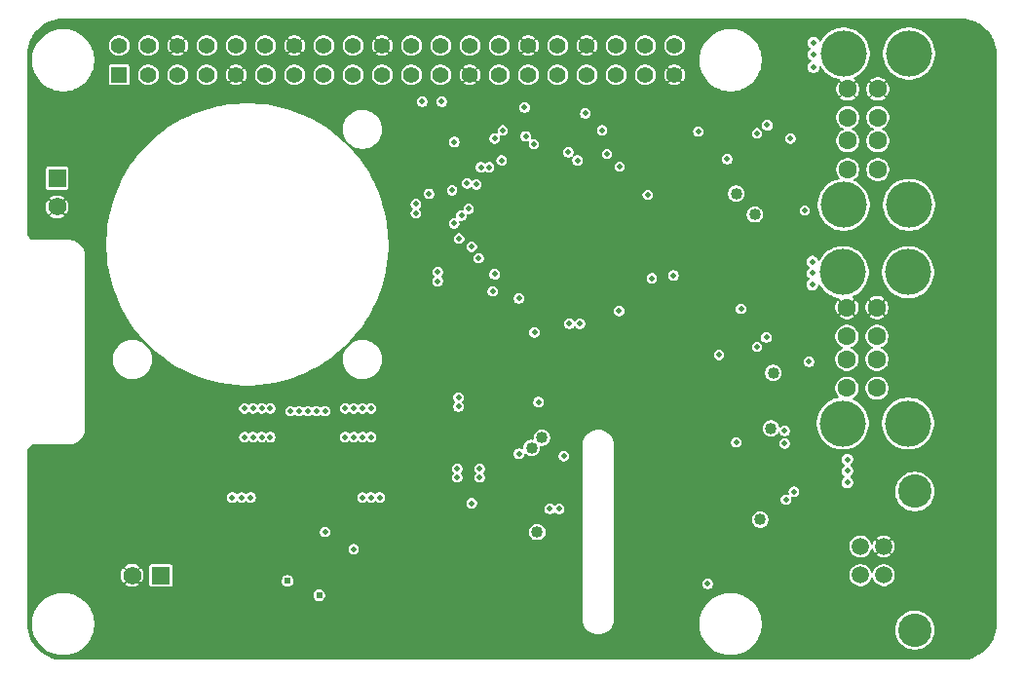
<source format=gbr>
%TF.GenerationSoftware,KiCad,Pcbnew,9.0.3*%
%TF.CreationDate,2025-07-26T10:45:52-05:00*%
%TF.ProjectId,1026 RPi Power Hat,31303236-2052-4506-9920-506f77657220,1.0.0*%
%TF.SameCoordinates,PX5f5e100PY8f0d180*%
%TF.FileFunction,Copper,L2,Inr*%
%TF.FilePolarity,Positive*%
%FSLAX46Y46*%
G04 Gerber Fmt 4.6, Leading zero omitted, Abs format (unit mm)*
G04 Created by KiCad (PCBNEW 9.0.3) date 2025-07-26 10:45:52*
%MOMM*%
%LPD*%
G01*
G04 APERTURE LIST*
%TA.AperFunction,ComponentPad*%
%ADD10C,1.600000*%
%TD*%
%TA.AperFunction,ComponentPad*%
%ADD11C,4.000000*%
%TD*%
%TA.AperFunction,ComponentPad*%
%ADD12C,1.500000*%
%TD*%
%TA.AperFunction,ComponentPad*%
%ADD13C,2.900000*%
%TD*%
%TA.AperFunction,ComponentPad*%
%ADD14R,1.575000X1.575000*%
%TD*%
%TA.AperFunction,ComponentPad*%
%ADD15C,1.575000*%
%TD*%
%TA.AperFunction,ComponentPad*%
%ADD16R,1.390000X1.390000*%
%TD*%
%TA.AperFunction,ComponentPad*%
%ADD17C,1.390000*%
%TD*%
%TA.AperFunction,ViaPad*%
%ADD18C,0.508000*%
%TD*%
%TA.AperFunction,ViaPad*%
%ADD19C,0.609600*%
%TD*%
%TA.AperFunction,ViaPad*%
%ADD20C,1.016000*%
%TD*%
G04 APERTURE END LIST*
D10*
%TO.N,/USB ESD Protection/USB_VBUS_D3*%
%TO.C,J6*%
X71670000Y43000000D03*
%TO.N,/USB ESD Protection/USB_VBUS_D4*%
X74290000Y43000000D03*
%TO.N,/USB ESD Protection/USB_DS3_UF-*%
X71670000Y45500000D03*
%TO.N,/USB ESD Protection/USB_DS4_UF-*%
X74290000Y45500000D03*
%TO.N,/USB ESD Protection/USB_DS3_UF+*%
X71670000Y47500000D03*
%TO.N,/USB ESD Protection/USB_DS4_UF+*%
X74290000Y47500000D03*
%TO.N,GND*%
X71670000Y50000000D03*
X74290000Y50000000D03*
D11*
%TO.N,GNDCHASS*%
X77000000Y39930000D03*
X77000000Y53070000D03*
X71320000Y39930000D03*
X71320000Y53070000D03*
%TD*%
D12*
%TO.N,/USB Hub/USB_Vbus*%
%TO.C,J4*%
X72790000Y10250000D03*
%TO.N,/USB ESD Protection/USB_UP_UF-*%
X72790000Y7750000D03*
%TO.N,/USB ESD Protection/USB_UP_UF+*%
X74790000Y7750000D03*
%TO.N,GND*%
X74790000Y10250000D03*
D13*
%TO.N,GNDCHASS*%
X77500000Y2980000D03*
X77500000Y15020000D03*
%TD*%
D10*
%TO.N,/USB ESD Protection/USB_VBUS_D1*%
%TO.C,J5*%
X71595300Y24000000D03*
%TO.N,/USB ESD Protection/USB_VBUS_D2*%
X74215300Y24000000D03*
%TO.N,/USB ESD Protection/USB_DS1_UF-*%
X71595300Y26500000D03*
%TO.N,/USB ESD Protection/USB_DS2_UF-*%
X74215300Y26500000D03*
%TO.N,/USB ESD Protection/USB_DS1_UF+*%
X71595300Y28500000D03*
%TO.N,/USB ESD Protection/USB_DS2_UF+*%
X74215300Y28500000D03*
%TO.N,GND*%
X71595300Y31000000D03*
X74215300Y31000000D03*
D11*
%TO.N,GNDCHASS*%
X76925300Y20930000D03*
X76925300Y34070000D03*
X71245300Y20930000D03*
X71245300Y34070000D03*
%TD*%
D14*
%TO.N,/5V Regulator/5V*%
%TO.C,J2*%
X2975000Y42250000D03*
D15*
%TO.N,GND*%
X2975000Y39750000D03*
%TD*%
D14*
%TO.N,/Power Input/Vin*%
%TO.C,J1*%
X11987500Y7719250D03*
D15*
%TO.N,GND*%
X9487500Y7719250D03*
%TD*%
D16*
%TO.N,unconnected-(J3-Pad01)*%
%TO.C,J3*%
X8370000Y51230000D03*
D17*
%TO.N,/5V Regulator/5V*%
X8370000Y53770000D03*
%TO.N,unconnected-(J3-Pad03)*%
X10910000Y51230000D03*
%TO.N,/5V Regulator/5V*%
X10910000Y53770000D03*
%TO.N,unconnected-(J3-Pad05)*%
X13450000Y51230000D03*
%TO.N,GND*%
X13450000Y53770000D03*
%TO.N,unconnected-(J3-Pad07)*%
X15990000Y51230000D03*
%TO.N,unconnected-(J3-Pad08)*%
X15990000Y53770000D03*
%TO.N,GND*%
X18530000Y51230000D03*
%TO.N,unconnected-(J3-Pad10)*%
X18530000Y53770000D03*
%TO.N,unconnected-(J3-Pad11)*%
X21070000Y51230000D03*
%TO.N,unconnected-(J3-Pad12)*%
X21070000Y53770000D03*
%TO.N,unconnected-(J3-Pad13)*%
X23610000Y51230000D03*
%TO.N,GND*%
X23610000Y53770000D03*
%TO.N,unconnected-(J3-Pad15)*%
X26150000Y51230000D03*
%TO.N,unconnected-(J3-Pad16)*%
X26150000Y53770000D03*
%TO.N,unconnected-(J3-Pad17)*%
X28690000Y51230000D03*
%TO.N,unconnected-(J3-Pad18)*%
X28690000Y53770000D03*
%TO.N,unconnected-(J3-Pad19)*%
X31230000Y51230000D03*
%TO.N,GND*%
X31230000Y53770000D03*
%TO.N,unconnected-(J3-Pad21)*%
X33770000Y51230000D03*
%TO.N,unconnected-(J3-Pad22)*%
X33770000Y53770000D03*
%TO.N,unconnected-(J3-Pad23)*%
X36310000Y51230000D03*
%TO.N,unconnected-(J3-Pad24)*%
X36310000Y53770000D03*
%TO.N,GND*%
X38850000Y51230000D03*
%TO.N,unconnected-(J3-Pad26)*%
X38850000Y53770000D03*
%TO.N,/Fan / Header / GPIO / EEPROM/I2C_SD*%
X41390000Y51230000D03*
%TO.N,/Fan / Header / GPIO / EEPROM/I2C_SC*%
X41390000Y53770000D03*
%TO.N,unconnected-(J3-Pad29)*%
X43930000Y51230000D03*
%TO.N,GND*%
X43930000Y53770000D03*
%TO.N,unconnected-(J3-Pad31)*%
X46470000Y51230000D03*
%TO.N,unconnected-(J3-Pad32)*%
X46470000Y53770000D03*
%TO.N,unconnected-(J3-Pad33)*%
X49010000Y51230000D03*
%TO.N,GND*%
X49010000Y53770000D03*
%TO.N,unconnected-(J3-Pad35)*%
X51550000Y51230000D03*
%TO.N,unconnected-(J3-Pad36)*%
X51550000Y53770000D03*
%TO.N,unconnected-(J3-Pad37)*%
X54090000Y51230000D03*
%TO.N,unconnected-(J3-Pad38)*%
X54090000Y53770000D03*
%TO.N,GND*%
X56630000Y51230000D03*
%TO.N,unconnected-(J3-Pad40)*%
X56630000Y53770000D03*
%TD*%
D18*
%TO.N,/5V Regulator/24V*%
X30250000Y14500000D03*
X18200000Y14500000D03*
X19800000Y14500000D03*
X19000000Y14500000D03*
X29500000Y14500000D03*
X31000000Y14500000D03*
D19*
%TO.N,/5V Regulator/5V*%
X23000000Y7250000D03*
D20*
X64080000Y12580000D03*
D18*
X20750000Y22250000D03*
X24000000Y22000000D03*
X20750000Y19750000D03*
X24750000Y22000000D03*
X28000000Y22250000D03*
X30250000Y22250000D03*
X30250000Y19750000D03*
X28750000Y22250000D03*
X23250000Y22000000D03*
D20*
X44700000Y11500000D03*
D18*
X28750000Y19750000D03*
X25500000Y22000000D03*
X21500000Y19750000D03*
X26250000Y22000000D03*
X29500000Y19750000D03*
X29500000Y22250000D03*
D19*
X25750000Y6000000D03*
D18*
X20000000Y22250000D03*
X19250000Y19750000D03*
X21500000Y22250000D03*
X19250000Y22250000D03*
X20000000Y19750000D03*
X28000000Y19750000D03*
%TO.N,/5V Regulator/Pgood*%
X26250000Y11500000D03*
X28750000Y10000000D03*
%TO.N,GND*%
X69500000Y11250000D03*
X35600000Y20500000D03*
X11000000Y11750000D03*
X68700000Y15800000D03*
X22400000Y16000000D03*
X37400000Y29300000D03*
X60993442Y32245869D03*
X24000000Y14500000D03*
X9250000Y20750000D03*
X66100000Y53000000D03*
X41500000Y37000000D03*
X42500000Y17250000D03*
X56500000Y23000000D03*
X54250000Y37000000D03*
X66100000Y54000000D03*
X47750000Y15750000D03*
X37000000Y32750000D03*
X42500000Y15250000D03*
X66500000Y25750000D03*
X15750000Y21750000D03*
X66100000Y35000000D03*
X63400000Y24250000D03*
X36000000Y46250000D03*
X64200000Y27000000D03*
X30000000Y10250000D03*
X39750000Y30000000D03*
X16250000Y6000000D03*
X60750000Y37750000D03*
X31000000Y17500000D03*
X62500000Y42900000D03*
X25500000Y13500000D03*
X45750000Y22250000D03*
X45500000Y47750000D03*
X25000000Y8000000D03*
X39250000Y32000000D03*
X35700000Y24700000D03*
X64200000Y47400000D03*
X66100000Y51900000D03*
X68700000Y17800000D03*
X24000000Y13500000D03*
X58700000Y28000000D03*
X66505600Y26600000D03*
X42250000Y29500000D03*
X62250000Y14750000D03*
X27100000Y16000000D03*
X68700000Y16800000D03*
X18750000Y18500000D03*
X32500000Y37500000D03*
X64200000Y45500000D03*
X33250000Y46000000D03*
X33000000Y36250000D03*
X59854557Y45245443D03*
X25500000Y14500000D03*
X35000000Y45250000D03*
X62250000Y16250000D03*
X66100000Y33000000D03*
X56000000Y37750000D03*
X18750000Y6000000D03*
X64200000Y29000000D03*
X66250000Y37500000D03*
X31000000Y18500000D03*
X66600000Y44900000D03*
X56500000Y26500000D03*
X21000000Y9750000D03*
X57900000Y29100000D03*
X57297284Y47646113D03*
X27000000Y11700000D03*
X49000000Y42250000D03*
X62250000Y18500000D03*
X56500000Y19750000D03*
X67500000Y40000000D03*
X33000000Y35250000D03*
X24750000Y14000000D03*
X37750000Y15250000D03*
X27750000Y8750000D03*
X32000000Y21000000D03*
X58800000Y9000000D03*
X49250000Y29500000D03*
X9250000Y19250000D03*
X53000000Y45500000D03*
X44000000Y26750000D03*
X56300000Y42800000D03*
X17500000Y6000000D03*
X32500000Y38500000D03*
X60700000Y29200000D03*
X18750000Y17500000D03*
X5500000Y17500000D03*
X43500000Y12500000D03*
X41100000Y44400000D03*
X66100000Y34000000D03*
X66250000Y21000000D03*
%TO.N,/Linear Regulators/1V1*%
X36050000Y34100000D03*
X37850000Y23200000D03*
X37850000Y22400000D03*
X36050000Y33300000D03*
%TO.N,GNDCHASS*%
X71650000Y15800000D03*
X68600000Y35000000D03*
X71650000Y16800000D03*
X68600000Y33000000D03*
X68700000Y54000000D03*
X68700000Y53000000D03*
X68600000Y34000000D03*
X68700000Y51900000D03*
X71650000Y17800000D03*
%TO.N,/USB Hub/3V3_Filt*%
X37475000Y38325000D03*
X40823109Y32423109D03*
X44450000Y28850000D03*
X56550000Y33800000D03*
X37300000Y41200000D03*
X38725000Y39575000D03*
X41700000Y46400000D03*
X43600000Y48400000D03*
X44400000Y45200000D03*
X48876891Y47876891D03*
X38100000Y39000000D03*
X50326891Y46426891D03*
X41000000Y45700000D03*
%TO.N,/USB Hub/1V1_Filt*%
X54650000Y33550000D03*
X39000000Y36300000D03*
X37900000Y37000000D03*
X51850000Y43250000D03*
X43100000Y31800000D03*
X50750000Y44350000D03*
X39600000Y35300000D03*
X41000000Y33900000D03*
X54300000Y40800000D03*
X51812563Y30712563D03*
%TO.N,/USB Hub/USB_Vbus*%
X59500000Y7000000D03*
X39000000Y14000000D03*
X35300000Y40900000D03*
%TO.N,/USB ESD Protection/USB_VBUS_D2*%
X68300000Y26300000D03*
X62398523Y30902808D03*
%TO.N,/USB ESD Protection/USB_VBUS_D1*%
X66199329Y20290605D03*
X60500000Y26900000D03*
%TO.N,/USB ESD Protection/USB_VBUS_D4*%
X66700000Y45700000D03*
X58697223Y46302208D03*
%TO.N,/USB ESD Protection/USB_VBUS_D3*%
X61197223Y43902208D03*
X67944285Y39444644D03*
%TO.N,/USB Hub/USB_BATEN1*%
X66300000Y14300000D03*
X41600000Y43800000D03*
%TO.N,/USB Hub/USB_BATEN2*%
X43700000Y45900000D03*
X67000000Y15000000D03*
%TO.N,/USB Hub/USB_BATEN3*%
X47400000Y44500000D03*
X47482600Y29600000D03*
X45800000Y13500000D03*
%TO.N,/USB Hub/USB_BATEN4*%
X48400000Y29600000D03*
X46600000Y13500000D03*
X48200000Y43800000D03*
%TO.N,/USB Hub/USB_OVCR2*%
X66200000Y19200000D03*
X38601903Y41801903D03*
%TO.N,/USB Hub/USB_OVCR1*%
X62000000Y19300000D03*
X39405457Y41705457D03*
%TO.N,/USB Hub/USB_OVCR3*%
X43100000Y18300000D03*
X39800000Y43200000D03*
%TO.N,/USB Hub/USB_OVCR4*%
X47000000Y18100000D03*
X40516400Y43200000D03*
%TO.N,/Fan / Header / GPIO / EEPROM/3V3*%
X36400000Y48900000D03*
X37750000Y17000000D03*
X37750000Y16250000D03*
X34150000Y39200000D03*
X34150000Y40000000D03*
X44800000Y22800000D03*
X34700000Y48900000D03*
X39700000Y16250000D03*
X39700000Y17000000D03*
X37500000Y45400000D03*
D20*
%TO.N,/USB Power Control/USB_VBUS_D2_UF*%
X65205000Y25320000D03*
X65000000Y20500000D03*
%TO.N,/USB Power Control/USB_VBUS_D4_UF*%
X62000000Y40900000D03*
X45100000Y19700000D03*
%TO.N,/USB Power Control/USB_VBUS_D3_UF*%
X44200000Y18800000D03*
X63600000Y39100000D03*
D18*
%TO.N,/USB ESD Protection/USB_DS1_UF+*%
X63800000Y27600000D03*
X64600000Y28400000D03*
%TO.N,/USB ESD Protection/USB_DS3_UF+*%
X63800000Y46144400D03*
X64683177Y46855600D03*
%TD*%
%TA.AperFunction,Conductor*%
%TO.N,GND*%
G36*
X81501964Y56118397D02*
G01*
X81529645Y56116947D01*
X81822051Y56101623D01*
X81829851Y56100803D01*
X82144490Y56050968D01*
X82152161Y56049338D01*
X82459871Y55966888D01*
X82467350Y55964457D01*
X82764730Y55850304D01*
X82771907Y55847109D01*
X83055739Y55702489D01*
X83062556Y55698553D01*
X83329705Y55525064D01*
X83336073Y55520437D01*
X83583624Y55319975D01*
X83589473Y55314708D01*
X83814707Y55089474D01*
X83819974Y55083625D01*
X84020436Y54836074D01*
X84025063Y54829706D01*
X84198552Y54562557D01*
X84202488Y54555740D01*
X84347105Y54271915D01*
X84350306Y54264724D01*
X84464455Y53967354D01*
X84466888Y53959868D01*
X84549334Y53652176D01*
X84550970Y53644477D01*
X84600800Y53329867D01*
X84601623Y53322039D01*
X84618397Y53001966D01*
X84618500Y52998030D01*
X84618500Y3501971D01*
X84618397Y3498035D01*
X84601623Y3177962D01*
X84600800Y3170134D01*
X84550970Y2855524D01*
X84549334Y2847825D01*
X84466888Y2540133D01*
X84464455Y2532647D01*
X84350306Y2235277D01*
X84347105Y2228086D01*
X84202488Y1944261D01*
X84198552Y1937444D01*
X84025063Y1670295D01*
X84020436Y1663927D01*
X83819974Y1416376D01*
X83814707Y1410527D01*
X83589473Y1185293D01*
X83583624Y1180026D01*
X83336073Y979564D01*
X83329705Y974937D01*
X83062556Y801448D01*
X83055739Y797512D01*
X82771914Y652895D01*
X82764723Y649694D01*
X82467353Y535545D01*
X82459867Y533112D01*
X82152175Y450666D01*
X82144476Y449030D01*
X81829866Y399200D01*
X81822038Y398377D01*
X81501965Y381603D01*
X81498029Y381500D01*
X3501971Y381500D01*
X3498035Y381603D01*
X3177961Y398377D01*
X3170133Y399200D01*
X2855523Y449030D01*
X2847824Y450666D01*
X2540132Y533112D01*
X2532646Y535545D01*
X2235276Y649694D01*
X2228085Y652895D01*
X1944260Y797512D01*
X1937443Y801448D01*
X1670294Y974937D01*
X1663926Y979564D01*
X1416375Y1180026D01*
X1410526Y1185293D01*
X1185292Y1410527D01*
X1180025Y1416376D01*
X979563Y1663927D01*
X974936Y1670295D01*
X801447Y1937444D01*
X797511Y1944261D01*
X753317Y2030997D01*
X652891Y2228093D01*
X649693Y2235277D01*
X561533Y2464942D01*
X535543Y2532650D01*
X533111Y2540133D01*
X450662Y2847839D01*
X449032Y2855510D01*
X399197Y3170149D01*
X398377Y3177949D01*
X383053Y3470355D01*
X381603Y3498036D01*
X381500Y3501971D01*
X381500Y3651657D01*
X799500Y3651657D01*
X799500Y3348343D01*
X811504Y3241803D01*
X831860Y3061131D01*
X833460Y3046937D01*
X894195Y2780843D01*
X900955Y2751225D01*
X900955Y2751224D01*
X922772Y2688875D01*
X1001132Y2464935D01*
X1132735Y2191659D01*
X1294108Y1934836D01*
X1294111Y1934832D01*
X1483223Y1697693D01*
X1697692Y1483224D01*
X1697696Y1483221D01*
X1934836Y1294108D01*
X2191659Y1132735D01*
X2464935Y1001132D01*
X2751228Y900954D01*
X3046937Y833460D01*
X3348343Y799500D01*
X3348345Y799500D01*
X3651655Y799500D01*
X3651657Y799500D01*
X3953063Y833460D01*
X4248772Y900954D01*
X4535065Y1001132D01*
X4808341Y1132735D01*
X5065164Y1294108D01*
X5302304Y1483221D01*
X5516779Y1697696D01*
X5705892Y1934836D01*
X5867265Y2191659D01*
X5998868Y2464935D01*
X6099046Y2751228D01*
X6166540Y3046937D01*
X6200500Y3348343D01*
X6200500Y3651657D01*
X6166540Y3953063D01*
X6099046Y4248772D01*
X5998868Y4535065D01*
X5867265Y4808341D01*
X5705892Y5065164D01*
X5516779Y5302304D01*
X5516776Y5302308D01*
X5302307Y5516777D01*
X5065168Y5705889D01*
X5065166Y5705890D01*
X5065164Y5705892D01*
X4808341Y5867265D01*
X4535065Y5998868D01*
X4340512Y6066945D01*
X25241500Y6066945D01*
X25241500Y5933055D01*
X25259128Y5867266D01*
X25276153Y5803726D01*
X25343100Y5687772D01*
X25437771Y5593101D01*
X25437773Y5593100D01*
X25437774Y5593099D01*
X25553726Y5526153D01*
X25683055Y5491500D01*
X25683058Y5491500D01*
X25816942Y5491500D01*
X25816945Y5491500D01*
X25946274Y5526153D01*
X26062226Y5593099D01*
X26062228Y5593101D01*
X26062229Y5593101D01*
X26156899Y5687771D01*
X26156899Y5687772D01*
X26156901Y5687774D01*
X26223847Y5803726D01*
X26258500Y5933055D01*
X26258500Y6066945D01*
X26223847Y6196274D01*
X26156901Y6312226D01*
X26156900Y6312227D01*
X26156899Y6312229D01*
X26062228Y6406900D01*
X25946274Y6473847D01*
X25816945Y6508500D01*
X25683055Y6508500D01*
X25586058Y6482511D01*
X25553725Y6473847D01*
X25437771Y6406900D01*
X25437771Y6406899D01*
X25343101Y6312229D01*
X25343100Y6312229D01*
X25276153Y6196275D01*
X25276153Y6196274D01*
X25241500Y6066945D01*
X4340512Y6066945D01*
X4248772Y6099046D01*
X3953063Y6166540D01*
X3953059Y6166541D01*
X3953057Y6166541D01*
X3775298Y6186570D01*
X3651657Y6200500D01*
X3348343Y6200500D01*
X3245745Y6188941D01*
X3046942Y6166541D01*
X3046938Y6166541D01*
X3046937Y6166540D01*
X2751228Y6099046D01*
X2751224Y6099045D01*
X2751223Y6099045D01*
X2498485Y6010608D01*
X2464935Y5998868D01*
X2464931Y5998866D01*
X2191661Y5867266D01*
X1934831Y5705889D01*
X1697692Y5516777D01*
X1483223Y5302308D01*
X1294111Y5065169D01*
X1132734Y4808339D01*
X1001134Y4535069D01*
X1001130Y4535059D01*
X900955Y4248777D01*
X900955Y4248776D01*
X900954Y4248772D01*
X833460Y3953063D01*
X799500Y3651657D01*
X381500Y3651657D01*
X381500Y7816826D01*
X8496800Y7816826D01*
X8496800Y7621675D01*
X8534872Y7430271D01*
X8534873Y7430270D01*
X8609552Y7249979D01*
X8717975Y7087713D01*
X8717977Y7087710D01*
X8733086Y7072601D01*
X8733088Y7072601D01*
X9063729Y7403243D01*
X9067396Y7396893D01*
X9165143Y7299146D01*
X9171491Y7295481D01*
X8840850Y6964839D01*
X8840850Y6964837D01*
X8855959Y6949728D01*
X8855962Y6949726D01*
X9018228Y6841303D01*
X9198519Y6766624D01*
X9198520Y6766623D01*
X9389924Y6728550D01*
X9585076Y6728550D01*
X9776479Y6766623D01*
X9776480Y6766624D01*
X9956771Y6841303D01*
X10119035Y6949724D01*
X10134148Y6964838D01*
X10134148Y6964839D01*
X9803507Y7295481D01*
X9809857Y7299146D01*
X9907604Y7396893D01*
X9911270Y7403243D01*
X10241911Y7072602D01*
X10241912Y7072602D01*
X10257026Y7087715D01*
X10365447Y7249979D01*
X10440126Y7430270D01*
X10440127Y7430271D01*
X10478200Y7621675D01*
X10478200Y7816826D01*
X10440127Y8008230D01*
X10440126Y8008231D01*
X10365447Y8188522D01*
X10257024Y8350788D01*
X10257022Y8350791D01*
X10241913Y8365900D01*
X10241911Y8365900D01*
X9911269Y8035259D01*
X9907604Y8041607D01*
X9809857Y8139354D01*
X9803507Y8143021D01*
X10134149Y8473662D01*
X10134149Y8473664D01*
X10119040Y8488773D01*
X10119037Y8488775D01*
X10062106Y8526815D01*
X10996300Y8526815D01*
X10996300Y6911686D01*
X11008119Y6852271D01*
X11008120Y6852267D01*
X11053139Y6784890D01*
X11120516Y6739871D01*
X11120517Y6739871D01*
X11120520Y6739869D01*
X11179936Y6728050D01*
X12795064Y6728050D01*
X12854480Y6739869D01*
X12921860Y6784890D01*
X12966881Y6852270D01*
X12978700Y6911686D01*
X12978700Y7316945D01*
X22491500Y7316945D01*
X22491500Y7183055D01*
X22517047Y7087710D01*
X22526153Y7053726D01*
X22593100Y6937772D01*
X22687771Y6843101D01*
X22687773Y6843100D01*
X22687774Y6843099D01*
X22803726Y6776153D01*
X22933055Y6741500D01*
X22933058Y6741500D01*
X23066942Y6741500D01*
X23066945Y6741500D01*
X23196274Y6776153D01*
X23312226Y6843099D01*
X23312228Y6843101D01*
X23312229Y6843101D01*
X23406899Y6937771D01*
X23406899Y6937772D01*
X23406901Y6937774D01*
X23473847Y7053726D01*
X23508500Y7183055D01*
X23508500Y7316945D01*
X23473847Y7446274D01*
X23406901Y7562226D01*
X23406900Y7562227D01*
X23406899Y7562229D01*
X23312228Y7656900D01*
X23196274Y7723847D01*
X23066945Y7758500D01*
X22933055Y7758500D01*
X22836058Y7732511D01*
X22803725Y7723847D01*
X22687771Y7656900D01*
X22687771Y7656899D01*
X22593101Y7562229D01*
X22593100Y7562229D01*
X22526153Y7446275D01*
X22526153Y7446274D01*
X22491500Y7316945D01*
X12978700Y7316945D01*
X12978700Y8526814D01*
X12966881Y8586230D01*
X12966879Y8586233D01*
X12966879Y8586234D01*
X12921860Y8653611D01*
X12854483Y8698630D01*
X12854480Y8698631D01*
X12795064Y8710450D01*
X11179936Y8710450D01*
X11120520Y8698631D01*
X11120516Y8698630D01*
X11053139Y8653611D01*
X11008120Y8586234D01*
X11008119Y8586230D01*
X10996300Y8526815D01*
X10062106Y8526815D01*
X9956771Y8597198D01*
X9776480Y8671877D01*
X9776479Y8671878D01*
X9585076Y8709950D01*
X9389924Y8709950D01*
X9198520Y8671878D01*
X9198519Y8671877D01*
X9018224Y8597196D01*
X8855966Y8488779D01*
X8840850Y8473663D01*
X8840849Y8473663D01*
X9171492Y8143020D01*
X9165143Y8139354D01*
X9067396Y8041607D01*
X9063730Y8035258D01*
X8733087Y8365901D01*
X8733087Y8365900D01*
X8717971Y8350784D01*
X8609554Y8188526D01*
X8534873Y8008231D01*
X8534872Y8008230D01*
X8496800Y7816826D01*
X381500Y7816826D01*
X381500Y10060257D01*
X28292300Y10060257D01*
X28292300Y9939743D01*
X28307797Y9881909D01*
X28323492Y9823334D01*
X28383748Y9718968D01*
X28383752Y9718962D01*
X28468961Y9633753D01*
X28468964Y9633751D01*
X28468966Y9633749D01*
X28573335Y9573492D01*
X28689743Y9542300D01*
X28689745Y9542300D01*
X28810255Y9542300D01*
X28810257Y9542300D01*
X28926665Y9573492D01*
X29031034Y9633749D01*
X29116251Y9718966D01*
X29176508Y9823335D01*
X29207700Y9939743D01*
X29207700Y10060257D01*
X29176508Y10176665D01*
X29116251Y10281034D01*
X29116249Y10281036D01*
X29116247Y10281039D01*
X29031038Y10366248D01*
X29031032Y10366252D01*
X28926666Y10426508D01*
X28880758Y10438809D01*
X28810257Y10457700D01*
X28689743Y10457700D01*
X28631539Y10442104D01*
X28573333Y10426508D01*
X28468967Y10366252D01*
X28468961Y10366248D01*
X28383752Y10281039D01*
X28383748Y10281033D01*
X28323492Y10176667D01*
X28317986Y10156118D01*
X28292300Y10060257D01*
X381500Y10060257D01*
X381500Y11560257D01*
X25792300Y11560257D01*
X25792300Y11439743D01*
X25813094Y11362138D01*
X25823492Y11323334D01*
X25883748Y11218968D01*
X25883752Y11218962D01*
X25968961Y11133753D01*
X25968964Y11133751D01*
X25968966Y11133749D01*
X26073335Y11073492D01*
X26189743Y11042300D01*
X26189745Y11042300D01*
X26310255Y11042300D01*
X26310257Y11042300D01*
X26426665Y11073492D01*
X26531034Y11133749D01*
X26616251Y11218966D01*
X26676508Y11323335D01*
X26707700Y11439743D01*
X26707700Y11560257D01*
X26705063Y11570097D01*
X43988300Y11570097D01*
X43988300Y11429904D01*
X44015650Y11292404D01*
X44069298Y11162885D01*
X44069299Y11162883D01*
X44147186Y11046317D01*
X44147188Y11046315D01*
X44147190Y11046312D01*
X44246311Y10947191D01*
X44246314Y10947189D01*
X44246317Y10947186D01*
X44362883Y10869299D01*
X44492405Y10815650D01*
X44595761Y10795092D01*
X44629903Y10788300D01*
X44629904Y10788300D01*
X44770097Y10788300D01*
X44797447Y10793741D01*
X44907595Y10815650D01*
X45037117Y10869299D01*
X45153683Y10947186D01*
X45252814Y11046317D01*
X45330701Y11162883D01*
X45384350Y11292405D01*
X45411700Y11429904D01*
X45411700Y11570096D01*
X45384350Y11707595D01*
X45330701Y11837117D01*
X45252814Y11953683D01*
X45252811Y11953686D01*
X45252809Y11953689D01*
X45153688Y12052810D01*
X45153685Y12052812D01*
X45153683Y12052814D01*
X45037117Y12130701D01*
X44907595Y12184350D01*
X44907596Y12184350D01*
X44770097Y12211700D01*
X44770096Y12211700D01*
X44629904Y12211700D01*
X44629903Y12211700D01*
X44492403Y12184350D01*
X44362884Y12130702D01*
X44246314Y12052812D01*
X44246311Y12052810D01*
X44147190Y11953689D01*
X44147188Y11953686D01*
X44069298Y11837116D01*
X44015650Y11707597D01*
X43988300Y11570097D01*
X26705063Y11570097D01*
X26676508Y11676665D01*
X26616251Y11781034D01*
X26616249Y11781036D01*
X26616247Y11781039D01*
X26531038Y11866248D01*
X26531032Y11866252D01*
X26426666Y11926508D01*
X26387862Y11936906D01*
X26310257Y11957700D01*
X26189743Y11957700D01*
X26131539Y11942104D01*
X26073333Y11926508D01*
X25968967Y11866252D01*
X25968961Y11866248D01*
X25883752Y11781039D01*
X25883748Y11781033D01*
X25823492Y11676667D01*
X25802697Y11599060D01*
X25792300Y11560257D01*
X381500Y11560257D01*
X381500Y14560257D01*
X17742300Y14560257D01*
X17742300Y14439743D01*
X17761993Y14366248D01*
X17773492Y14323334D01*
X17833748Y14218968D01*
X17833752Y14218962D01*
X17918961Y14133753D01*
X17918964Y14133751D01*
X17918966Y14133749D01*
X18023335Y14073492D01*
X18139743Y14042300D01*
X18139745Y14042300D01*
X18260255Y14042300D01*
X18260257Y14042300D01*
X18376665Y14073492D01*
X18481034Y14133749D01*
X18481038Y14133753D01*
X18546826Y14199540D01*
X18593446Y14221280D01*
X18643133Y14207966D01*
X18653174Y14199540D01*
X18718961Y14133753D01*
X18718964Y14133751D01*
X18718966Y14133749D01*
X18823335Y14073492D01*
X18939743Y14042300D01*
X18939745Y14042300D01*
X19060255Y14042300D01*
X19060257Y14042300D01*
X19176665Y14073492D01*
X19281034Y14133749D01*
X19281038Y14133753D01*
X19346826Y14199540D01*
X19393446Y14221280D01*
X19443133Y14207966D01*
X19453174Y14199540D01*
X19518961Y14133753D01*
X19518964Y14133751D01*
X19518966Y14133749D01*
X19623335Y14073492D01*
X19739743Y14042300D01*
X19739745Y14042300D01*
X19860255Y14042300D01*
X19860257Y14042300D01*
X19976665Y14073492D01*
X20081034Y14133749D01*
X20166251Y14218966D01*
X20226508Y14323335D01*
X20257700Y14439743D01*
X20257700Y14560257D01*
X29042300Y14560257D01*
X29042300Y14439743D01*
X29061993Y14366248D01*
X29073492Y14323334D01*
X29133748Y14218968D01*
X29133752Y14218962D01*
X29218961Y14133753D01*
X29218964Y14133751D01*
X29218966Y14133749D01*
X29323335Y14073492D01*
X29439743Y14042300D01*
X29439745Y14042300D01*
X29560255Y14042300D01*
X29560257Y14042300D01*
X29676665Y14073492D01*
X29781034Y14133749D01*
X29781038Y14133753D01*
X29821826Y14174540D01*
X29868446Y14196280D01*
X29918133Y14182966D01*
X29928174Y14174540D01*
X29968961Y14133753D01*
X29968964Y14133751D01*
X29968966Y14133749D01*
X30073335Y14073492D01*
X30189743Y14042300D01*
X30189745Y14042300D01*
X30310255Y14042300D01*
X30310257Y14042300D01*
X30426665Y14073492D01*
X30531034Y14133749D01*
X30531038Y14133753D01*
X30571826Y14174540D01*
X30618446Y14196280D01*
X30668133Y14182966D01*
X30678174Y14174540D01*
X30718961Y14133753D01*
X30718964Y14133751D01*
X30718966Y14133749D01*
X30823335Y14073492D01*
X30939743Y14042300D01*
X30939745Y14042300D01*
X31060255Y14042300D01*
X31060257Y14042300D01*
X31127272Y14060257D01*
X38542300Y14060257D01*
X38542300Y13939743D01*
X38561993Y13866248D01*
X38573492Y13823334D01*
X38633748Y13718968D01*
X38633752Y13718962D01*
X38718961Y13633753D01*
X38718964Y13633751D01*
X38718966Y13633749D01*
X38823335Y13573492D01*
X38939743Y13542300D01*
X38939745Y13542300D01*
X39060255Y13542300D01*
X39060257Y13542300D01*
X39127272Y13560257D01*
X45342300Y13560257D01*
X45342300Y13439743D01*
X45352280Y13402497D01*
X45373492Y13323334D01*
X45433748Y13218968D01*
X45433752Y13218962D01*
X45518961Y13133753D01*
X45518964Y13133751D01*
X45518966Y13133749D01*
X45623335Y13073492D01*
X45739743Y13042300D01*
X45739745Y13042300D01*
X45860255Y13042300D01*
X45860257Y13042300D01*
X45976665Y13073492D01*
X46081034Y13133749D01*
X46081038Y13133753D01*
X46146826Y13199540D01*
X46193446Y13221280D01*
X46243133Y13207966D01*
X46253174Y13199540D01*
X46318961Y13133753D01*
X46318964Y13133751D01*
X46318966Y13133749D01*
X46423335Y13073492D01*
X46539743Y13042300D01*
X46539745Y13042300D01*
X46660255Y13042300D01*
X46660257Y13042300D01*
X46776665Y13073492D01*
X46881034Y13133749D01*
X46966251Y13218966D01*
X47026508Y13323335D01*
X47057700Y13439743D01*
X47057700Y13560257D01*
X47026508Y13676665D01*
X46966251Y13781034D01*
X46966249Y13781036D01*
X46966247Y13781039D01*
X46881038Y13866248D01*
X46881032Y13866252D01*
X46776666Y13926508D01*
X46727272Y13939743D01*
X46660257Y13957700D01*
X46539743Y13957700D01*
X46481539Y13942104D01*
X46423333Y13926508D01*
X46318967Y13866252D01*
X46318961Y13866248D01*
X46253174Y13800460D01*
X46206554Y13778720D01*
X46156867Y13792034D01*
X46146826Y13800460D01*
X46081038Y13866248D01*
X46081032Y13866252D01*
X45976666Y13926508D01*
X45927272Y13939743D01*
X45860257Y13957700D01*
X45739743Y13957700D01*
X45681539Y13942104D01*
X45623333Y13926508D01*
X45518967Y13866252D01*
X45518961Y13866248D01*
X45433752Y13781039D01*
X45433748Y13781033D01*
X45373492Y13676667D01*
X45361071Y13630311D01*
X45342300Y13560257D01*
X39127272Y13560257D01*
X39176665Y13573492D01*
X39281034Y13633749D01*
X39366251Y13718966D01*
X39426508Y13823335D01*
X39457700Y13939743D01*
X39457700Y14060257D01*
X39426508Y14176665D01*
X39366251Y14281034D01*
X39366249Y14281036D01*
X39366247Y14281039D01*
X39281038Y14366248D01*
X39281032Y14366252D01*
X39176666Y14426508D01*
X39127272Y14439743D01*
X39060257Y14457700D01*
X38939743Y14457700D01*
X38881539Y14442104D01*
X38823333Y14426508D01*
X38718967Y14366252D01*
X38718961Y14366248D01*
X38633752Y14281039D01*
X38633748Y14281033D01*
X38573492Y14176667D01*
X38561071Y14130311D01*
X38542300Y14060257D01*
X31127272Y14060257D01*
X31176665Y14073492D01*
X31281034Y14133749D01*
X31366251Y14218966D01*
X31426508Y14323335D01*
X31457700Y14439743D01*
X31457700Y14560257D01*
X31426508Y14676665D01*
X31366251Y14781034D01*
X31366249Y14781036D01*
X31366247Y14781039D01*
X31281038Y14866248D01*
X31281032Y14866252D01*
X31176666Y14926508D01*
X31127272Y14939743D01*
X31060257Y14957700D01*
X30939743Y14957700D01*
X30881539Y14942104D01*
X30823333Y14926508D01*
X30718967Y14866252D01*
X30718961Y14866248D01*
X30678174Y14825460D01*
X30631554Y14803720D01*
X30581867Y14817034D01*
X30571826Y14825460D01*
X30531038Y14866248D01*
X30531032Y14866252D01*
X30426666Y14926508D01*
X30377272Y14939743D01*
X30310257Y14957700D01*
X30189743Y14957700D01*
X30131539Y14942104D01*
X30073333Y14926508D01*
X29968967Y14866252D01*
X29968961Y14866248D01*
X29928174Y14825460D01*
X29881554Y14803720D01*
X29831867Y14817034D01*
X29821826Y14825460D01*
X29781038Y14866248D01*
X29781032Y14866252D01*
X29676666Y14926508D01*
X29627272Y14939743D01*
X29560257Y14957700D01*
X29439743Y14957700D01*
X29381539Y14942104D01*
X29323333Y14926508D01*
X29218967Y14866252D01*
X29218961Y14866248D01*
X29133752Y14781039D01*
X29133748Y14781033D01*
X29073492Y14676667D01*
X29061992Y14633749D01*
X29042300Y14560257D01*
X20257700Y14560257D01*
X20226508Y14676665D01*
X20166251Y14781034D01*
X20166249Y14781036D01*
X20166247Y14781039D01*
X20081038Y14866248D01*
X20081032Y14866252D01*
X19976666Y14926508D01*
X19927272Y14939743D01*
X19860257Y14957700D01*
X19739743Y14957700D01*
X19681539Y14942104D01*
X19623333Y14926508D01*
X19518967Y14866252D01*
X19518961Y14866248D01*
X19453174Y14800460D01*
X19406554Y14778720D01*
X19356867Y14792034D01*
X19346826Y14800460D01*
X19281038Y14866248D01*
X19281032Y14866252D01*
X19176666Y14926508D01*
X19127272Y14939743D01*
X19060257Y14957700D01*
X18939743Y14957700D01*
X18881539Y14942104D01*
X18823333Y14926508D01*
X18718967Y14866252D01*
X18718961Y14866248D01*
X18653174Y14800460D01*
X18606554Y14778720D01*
X18556867Y14792034D01*
X18546826Y14800460D01*
X18481038Y14866248D01*
X18481032Y14866252D01*
X18376666Y14926508D01*
X18327272Y14939743D01*
X18260257Y14957700D01*
X18139743Y14957700D01*
X18081539Y14942104D01*
X18023333Y14926508D01*
X17918967Y14866252D01*
X17918961Y14866248D01*
X17833752Y14781039D01*
X17833748Y14781033D01*
X17773492Y14676667D01*
X17761992Y14633749D01*
X17742300Y14560257D01*
X381500Y14560257D01*
X381500Y17060257D01*
X37292300Y17060257D01*
X37292300Y16939743D01*
X37311807Y16866945D01*
X37323492Y16823334D01*
X37383748Y16718968D01*
X37383752Y16718962D01*
X37424540Y16678174D01*
X37446280Y16631554D01*
X37432966Y16581867D01*
X37424540Y16571826D01*
X37383752Y16531039D01*
X37383748Y16531033D01*
X37323492Y16426667D01*
X37314499Y16393103D01*
X37292300Y16310257D01*
X37292300Y16189743D01*
X37313070Y16112229D01*
X37323492Y16073334D01*
X37383748Y15968968D01*
X37383752Y15968962D01*
X37468961Y15883753D01*
X37468964Y15883751D01*
X37468966Y15883749D01*
X37573335Y15823492D01*
X37689743Y15792300D01*
X37689745Y15792300D01*
X37810255Y15792300D01*
X37810257Y15792300D01*
X37926665Y15823492D01*
X38031034Y15883749D01*
X38116251Y15968966D01*
X38176508Y16073335D01*
X38207700Y16189743D01*
X38207700Y16310257D01*
X38176508Y16426665D01*
X38116251Y16531034D01*
X38116249Y16531036D01*
X38116247Y16531039D01*
X38075460Y16571826D01*
X38053720Y16618446D01*
X38067034Y16668133D01*
X38075460Y16678174D01*
X38116247Y16718962D01*
X38116251Y16718966D01*
X38176508Y16823335D01*
X38207700Y16939743D01*
X38207700Y17060257D01*
X39242300Y17060257D01*
X39242300Y16939743D01*
X39261807Y16866945D01*
X39273492Y16823334D01*
X39333748Y16718968D01*
X39333752Y16718962D01*
X39374540Y16678174D01*
X39396280Y16631554D01*
X39382966Y16581867D01*
X39374540Y16571826D01*
X39333752Y16531039D01*
X39333748Y16531033D01*
X39273492Y16426667D01*
X39264499Y16393103D01*
X39242300Y16310257D01*
X39242300Y16189743D01*
X39263070Y16112229D01*
X39273492Y16073334D01*
X39333748Y15968968D01*
X39333752Y15968962D01*
X39418961Y15883753D01*
X39418964Y15883751D01*
X39418966Y15883749D01*
X39523335Y15823492D01*
X39639743Y15792300D01*
X39639745Y15792300D01*
X39760255Y15792300D01*
X39760257Y15792300D01*
X39876665Y15823492D01*
X39981034Y15883749D01*
X40066251Y15968966D01*
X40126508Y16073335D01*
X40157700Y16189743D01*
X40157700Y16310257D01*
X40126508Y16426665D01*
X40066251Y16531034D01*
X40066249Y16531036D01*
X40066247Y16531039D01*
X40025460Y16571826D01*
X40003720Y16618446D01*
X40017034Y16668133D01*
X40025460Y16678174D01*
X40066247Y16718962D01*
X40066251Y16718966D01*
X40126508Y16823335D01*
X40157700Y16939743D01*
X40157700Y17060257D01*
X40126508Y17176665D01*
X40066251Y17281034D01*
X40066249Y17281036D01*
X40066247Y17281039D01*
X39981038Y17366248D01*
X39981032Y17366252D01*
X39876666Y17426508D01*
X39837862Y17436906D01*
X39760257Y17457700D01*
X39639743Y17457700D01*
X39581539Y17442104D01*
X39523333Y17426508D01*
X39418967Y17366252D01*
X39418961Y17366248D01*
X39333752Y17281039D01*
X39333748Y17281033D01*
X39273492Y17176667D01*
X39256226Y17112229D01*
X39242300Y17060257D01*
X38207700Y17060257D01*
X38176508Y17176665D01*
X38116251Y17281034D01*
X38116249Y17281036D01*
X38116247Y17281039D01*
X38031038Y17366248D01*
X38031032Y17366252D01*
X37926666Y17426508D01*
X37887862Y17436906D01*
X37810257Y17457700D01*
X37689743Y17457700D01*
X37631539Y17442104D01*
X37573333Y17426508D01*
X37468967Y17366252D01*
X37468961Y17366248D01*
X37383752Y17281039D01*
X37383748Y17281033D01*
X37323492Y17176667D01*
X37306226Y17112229D01*
X37292300Y17060257D01*
X381500Y17060257D01*
X381500Y18360257D01*
X42642300Y18360257D01*
X42642300Y18239743D01*
X42651101Y18206899D01*
X42673492Y18123334D01*
X42733748Y18018968D01*
X42733752Y18018962D01*
X42818961Y17933753D01*
X42818964Y17933751D01*
X42818966Y17933749D01*
X42923335Y17873492D01*
X43039743Y17842300D01*
X43039745Y17842300D01*
X43160255Y17842300D01*
X43160257Y17842300D01*
X43276665Y17873492D01*
X43381034Y17933749D01*
X43466251Y18018966D01*
X43526508Y18123335D01*
X43557700Y18239743D01*
X43557700Y18254254D01*
X43575293Y18302592D01*
X43619842Y18328312D01*
X43670500Y18319379D01*
X43686074Y18307428D01*
X43746311Y18247191D01*
X43746314Y18247189D01*
X43746317Y18247186D01*
X43862883Y18169299D01*
X43992405Y18115650D01*
X44095761Y18095092D01*
X44129903Y18088300D01*
X44129904Y18088300D01*
X44270097Y18088300D01*
X44297447Y18093741D01*
X44407595Y18115650D01*
X44515287Y18160257D01*
X46542300Y18160257D01*
X46542300Y18039743D01*
X46553948Y17996274D01*
X46573492Y17923334D01*
X46633748Y17818968D01*
X46633752Y17818962D01*
X46718961Y17733753D01*
X46718964Y17733751D01*
X46718966Y17733749D01*
X46823335Y17673492D01*
X46939743Y17642300D01*
X46939745Y17642300D01*
X47060255Y17642300D01*
X47060257Y17642300D01*
X47176665Y17673492D01*
X47281034Y17733749D01*
X47366251Y17818966D01*
X47426508Y17923335D01*
X47457700Y18039743D01*
X47457700Y18160257D01*
X47426508Y18276665D01*
X47366251Y18381034D01*
X47366249Y18381036D01*
X47366247Y18381039D01*
X47281038Y18466248D01*
X47281032Y18466252D01*
X47176666Y18526508D01*
X47137862Y18536906D01*
X47060257Y18557700D01*
X46939743Y18557700D01*
X46881539Y18542104D01*
X46823333Y18526508D01*
X46718967Y18466252D01*
X46718961Y18466248D01*
X46633752Y18381039D01*
X46633748Y18381033D01*
X46573492Y18276667D01*
X46560375Y18227713D01*
X46542300Y18160257D01*
X44515287Y18160257D01*
X44537117Y18169299D01*
X44653683Y18247186D01*
X44752814Y18346317D01*
X44830701Y18462883D01*
X44884350Y18592405D01*
X44911700Y18729904D01*
X44911700Y18870096D01*
X44911024Y18873492D01*
X44904306Y18907268D01*
X44912131Y18958109D01*
X44950805Y18992026D01*
X44992732Y18995694D01*
X45029903Y18988300D01*
X45029904Y18988300D01*
X45170097Y18988300D01*
X45207268Y18995694D01*
X45307595Y19015650D01*
X45437117Y19069299D01*
X45504735Y19114480D01*
X48618500Y19114480D01*
X48618500Y3885521D01*
X48655108Y3666141D01*
X48656183Y3659699D01*
X48656185Y3659692D01*
X48656186Y3659690D01*
X48674059Y3607628D01*
X48714103Y3490984D01*
X48730525Y3443151D01*
X48730525Y3443149D01*
X48839489Y3241803D01*
X48980112Y3061131D01*
X48980116Y3061127D01*
X49092409Y2957754D01*
X49148557Y2906066D01*
X49340225Y2780843D01*
X49549890Y2688875D01*
X49771833Y2632671D01*
X49908733Y2621328D01*
X49999998Y2613765D01*
X50000000Y2613765D01*
X50000002Y2613765D01*
X50076055Y2620067D01*
X50228167Y2632671D01*
X50450110Y2688875D01*
X50659775Y2780843D01*
X50851443Y2906066D01*
X51019886Y3061129D01*
X51160509Y3241801D01*
X51199175Y3313249D01*
X51269474Y3443149D01*
X51269474Y3443151D01*
X51269477Y3443156D01*
X51341056Y3651657D01*
X58799500Y3651657D01*
X58799500Y3348343D01*
X58811504Y3241803D01*
X58831860Y3061131D01*
X58833460Y3046937D01*
X58894195Y2780843D01*
X58900955Y2751225D01*
X58900955Y2751224D01*
X58922772Y2688875D01*
X59001132Y2464935D01*
X59132735Y2191659D01*
X59294108Y1934836D01*
X59294111Y1934832D01*
X59483223Y1697693D01*
X59697692Y1483224D01*
X59697696Y1483221D01*
X59934836Y1294108D01*
X60191659Y1132735D01*
X60464935Y1001132D01*
X60751228Y900954D01*
X61046937Y833460D01*
X61348343Y799500D01*
X61348345Y799500D01*
X61651655Y799500D01*
X61651657Y799500D01*
X61953063Y833460D01*
X62248772Y900954D01*
X62535065Y1001132D01*
X62808341Y1132735D01*
X63065164Y1294108D01*
X63302304Y1483221D01*
X63516779Y1697696D01*
X63705892Y1934836D01*
X63867265Y2191659D01*
X63998868Y2464935D01*
X64099046Y2751228D01*
X64166540Y3046937D01*
X64171225Y3088523D01*
X64171585Y3091719D01*
X75795500Y3091719D01*
X75795500Y2868281D01*
X75824665Y2646755D01*
X75873384Y2464932D01*
X75882496Y2430929D01*
X75882496Y2430928D01*
X75968001Y2224500D01*
X76079720Y2030997D01*
X76146276Y1944261D01*
X76215740Y1853734D01*
X76215745Y1853729D01*
X76215752Y1853721D01*
X76373720Y1695753D01*
X76373728Y1695746D01*
X76373734Y1695740D01*
X76550999Y1559719D01*
X76744501Y1448001D01*
X76950931Y1362495D01*
X77166755Y1304665D01*
X77388281Y1275500D01*
X77388284Y1275500D01*
X77611716Y1275500D01*
X77611719Y1275500D01*
X77833245Y1304665D01*
X78049069Y1362495D01*
X78255499Y1448001D01*
X78449001Y1559719D01*
X78626266Y1695740D01*
X78784260Y1853734D01*
X78920281Y2030999D01*
X79031999Y2224501D01*
X79117505Y2430931D01*
X79175335Y2646755D01*
X79204500Y2868281D01*
X79204500Y3091719D01*
X79175335Y3313245D01*
X79117505Y3529069D01*
X79031999Y3735499D01*
X78920281Y3929001D01*
X78901817Y3953063D01*
X78823712Y4054851D01*
X78784260Y4106266D01*
X78784254Y4106272D01*
X78784247Y4106280D01*
X78626279Y4264248D01*
X78626271Y4264255D01*
X78626266Y4264260D01*
X78562280Y4313359D01*
X78449003Y4400280D01*
X78255500Y4511999D01*
X78049072Y4597504D01*
X78049070Y4597505D01*
X78049069Y4597505D01*
X77833245Y4655335D01*
X77611719Y4684500D01*
X77388281Y4684500D01*
X77166755Y4655335D01*
X77166751Y4655334D01*
X77166750Y4655334D01*
X77029923Y4618671D01*
X76950931Y4597505D01*
X76950929Y4597505D01*
X76950928Y4597504D01*
X76950927Y4597504D01*
X76744499Y4511999D01*
X76550996Y4400280D01*
X76373736Y4264262D01*
X76373720Y4264248D01*
X76215752Y4106280D01*
X76215738Y4106264D01*
X76079720Y3929004D01*
X75968001Y3735501D01*
X75882496Y3529073D01*
X75882496Y3529072D01*
X75882495Y3529069D01*
X75872290Y3490984D01*
X75834070Y3348343D01*
X75824665Y3313245D01*
X75795500Y3091719D01*
X64171585Y3091719D01*
X64172812Y3102601D01*
X64188496Y3241803D01*
X64200500Y3348343D01*
X64200500Y3651657D01*
X64166540Y3953063D01*
X64099046Y4248772D01*
X63998868Y4535065D01*
X63867265Y4808341D01*
X63705892Y5065164D01*
X63516779Y5302304D01*
X63516776Y5302308D01*
X63302307Y5516777D01*
X63065168Y5705889D01*
X63065166Y5705890D01*
X63065164Y5705892D01*
X62808341Y5867265D01*
X62535065Y5998868D01*
X62248772Y6099046D01*
X61953063Y6166540D01*
X61953059Y6166541D01*
X61953057Y6166541D01*
X61775298Y6186570D01*
X61651657Y6200500D01*
X61348343Y6200500D01*
X61245745Y6188941D01*
X61046942Y6166541D01*
X61046938Y6166541D01*
X61046937Y6166540D01*
X60751228Y6099046D01*
X60751224Y6099045D01*
X60751223Y6099045D01*
X60498485Y6010608D01*
X60464935Y5998868D01*
X60464931Y5998866D01*
X60191661Y5867266D01*
X59934831Y5705889D01*
X59697692Y5516777D01*
X59483223Y5302308D01*
X59294111Y5065169D01*
X59132734Y4808339D01*
X59001134Y4535069D01*
X59001130Y4535059D01*
X58900955Y4248777D01*
X58900955Y4248776D01*
X58900954Y4248772D01*
X58833460Y3953063D01*
X58799500Y3651657D01*
X51341056Y3651657D01*
X51343817Y3659699D01*
X51381500Y3885526D01*
X51381500Y4000000D01*
X51381500Y4054851D01*
X51381500Y7060257D01*
X59042300Y7060257D01*
X59042300Y6939743D01*
X59049818Y6911686D01*
X59073492Y6823334D01*
X59133748Y6718968D01*
X59133752Y6718962D01*
X59218961Y6633753D01*
X59218964Y6633751D01*
X59218966Y6633749D01*
X59323335Y6573492D01*
X59439743Y6542300D01*
X59439745Y6542300D01*
X59560255Y6542300D01*
X59560257Y6542300D01*
X59676665Y6573492D01*
X59781034Y6633749D01*
X59866251Y6718966D01*
X59926508Y6823335D01*
X59957700Y6939743D01*
X59957700Y7060257D01*
X59926508Y7176665D01*
X59866251Y7281034D01*
X59866249Y7281036D01*
X59866247Y7281039D01*
X59781038Y7366248D01*
X59781032Y7366252D01*
X59676666Y7426508D01*
X59637862Y7436906D01*
X59560257Y7457700D01*
X59439743Y7457700D01*
X59381539Y7442104D01*
X59323333Y7426508D01*
X59218967Y7366252D01*
X59218961Y7366248D01*
X59133752Y7281039D01*
X59133748Y7281033D01*
X59073492Y7176667D01*
X59052697Y7099060D01*
X59042300Y7060257D01*
X51381500Y7060257D01*
X51381500Y7843932D01*
X71836300Y7843932D01*
X71836300Y7656069D01*
X71872950Y7471814D01*
X71872951Y7471813D01*
X71937100Y7316943D01*
X71944842Y7298253D01*
X72049212Y7142051D01*
X72049213Y7142050D01*
X72049216Y7142046D01*
X72182045Y7009217D01*
X72182048Y7009215D01*
X72182051Y7009212D01*
X72338253Y6904842D01*
X72511812Y6832952D01*
X72511813Y6832951D01*
X72511814Y6832951D01*
X72511816Y6832950D01*
X72635204Y6808407D01*
X72696068Y6796300D01*
X72696069Y6796300D01*
X72883932Y6796300D01*
X72929682Y6805401D01*
X73068184Y6832950D01*
X73241747Y6904842D01*
X73397949Y7009212D01*
X73530788Y7142051D01*
X73635158Y7298253D01*
X73707050Y7471816D01*
X73716245Y7518045D01*
X73742931Y7562020D01*
X73791641Y7578555D01*
X73839583Y7559911D01*
X73863754Y7518045D01*
X73867477Y7499328D01*
X73872950Y7471814D01*
X73872951Y7471813D01*
X73937100Y7316943D01*
X73944842Y7298253D01*
X74049212Y7142051D01*
X74049213Y7142050D01*
X74049216Y7142046D01*
X74182045Y7009217D01*
X74182048Y7009215D01*
X74182051Y7009212D01*
X74338253Y6904842D01*
X74511812Y6832952D01*
X74511813Y6832951D01*
X74511814Y6832951D01*
X74511816Y6832950D01*
X74635204Y6808407D01*
X74696068Y6796300D01*
X74696069Y6796300D01*
X74883932Y6796300D01*
X74929682Y6805401D01*
X75068184Y6832950D01*
X75241747Y6904842D01*
X75397949Y7009212D01*
X75530788Y7142051D01*
X75635158Y7298253D01*
X75707050Y7471816D01*
X75743700Y7656069D01*
X75743700Y7843931D01*
X75707050Y8028184D01*
X75635158Y8201747D01*
X75530788Y8357949D01*
X75530785Y8357952D01*
X75530783Y8357955D01*
X75397954Y8490784D01*
X75397950Y8490787D01*
X75397949Y8490788D01*
X75241747Y8595158D01*
X75236822Y8597198D01*
X75068187Y8667049D01*
X75068186Y8667050D01*
X74883932Y8703700D01*
X74883931Y8703700D01*
X74696069Y8703700D01*
X74696068Y8703700D01*
X74511813Y8667050D01*
X74511812Y8667049D01*
X74338254Y8595159D01*
X74182045Y8490784D01*
X74049216Y8357955D01*
X73944841Y8201746D01*
X73872951Y8028188D01*
X73872950Y8028186D01*
X73863755Y7981957D01*
X73837069Y7937980D01*
X73788359Y7921446D01*
X73740417Y7940090D01*
X73716245Y7981957D01*
X73711019Y8008231D01*
X73707050Y8028184D01*
X73635158Y8201747D01*
X73530788Y8357949D01*
X73530785Y8357952D01*
X73530783Y8357955D01*
X73397954Y8490784D01*
X73397950Y8490787D01*
X73397949Y8490788D01*
X73241747Y8595158D01*
X73236822Y8597198D01*
X73068187Y8667049D01*
X73068186Y8667050D01*
X72883932Y8703700D01*
X72883931Y8703700D01*
X72696069Y8703700D01*
X72696068Y8703700D01*
X72511813Y8667050D01*
X72511812Y8667049D01*
X72338254Y8595159D01*
X72182045Y8490784D01*
X72049216Y8357955D01*
X71944841Y8201746D01*
X71872951Y8028188D01*
X71872950Y8028187D01*
X71836300Y7843932D01*
X51381500Y7843932D01*
X51381500Y10343932D01*
X71836300Y10343932D01*
X71836300Y10156069D01*
X71872950Y9971814D01*
X71872951Y9971813D01*
X71944841Y9798255D01*
X71944842Y9798253D01*
X72049212Y9642051D01*
X72049213Y9642050D01*
X72049216Y9642046D01*
X72182045Y9509217D01*
X72182048Y9509215D01*
X72182051Y9509212D01*
X72338253Y9404842D01*
X72511812Y9332952D01*
X72511813Y9332951D01*
X72511814Y9332951D01*
X72511816Y9332950D01*
X72635204Y9308407D01*
X72696068Y9296300D01*
X72696069Y9296300D01*
X72883932Y9296300D01*
X72929682Y9305401D01*
X73068184Y9332950D01*
X73241747Y9404842D01*
X73397949Y9509212D01*
X73431037Y9542300D01*
X73495165Y9606427D01*
X73530782Y9642045D01*
X73530783Y9642046D01*
X73530788Y9642051D01*
X73635158Y9798253D01*
X73707050Y9971816D01*
X73716500Y10019327D01*
X73743183Y10063301D01*
X73791893Y10079837D01*
X73839836Y10061194D01*
X73864009Y10019327D01*
X73873432Y9971959D01*
X73945284Y9798493D01*
X74049605Y9642365D01*
X74062102Y9629868D01*
X74062104Y9629868D01*
X74413812Y9981577D01*
X74421909Y9967554D01*
X74507554Y9881909D01*
X74521575Y9873814D01*
X74169867Y9522105D01*
X74169867Y9522103D01*
X74182364Y9509606D01*
X74338492Y9405285D01*
X74511958Y9333433D01*
X74511959Y9333432D01*
X74696117Y9296800D01*
X74883883Y9296800D01*
X75068040Y9333432D01*
X75068041Y9333433D01*
X75241507Y9405285D01*
X75397630Y9509602D01*
X75410131Y9522104D01*
X75058423Y9873813D01*
X75072446Y9881909D01*
X75158091Y9967554D01*
X75166187Y9981578D01*
X75517896Y9629869D01*
X75530398Y9642370D01*
X75634715Y9798493D01*
X75706567Y9971959D01*
X75706568Y9971960D01*
X75743200Y10156118D01*
X75743200Y10343883D01*
X75706568Y10528041D01*
X75706567Y10528042D01*
X75634715Y10701508D01*
X75530394Y10857636D01*
X75517897Y10870133D01*
X75517895Y10870133D01*
X75166186Y10518425D01*
X75158091Y10532446D01*
X75072446Y10618091D01*
X75058423Y10626187D01*
X75410132Y10977896D01*
X75410132Y10977898D01*
X75397635Y10990395D01*
X75241507Y11094716D01*
X75068041Y11166568D01*
X75068040Y11166569D01*
X74883883Y11203200D01*
X74696117Y11203200D01*
X74511959Y11166569D01*
X74511958Y11166568D01*
X74338492Y11094716D01*
X74182372Y10990401D01*
X74169866Y10977897D01*
X74521576Y10626187D01*
X74507554Y10618091D01*
X74421909Y10532446D01*
X74413813Y10518424D01*
X74062103Y10870134D01*
X74049599Y10857628D01*
X73945284Y10701508D01*
X73873432Y10528043D01*
X73864009Y10480673D01*
X73837322Y10436698D01*
X73788612Y10420164D01*
X73740670Y10438809D01*
X73716500Y10480674D01*
X73707050Y10528184D01*
X73635158Y10701747D01*
X73530788Y10857949D01*
X73530785Y10857952D01*
X73530783Y10857955D01*
X73397954Y10990784D01*
X73397950Y10990787D01*
X73397949Y10990788D01*
X73241747Y11095158D01*
X73148580Y11133749D01*
X73068187Y11167049D01*
X73068186Y11167050D01*
X72883932Y11203700D01*
X72883931Y11203700D01*
X72696069Y11203700D01*
X72696068Y11203700D01*
X72511813Y11167050D01*
X72511812Y11167049D01*
X72338254Y11095159D01*
X72182045Y10990784D01*
X72049216Y10857955D01*
X71944841Y10701746D01*
X71872951Y10528188D01*
X71872950Y10528187D01*
X71836300Y10343932D01*
X51381500Y10343932D01*
X51381500Y12650096D01*
X63368300Y12650096D01*
X63368300Y12509904D01*
X63395650Y12372405D01*
X63449299Y12242883D01*
X63527186Y12126317D01*
X63527188Y12126315D01*
X63527190Y12126312D01*
X63626311Y12027191D01*
X63626314Y12027189D01*
X63626317Y12027186D01*
X63742883Y11949299D01*
X63872405Y11895650D01*
X63975761Y11875092D01*
X64009903Y11868300D01*
X64009904Y11868300D01*
X64150097Y11868300D01*
X64177447Y11873741D01*
X64287595Y11895650D01*
X64417117Y11949299D01*
X64533683Y12027186D01*
X64632814Y12126317D01*
X64710701Y12242883D01*
X64764350Y12372405D01*
X64791700Y12509904D01*
X64791700Y12650096D01*
X64764350Y12787595D01*
X64710701Y12917117D01*
X64632814Y13033683D01*
X64632811Y13033686D01*
X64632809Y13033689D01*
X64533688Y13132810D01*
X64533685Y13132812D01*
X64533683Y13132814D01*
X64417117Y13210701D01*
X64397163Y13218966D01*
X64287595Y13264350D01*
X64287596Y13264350D01*
X64150097Y13291700D01*
X64150096Y13291700D01*
X64009904Y13291700D01*
X64009903Y13291700D01*
X63872403Y13264350D01*
X63742884Y13210702D01*
X63626314Y13132812D01*
X63626311Y13132810D01*
X63527190Y13033689D01*
X63527188Y13033686D01*
X63449298Y12917116D01*
X63395650Y12787597D01*
X63395650Y12787595D01*
X63368300Y12650096D01*
X51381500Y12650096D01*
X51381500Y14360257D01*
X65842300Y14360257D01*
X65842300Y14239743D01*
X65859202Y14176665D01*
X65873492Y14123334D01*
X65933748Y14018968D01*
X65933752Y14018962D01*
X66018961Y13933753D01*
X66018964Y13933751D01*
X66018966Y13933749D01*
X66123335Y13873492D01*
X66239743Y13842300D01*
X66239745Y13842300D01*
X66360255Y13842300D01*
X66360257Y13842300D01*
X66476665Y13873492D01*
X66581034Y13933749D01*
X66666251Y14018966D01*
X66726508Y14123335D01*
X66757700Y14239743D01*
X66757700Y14360257D01*
X66726508Y14476665D01*
X66726507Y14476667D01*
X66725232Y14481426D01*
X66727181Y14481949D01*
X66725270Y14525613D01*
X66756580Y14566426D01*
X66806799Y14577566D01*
X66818484Y14574435D01*
X66818574Y14574768D01*
X66823334Y14573493D01*
X66823335Y14573492D01*
X66939743Y14542300D01*
X66939745Y14542300D01*
X67060255Y14542300D01*
X67060257Y14542300D01*
X67176665Y14573492D01*
X67281034Y14633749D01*
X67366251Y14718966D01*
X67426508Y14823335D01*
X67457700Y14939743D01*
X67457700Y15060257D01*
X67443107Y15114718D01*
X67443107Y15114721D01*
X67438552Y15131719D01*
X75795500Y15131719D01*
X75795500Y14908281D01*
X75824665Y14686755D01*
X75858560Y14560256D01*
X75882496Y14470929D01*
X75882496Y14470928D01*
X75968001Y14264500D01*
X76079720Y14070997D01*
X76166641Y13957720D01*
X76215740Y13893734D01*
X76215745Y13893729D01*
X76215752Y13893721D01*
X76373720Y13735753D01*
X76373728Y13735746D01*
X76373734Y13735740D01*
X76550999Y13599719D01*
X76744501Y13488001D01*
X76950931Y13402495D01*
X77166755Y13344665D01*
X77388281Y13315500D01*
X77388284Y13315500D01*
X77611716Y13315500D01*
X77611719Y13315500D01*
X77833245Y13344665D01*
X78049069Y13402495D01*
X78255499Y13488001D01*
X78449001Y13599719D01*
X78626266Y13735740D01*
X78784260Y13893734D01*
X78920281Y14070999D01*
X79031999Y14264501D01*
X79117505Y14470931D01*
X79175335Y14686755D01*
X79204500Y14908281D01*
X79204500Y15131719D01*
X79175335Y15353245D01*
X79117505Y15569069D01*
X79031999Y15775499D01*
X78920281Y15969001D01*
X78784260Y16146266D01*
X78784254Y16146272D01*
X78784247Y16146280D01*
X78626279Y16304248D01*
X78626271Y16304255D01*
X78626266Y16304260D01*
X78546946Y16365125D01*
X78449003Y16440280D01*
X78255500Y16551999D01*
X78049072Y16637504D01*
X78049070Y16637505D01*
X78049069Y16637505D01*
X77833245Y16695335D01*
X77611719Y16724500D01*
X77388281Y16724500D01*
X77166755Y16695335D01*
X77166751Y16695334D01*
X77166750Y16695334D01*
X77102709Y16678174D01*
X76950931Y16637505D01*
X76950929Y16637505D01*
X76950928Y16637504D01*
X76950927Y16637504D01*
X76744499Y16551999D01*
X76550996Y16440280D01*
X76373736Y16304262D01*
X76373720Y16304248D01*
X76215752Y16146280D01*
X76215738Y16146264D01*
X76079720Y15969004D01*
X75968001Y15775501D01*
X75882496Y15569073D01*
X75882496Y15569072D01*
X75882495Y15569069D01*
X75824665Y15353245D01*
X75795500Y15131719D01*
X67438552Y15131719D01*
X67426508Y15176665D01*
X67426507Y15176667D01*
X67366251Y15281034D01*
X67366249Y15281036D01*
X67366247Y15281039D01*
X67281038Y15366248D01*
X67281032Y15366252D01*
X67176666Y15426508D01*
X67137862Y15436906D01*
X67060257Y15457700D01*
X66939743Y15457700D01*
X66881539Y15442104D01*
X66823333Y15426508D01*
X66718967Y15366252D01*
X66718961Y15366248D01*
X66633752Y15281039D01*
X66633748Y15281033D01*
X66573492Y15176667D01*
X66561448Y15131717D01*
X66542300Y15060257D01*
X66542300Y14939743D01*
X66572923Y14825460D01*
X66574768Y14818574D01*
X66572821Y14818053D01*
X66574724Y14774371D01*
X66543404Y14733565D01*
X66493182Y14722438D01*
X66481514Y14725565D01*
X66481426Y14725232D01*
X66476665Y14726508D01*
X66360257Y14757700D01*
X66239743Y14757700D01*
X66181539Y14742104D01*
X66123333Y14726508D01*
X66018967Y14666252D01*
X66018961Y14666248D01*
X65933752Y14581039D01*
X65933748Y14581033D01*
X65873492Y14476667D01*
X65860052Y14426508D01*
X65842300Y14360257D01*
X51381500Y14360257D01*
X51381500Y17866945D01*
X71141500Y17866945D01*
X71141500Y17733055D01*
X71176153Y17603726D01*
X71243100Y17487772D01*
X71337769Y17393103D01*
X71337771Y17393102D01*
X71337774Y17393099D01*
X71384281Y17366248D01*
X71386226Y17365125D01*
X71419290Y17325719D01*
X71419289Y17274279D01*
X71386226Y17234875D01*
X71337769Y17206898D01*
X71243101Y17112229D01*
X71243100Y17112229D01*
X71176153Y16996275D01*
X71176153Y16996274D01*
X71141500Y16866945D01*
X71141500Y16733055D01*
X71168109Y16633749D01*
X71176153Y16603726D01*
X71243100Y16487772D01*
X71337769Y16393103D01*
X71337771Y16393102D01*
X71337774Y16393099D01*
X71386226Y16365125D01*
X71419290Y16325719D01*
X71419289Y16274279D01*
X71386226Y16234875D01*
X71337769Y16206898D01*
X71243101Y16112229D01*
X71243100Y16112229D01*
X71176153Y15996275D01*
X71168836Y15968966D01*
X71141500Y15866945D01*
X71141500Y15733055D01*
X71176153Y15603726D01*
X71243100Y15487772D01*
X71337771Y15393101D01*
X71337773Y15393100D01*
X71337774Y15393099D01*
X71453726Y15326153D01*
X71583055Y15291500D01*
X71583058Y15291500D01*
X71716942Y15291500D01*
X71716945Y15291500D01*
X71846274Y15326153D01*
X71962226Y15393099D01*
X71962228Y15393101D01*
X71962229Y15393101D01*
X72056899Y15487771D01*
X72056899Y15487772D01*
X72056901Y15487774D01*
X72123847Y15603726D01*
X72158500Y15733055D01*
X72158500Y15866945D01*
X72123847Y15996274D01*
X72056901Y16112226D01*
X72056900Y16112227D01*
X72056899Y16112229D01*
X71962228Y16206900D01*
X71913774Y16234875D01*
X71880709Y16274281D01*
X71880709Y16325720D01*
X71913774Y16365125D01*
X71962226Y16393099D01*
X71962228Y16393101D01*
X71962229Y16393101D01*
X72056899Y16487771D01*
X72056899Y16487772D01*
X72056901Y16487774D01*
X72123847Y16603726D01*
X72158500Y16733055D01*
X72158500Y16866945D01*
X72123847Y16996274D01*
X72056901Y17112226D01*
X72056900Y17112227D01*
X72056899Y17112229D01*
X71962228Y17206900D01*
X71913774Y17234875D01*
X71880709Y17274281D01*
X71880709Y17325720D01*
X71913774Y17365125D01*
X71915719Y17366248D01*
X71962226Y17393099D01*
X71962228Y17393101D01*
X71962229Y17393101D01*
X72056899Y17487771D01*
X72056899Y17487772D01*
X72056901Y17487774D01*
X72123847Y17603726D01*
X72158500Y17733055D01*
X72158500Y17866945D01*
X72123847Y17996274D01*
X72056901Y18112226D01*
X72056900Y18112227D01*
X72056899Y18112229D01*
X71962228Y18206900D01*
X71846274Y18273847D01*
X71835749Y18276667D01*
X71716945Y18308500D01*
X71583055Y18308500D01*
X71486058Y18282511D01*
X71453725Y18273847D01*
X71337771Y18206900D01*
X71337771Y18206899D01*
X71243101Y18112229D01*
X71243100Y18112229D01*
X71176153Y17996275D01*
X71176153Y17996274D01*
X71141500Y17866945D01*
X51381500Y17866945D01*
X51381500Y19050225D01*
X51381500Y19114474D01*
X51343817Y19340301D01*
X51339521Y19352814D01*
X51336966Y19360257D01*
X61542300Y19360257D01*
X61542300Y19239743D01*
X61547666Y19219717D01*
X61573492Y19123334D01*
X61604689Y19069299D01*
X61627198Y19030312D01*
X61633748Y19018968D01*
X61633752Y19018962D01*
X61718961Y18933753D01*
X61718964Y18933751D01*
X61718966Y18933749D01*
X61764833Y18907268D01*
X61814733Y18878458D01*
X61823335Y18873492D01*
X61939743Y18842300D01*
X61939745Y18842300D01*
X62060255Y18842300D01*
X62060257Y18842300D01*
X62176665Y18873492D01*
X62281034Y18933749D01*
X62366251Y19018966D01*
X62426508Y19123335D01*
X62457700Y19239743D01*
X62457700Y19260257D01*
X65742300Y19260257D01*
X65742300Y19139743D01*
X65752897Y19100195D01*
X65773492Y19023334D01*
X65833748Y18918968D01*
X65833752Y18918962D01*
X65918961Y18833753D01*
X65918964Y18833751D01*
X65918966Y18833749D01*
X66023335Y18773492D01*
X66139743Y18742300D01*
X66139745Y18742300D01*
X66260255Y18742300D01*
X66260257Y18742300D01*
X66376665Y18773492D01*
X66481034Y18833749D01*
X66566251Y18918966D01*
X66626508Y19023335D01*
X66657700Y19139743D01*
X66657700Y19260257D01*
X66626508Y19376665D01*
X66566251Y19481034D01*
X66566249Y19481036D01*
X66566247Y19481039D01*
X66481038Y19566248D01*
X66481032Y19566252D01*
X66460150Y19578308D01*
X66422556Y19600013D01*
X66376666Y19626508D01*
X66337862Y19636906D01*
X66260257Y19657700D01*
X66139743Y19657700D01*
X66081539Y19642104D01*
X66023333Y19626508D01*
X65918967Y19566252D01*
X65918961Y19566248D01*
X65833752Y19481039D01*
X65833748Y19481033D01*
X65773492Y19376667D01*
X65757889Y19318435D01*
X65742300Y19260257D01*
X62457700Y19260257D01*
X62457700Y19360257D01*
X62426508Y19476665D01*
X62366251Y19581034D01*
X62366249Y19581036D01*
X62366247Y19581039D01*
X62281038Y19666248D01*
X62281032Y19666252D01*
X62176666Y19726508D01*
X62137862Y19736906D01*
X62060257Y19757700D01*
X61939743Y19757700D01*
X61881539Y19742104D01*
X61823333Y19726508D01*
X61718967Y19666252D01*
X61718961Y19666248D01*
X61633752Y19581039D01*
X61633748Y19581033D01*
X61573492Y19476667D01*
X61561176Y19430702D01*
X61542300Y19360257D01*
X51336966Y19360257D01*
X51299647Y19468962D01*
X51269477Y19556844D01*
X51269474Y19556850D01*
X51269474Y19556852D01*
X51160510Y19758198D01*
X51019887Y19938870D01*
X51019883Y19938874D01*
X50851443Y20093934D01*
X50659772Y20219159D01*
X50450116Y20311123D01*
X50450112Y20311124D01*
X50450110Y20311125D01*
X50228167Y20367329D01*
X50228166Y20367330D01*
X50228163Y20367330D01*
X50000002Y20386235D01*
X49999998Y20386235D01*
X49771836Y20367330D01*
X49660861Y20339227D01*
X49549890Y20311125D01*
X49549888Y20311125D01*
X49549887Y20311124D01*
X49549883Y20311123D01*
X49340227Y20219159D01*
X49148556Y20093934D01*
X48980116Y19938874D01*
X48980112Y19938870D01*
X48839489Y19758198D01*
X48730525Y19556852D01*
X48730525Y19556850D01*
X48656186Y19340311D01*
X48656181Y19340292D01*
X48618500Y19114480D01*
X45504735Y19114480D01*
X45553683Y19147186D01*
X45559016Y19152519D01*
X45577256Y19170758D01*
X45652809Y19246312D01*
X45652814Y19246317D01*
X45730701Y19362883D01*
X45784350Y19492405D01*
X45811700Y19629904D01*
X45811700Y19770096D01*
X45810538Y19775936D01*
X45802639Y19815651D01*
X45784350Y19907595D01*
X45730701Y20037117D01*
X45652814Y20153683D01*
X45652811Y20153686D01*
X45652809Y20153689D01*
X45553688Y20252810D01*
X45553685Y20252812D01*
X45553683Y20252814D01*
X45437117Y20330701D01*
X45388443Y20350862D01*
X45307595Y20384350D01*
X45307596Y20384350D01*
X45170097Y20411700D01*
X45170096Y20411700D01*
X45029904Y20411700D01*
X45029903Y20411700D01*
X44892403Y20384350D01*
X44762884Y20330702D01*
X44646314Y20252812D01*
X44646311Y20252810D01*
X44547190Y20153689D01*
X44547188Y20153686D01*
X44469298Y20037116D01*
X44415650Y19907597D01*
X44388300Y19770097D01*
X44388300Y19629902D01*
X44395693Y19592732D01*
X44387867Y19541891D01*
X44349192Y19507975D01*
X44307268Y19504307D01*
X44270098Y19511700D01*
X44270096Y19511700D01*
X44129904Y19511700D01*
X44129903Y19511700D01*
X43992403Y19484350D01*
X43862884Y19430702D01*
X43746314Y19352812D01*
X43746311Y19352810D01*
X43647190Y19253689D01*
X43647188Y19253686D01*
X43569298Y19137116D01*
X43515650Y19007597D01*
X43488300Y18870097D01*
X43488300Y18734572D01*
X43470707Y18686234D01*
X43426158Y18660514D01*
X43375501Y18669447D01*
X43276668Y18726507D01*
X43276665Y18726508D01*
X43160257Y18757700D01*
X43039743Y18757700D01*
X42982270Y18742300D01*
X42923333Y18726508D01*
X42818967Y18666252D01*
X42818961Y18666248D01*
X42733752Y18581039D01*
X42733748Y18581033D01*
X42673492Y18476667D01*
X42669799Y18462883D01*
X42642300Y18360257D01*
X381500Y18360257D01*
X381500Y18495779D01*
X381973Y18504199D01*
X391911Y18592404D01*
X396058Y18629214D01*
X399803Y18645622D01*
X439954Y18760366D01*
X447253Y18775523D01*
X511934Y18878463D01*
X522427Y18891619D01*
X608381Y18977573D01*
X621537Y18988066D01*
X724477Y19052747D01*
X739634Y19060046D01*
X854378Y19100197D01*
X870788Y19103942D01*
X964321Y19114480D01*
X995803Y19118027D01*
X1004222Y19118500D01*
X4108722Y19118500D01*
X4108726Y19118500D01*
X4323502Y19152517D01*
X4530312Y19219714D01*
X4724064Y19318435D01*
X4899987Y19446251D01*
X5053749Y19600013D01*
X5181565Y19775936D01*
X5199052Y19810257D01*
X18792300Y19810257D01*
X18792300Y19689743D01*
X18796310Y19674778D01*
X18823492Y19573334D01*
X18883748Y19468968D01*
X18883752Y19468962D01*
X18968961Y19383753D01*
X18968964Y19383751D01*
X18968966Y19383749D01*
X19073335Y19323492D01*
X19189743Y19292300D01*
X19189745Y19292300D01*
X19310255Y19292300D01*
X19310257Y19292300D01*
X19426665Y19323492D01*
X19531034Y19383749D01*
X19547272Y19399987D01*
X19571826Y19424540D01*
X19618446Y19446280D01*
X19668133Y19432966D01*
X19678174Y19424540D01*
X19718961Y19383753D01*
X19718964Y19383751D01*
X19718966Y19383749D01*
X19823335Y19323492D01*
X19939743Y19292300D01*
X19939745Y19292300D01*
X20060255Y19292300D01*
X20060257Y19292300D01*
X20176665Y19323492D01*
X20281034Y19383749D01*
X20297272Y19399987D01*
X20321826Y19424540D01*
X20368446Y19446280D01*
X20418133Y19432966D01*
X20428174Y19424540D01*
X20468961Y19383753D01*
X20468964Y19383751D01*
X20468966Y19383749D01*
X20573335Y19323492D01*
X20689743Y19292300D01*
X20689745Y19292300D01*
X20810255Y19292300D01*
X20810257Y19292300D01*
X20926665Y19323492D01*
X21031034Y19383749D01*
X21047272Y19399987D01*
X21071826Y19424540D01*
X21118446Y19446280D01*
X21168133Y19432966D01*
X21178174Y19424540D01*
X21218961Y19383753D01*
X21218964Y19383751D01*
X21218966Y19383749D01*
X21323335Y19323492D01*
X21439743Y19292300D01*
X21439745Y19292300D01*
X21560255Y19292300D01*
X21560257Y19292300D01*
X21676665Y19323492D01*
X21781034Y19383749D01*
X21866251Y19468966D01*
X21926508Y19573335D01*
X21957700Y19689743D01*
X21957700Y19810257D01*
X27542300Y19810257D01*
X27542300Y19689743D01*
X27546310Y19674778D01*
X27573492Y19573334D01*
X27633748Y19468968D01*
X27633752Y19468962D01*
X27718961Y19383753D01*
X27718964Y19383751D01*
X27718966Y19383749D01*
X27823335Y19323492D01*
X27939743Y19292300D01*
X27939745Y19292300D01*
X28060255Y19292300D01*
X28060257Y19292300D01*
X28176665Y19323492D01*
X28281034Y19383749D01*
X28297272Y19399987D01*
X28321826Y19424540D01*
X28368446Y19446280D01*
X28418133Y19432966D01*
X28428174Y19424540D01*
X28468961Y19383753D01*
X28468964Y19383751D01*
X28468966Y19383749D01*
X28573335Y19323492D01*
X28689743Y19292300D01*
X28689745Y19292300D01*
X28810255Y19292300D01*
X28810257Y19292300D01*
X28926665Y19323492D01*
X29031034Y19383749D01*
X29047272Y19399987D01*
X29071826Y19424540D01*
X29118446Y19446280D01*
X29168133Y19432966D01*
X29178174Y19424540D01*
X29218961Y19383753D01*
X29218964Y19383751D01*
X29218966Y19383749D01*
X29323335Y19323492D01*
X29439743Y19292300D01*
X29439745Y19292300D01*
X29560255Y19292300D01*
X29560257Y19292300D01*
X29676665Y19323492D01*
X29781034Y19383749D01*
X29797272Y19399987D01*
X29821826Y19424540D01*
X29868446Y19446280D01*
X29918133Y19432966D01*
X29928174Y19424540D01*
X29968961Y19383753D01*
X29968964Y19383751D01*
X29968966Y19383749D01*
X30073335Y19323492D01*
X30189743Y19292300D01*
X30189745Y19292300D01*
X30310255Y19292300D01*
X30310257Y19292300D01*
X30426665Y19323492D01*
X30531034Y19383749D01*
X30616251Y19468966D01*
X30676508Y19573335D01*
X30707700Y19689743D01*
X30707700Y19810257D01*
X30676508Y19926665D01*
X30669461Y19938870D01*
X30663773Y19948722D01*
X30616251Y20031034D01*
X30616249Y20031036D01*
X30616247Y20031039D01*
X30531038Y20116248D01*
X30531032Y20116252D01*
X30426666Y20176508D01*
X30387862Y20186906D01*
X30310257Y20207700D01*
X30189743Y20207700D01*
X30135290Y20193109D01*
X30073333Y20176508D01*
X29968967Y20116252D01*
X29968961Y20116248D01*
X29928174Y20075460D01*
X29881554Y20053720D01*
X29831867Y20067034D01*
X29821826Y20075460D01*
X29781038Y20116248D01*
X29781032Y20116252D01*
X29676666Y20176508D01*
X29637862Y20186906D01*
X29560257Y20207700D01*
X29439743Y20207700D01*
X29385290Y20193109D01*
X29323333Y20176508D01*
X29218967Y20116252D01*
X29218961Y20116248D01*
X29178174Y20075460D01*
X29131554Y20053720D01*
X29081867Y20067034D01*
X29071826Y20075460D01*
X29031038Y20116248D01*
X29031032Y20116252D01*
X28926666Y20176508D01*
X28887862Y20186906D01*
X28810257Y20207700D01*
X28689743Y20207700D01*
X28635290Y20193109D01*
X28573333Y20176508D01*
X28468967Y20116252D01*
X28468961Y20116248D01*
X28428174Y20075460D01*
X28381554Y20053720D01*
X28331867Y20067034D01*
X28321826Y20075460D01*
X28281038Y20116248D01*
X28281032Y20116252D01*
X28176666Y20176508D01*
X28137862Y20186906D01*
X28060257Y20207700D01*
X27939743Y20207700D01*
X27885290Y20193109D01*
X27823333Y20176508D01*
X27718967Y20116252D01*
X27718961Y20116248D01*
X27633752Y20031039D01*
X27633748Y20031033D01*
X27573492Y19926667D01*
X27556727Y19864098D01*
X27542300Y19810257D01*
X21957700Y19810257D01*
X21926508Y19926665D01*
X21919461Y19938870D01*
X21913773Y19948722D01*
X21866251Y20031034D01*
X21866249Y20031036D01*
X21866247Y20031039D01*
X21781038Y20116248D01*
X21781032Y20116252D01*
X21676666Y20176508D01*
X21637862Y20186906D01*
X21560257Y20207700D01*
X21439743Y20207700D01*
X21385290Y20193109D01*
X21323333Y20176508D01*
X21218967Y20116252D01*
X21218961Y20116248D01*
X21178174Y20075460D01*
X21131554Y20053720D01*
X21081867Y20067034D01*
X21071826Y20075460D01*
X21031038Y20116248D01*
X21031032Y20116252D01*
X20926666Y20176508D01*
X20887862Y20186906D01*
X20810257Y20207700D01*
X20689743Y20207700D01*
X20635290Y20193109D01*
X20573333Y20176508D01*
X20468967Y20116252D01*
X20468961Y20116248D01*
X20428174Y20075460D01*
X20381554Y20053720D01*
X20331867Y20067034D01*
X20321826Y20075460D01*
X20281038Y20116248D01*
X20281032Y20116252D01*
X20176666Y20176508D01*
X20137862Y20186906D01*
X20060257Y20207700D01*
X19939743Y20207700D01*
X19885290Y20193109D01*
X19823333Y20176508D01*
X19718967Y20116252D01*
X19718961Y20116248D01*
X19678174Y20075460D01*
X19631554Y20053720D01*
X19581867Y20067034D01*
X19571826Y20075460D01*
X19531038Y20116248D01*
X19531032Y20116252D01*
X19426666Y20176508D01*
X19387862Y20186906D01*
X19310257Y20207700D01*
X19189743Y20207700D01*
X19135290Y20193109D01*
X19073333Y20176508D01*
X18968967Y20116252D01*
X18968961Y20116248D01*
X18883752Y20031039D01*
X18883748Y20031033D01*
X18823492Y19926667D01*
X18806727Y19864098D01*
X18792300Y19810257D01*
X5199052Y19810257D01*
X5280286Y19969688D01*
X5347483Y20176498D01*
X5381500Y20391274D01*
X5381500Y20500000D01*
X5381500Y20554851D01*
X5381500Y20570097D01*
X64288300Y20570097D01*
X64288300Y20429904D01*
X64315650Y20292404D01*
X64363661Y20176494D01*
X64369299Y20162883D01*
X64447186Y20046317D01*
X64447188Y20046315D01*
X64447190Y20046312D01*
X64546311Y19947191D01*
X64546314Y19947189D01*
X64546317Y19947186D01*
X64662883Y19869299D01*
X64792405Y19815650D01*
X64895761Y19795092D01*
X64929903Y19788300D01*
X64929904Y19788300D01*
X65070097Y19788300D01*
X65097447Y19793741D01*
X65207595Y19815650D01*
X65337117Y19869299D01*
X65453683Y19947186D01*
X65552814Y20046317D01*
X65630574Y20162694D01*
X65672055Y20193109D01*
X65723385Y20189745D01*
X65760544Y20154173D01*
X65765736Y20140378D01*
X65772820Y20113940D01*
X65833077Y20009573D01*
X65833081Y20009567D01*
X65918290Y19924358D01*
X65918293Y19924356D01*
X65918295Y19924354D01*
X66022664Y19864097D01*
X66139072Y19832905D01*
X66139074Y19832905D01*
X66259584Y19832905D01*
X66259586Y19832905D01*
X66375994Y19864097D01*
X66480363Y19924354D01*
X66565580Y20009571D01*
X66625837Y20113940D01*
X66657029Y20230348D01*
X66657029Y20350862D01*
X66625837Y20467270D01*
X66565580Y20571639D01*
X66565578Y20571641D01*
X66565576Y20571644D01*
X66480367Y20656853D01*
X66480361Y20656857D01*
X66375995Y20717113D01*
X66337191Y20727511D01*
X66259586Y20748305D01*
X66139072Y20748305D01*
X66080868Y20732709D01*
X66022662Y20717113D01*
X65918296Y20656857D01*
X65918294Y20656856D01*
X65831063Y20569625D01*
X65784443Y20547886D01*
X65734756Y20561200D01*
X65705251Y20603337D01*
X65704138Y20608112D01*
X65684350Y20707595D01*
X65630701Y20837117D01*
X65552814Y20953683D01*
X65552811Y20953686D01*
X65552809Y20953689D01*
X65453688Y21052810D01*
X65453685Y21052812D01*
X65453683Y21052814D01*
X65416337Y21077768D01*
X68990800Y21077768D01*
X68990800Y20782232D01*
X69029376Y20489225D01*
X69104810Y20207700D01*
X69105867Y20203758D01*
X69105867Y20203757D01*
X69218962Y19930720D01*
X69366731Y19674778D01*
X69546639Y19440318D01*
X69546653Y19440303D01*
X69755602Y19231354D01*
X69755617Y19231340D01*
X69988368Y19052743D01*
X69990080Y19051430D01*
X70246021Y18903662D01*
X70519060Y18790566D01*
X70804525Y18714076D01*
X71097532Y18675500D01*
X71097535Y18675500D01*
X71393065Y18675500D01*
X71393068Y18675500D01*
X71686075Y18714076D01*
X71971540Y18790566D01*
X72244579Y18903662D01*
X72500520Y19051430D01*
X72734984Y19231341D01*
X72943959Y19440316D01*
X73123870Y19674780D01*
X73271638Y19930721D01*
X73384734Y20203760D01*
X73461224Y20489225D01*
X73499800Y20782232D01*
X73499800Y21077768D01*
X74670800Y21077768D01*
X74670800Y20782232D01*
X74709376Y20489225D01*
X74784810Y20207700D01*
X74785867Y20203758D01*
X74785867Y20203757D01*
X74898962Y19930720D01*
X75046731Y19674778D01*
X75226639Y19440318D01*
X75226653Y19440303D01*
X75435602Y19231354D01*
X75435617Y19231340D01*
X75668368Y19052743D01*
X75670080Y19051430D01*
X75926021Y18903662D01*
X76199060Y18790566D01*
X76484525Y18714076D01*
X76777532Y18675500D01*
X76777535Y18675500D01*
X77073065Y18675500D01*
X77073068Y18675500D01*
X77366075Y18714076D01*
X77651540Y18790566D01*
X77924579Y18903662D01*
X78180520Y19051430D01*
X78414984Y19231341D01*
X78623959Y19440316D01*
X78803870Y19674780D01*
X78951638Y19930721D01*
X79064734Y20203760D01*
X79141224Y20489225D01*
X79179800Y20782232D01*
X79179800Y21077768D01*
X79141224Y21370775D01*
X79064734Y21656240D01*
X78951638Y21929279D01*
X78945595Y21939745D01*
X78803868Y22185223D01*
X78623960Y22419683D01*
X78623946Y22419698D01*
X78414997Y22628647D01*
X78414982Y22628661D01*
X78180522Y22808569D01*
X77924580Y22956338D01*
X77651543Y23069433D01*
X77651541Y23069434D01*
X77651540Y23069434D01*
X77389143Y23139743D01*
X77366079Y23145923D01*
X77366078Y23145924D01*
X77366075Y23145924D01*
X77073068Y23184500D01*
X76777532Y23184500D01*
X76484525Y23145924D01*
X76484521Y23145923D01*
X76484520Y23145923D01*
X76303544Y23097431D01*
X76199060Y23069434D01*
X76199058Y23069434D01*
X76199057Y23069433D01*
X76199056Y23069433D01*
X75926019Y22956338D01*
X75670077Y22808569D01*
X75435617Y22628661D01*
X75435602Y22628647D01*
X75226653Y22419698D01*
X75226639Y22419683D01*
X75046731Y22185223D01*
X74898962Y21929281D01*
X74785867Y21656244D01*
X74785867Y21656243D01*
X74785866Y21656240D01*
X74709376Y21370775D01*
X74670800Y21077768D01*
X73499800Y21077768D01*
X73461224Y21370775D01*
X73384734Y21656240D01*
X73271638Y21929279D01*
X73265595Y21939745D01*
X73123868Y22185223D01*
X72943960Y22419683D01*
X72943946Y22419698D01*
X72734997Y22628647D01*
X72734982Y22628661D01*
X72500522Y22808569D01*
X72244579Y22956338D01*
X72124781Y23005960D01*
X72086856Y23040713D01*
X72080142Y23091712D01*
X72107780Y23135096D01*
X72111756Y23137946D01*
X72235121Y23220376D01*
X72374924Y23360179D01*
X72484767Y23524570D01*
X72560428Y23707232D01*
X72599000Y23901144D01*
X72599000Y24098856D01*
X72599000Y24098858D01*
X73211600Y24098858D01*
X73211600Y24098856D01*
X73211600Y23901144D01*
X73250172Y23707232D01*
X73325833Y23524570D01*
X73325834Y23524568D01*
X73435672Y23360183D01*
X73435680Y23360174D01*
X73575473Y23220381D01*
X73575482Y23220373D01*
X73686905Y23145923D01*
X73739870Y23110533D01*
X73922532Y23034872D01*
X74038879Y23011729D01*
X74116442Y22996300D01*
X74116444Y22996300D01*
X74314158Y22996300D01*
X74378793Y23009158D01*
X74508068Y23034872D01*
X74690730Y23110533D01*
X74855121Y23220376D01*
X74994924Y23360179D01*
X75104767Y23524570D01*
X75180428Y23707232D01*
X75219000Y23901144D01*
X75219000Y24098856D01*
X75180428Y24292768D01*
X75104767Y24475430D01*
X75104228Y24476237D01*
X74994927Y24639818D01*
X74994919Y24639827D01*
X74855126Y24779620D01*
X74855117Y24779628D01*
X74690732Y24889466D01*
X74690730Y24889467D01*
X74508068Y24965128D01*
X74508065Y24965129D01*
X74508064Y24965129D01*
X74314158Y25003700D01*
X74314156Y25003700D01*
X74116444Y25003700D01*
X74116442Y25003700D01*
X73922535Y24965129D01*
X73922532Y24965128D01*
X73739867Y24889466D01*
X73575482Y24779628D01*
X73575473Y24779620D01*
X73435680Y24639827D01*
X73435672Y24639818D01*
X73325834Y24475433D01*
X73250172Y24292768D01*
X73250171Y24292765D01*
X73211600Y24098858D01*
X72599000Y24098858D01*
X72560428Y24292768D01*
X72484767Y24475430D01*
X72484228Y24476237D01*
X72374927Y24639818D01*
X72374919Y24639827D01*
X72235126Y24779620D01*
X72235117Y24779628D01*
X72070732Y24889466D01*
X72070730Y24889467D01*
X71888068Y24965128D01*
X71888065Y24965129D01*
X71888064Y24965129D01*
X71694158Y25003700D01*
X71694156Y25003700D01*
X71496444Y25003700D01*
X71496442Y25003700D01*
X71302535Y24965129D01*
X71302532Y24965128D01*
X71119867Y24889466D01*
X70955482Y24779628D01*
X70955473Y24779620D01*
X70815680Y24639827D01*
X70815672Y24639818D01*
X70705834Y24475433D01*
X70630172Y24292768D01*
X70630171Y24292765D01*
X70591600Y24098858D01*
X70591600Y24098856D01*
X70591600Y23901144D01*
X70630172Y23707232D01*
X70705833Y23524570D01*
X70705834Y23524568D01*
X70815672Y23360183D01*
X70815680Y23360174D01*
X70895880Y23279974D01*
X70917620Y23233354D01*
X70904306Y23183667D01*
X70862169Y23154162D01*
X70852527Y23152244D01*
X70804525Y23145924D01*
X70804522Y23145924D01*
X70804520Y23145923D01*
X70623544Y23097431D01*
X70519060Y23069434D01*
X70519058Y23069434D01*
X70519057Y23069433D01*
X70519056Y23069433D01*
X70246019Y22956338D01*
X69990077Y22808569D01*
X69755617Y22628661D01*
X69755602Y22628647D01*
X69546653Y22419698D01*
X69546639Y22419683D01*
X69366731Y22185223D01*
X69218962Y21929281D01*
X69105867Y21656244D01*
X69105867Y21656243D01*
X69105866Y21656240D01*
X69029376Y21370775D01*
X68990800Y21077768D01*
X65416337Y21077768D01*
X65337117Y21130701D01*
X65207595Y21184350D01*
X65207596Y21184350D01*
X65070097Y21211700D01*
X65070096Y21211700D01*
X64929904Y21211700D01*
X64929903Y21211700D01*
X64792403Y21184350D01*
X64662884Y21130702D01*
X64546314Y21052812D01*
X64546311Y21052810D01*
X64447190Y20953689D01*
X64447188Y20953686D01*
X64369298Y20837116D01*
X64315650Y20707597D01*
X64288300Y20570097D01*
X5381500Y20570097D01*
X5381500Y22310257D01*
X18792300Y22310257D01*
X18792300Y22189743D01*
X18811264Y22118968D01*
X18823492Y22073334D01*
X18883748Y21968968D01*
X18883752Y21968962D01*
X18968961Y21883753D01*
X18968964Y21883751D01*
X18968966Y21883749D01*
X19073335Y21823492D01*
X19189743Y21792300D01*
X19189745Y21792300D01*
X19310255Y21792300D01*
X19310257Y21792300D01*
X19426665Y21823492D01*
X19531034Y21883749D01*
X19531038Y21883753D01*
X19571826Y21924540D01*
X19618446Y21946280D01*
X19668133Y21932966D01*
X19678174Y21924540D01*
X19718961Y21883753D01*
X19718964Y21883751D01*
X19718966Y21883749D01*
X19823335Y21823492D01*
X19939743Y21792300D01*
X19939745Y21792300D01*
X20060255Y21792300D01*
X20060257Y21792300D01*
X20176665Y21823492D01*
X20281034Y21883749D01*
X20281038Y21883753D01*
X20321826Y21924540D01*
X20368446Y21946280D01*
X20418133Y21932966D01*
X20428174Y21924540D01*
X20468961Y21883753D01*
X20468964Y21883751D01*
X20468966Y21883749D01*
X20573335Y21823492D01*
X20689743Y21792300D01*
X20689745Y21792300D01*
X20810255Y21792300D01*
X20810257Y21792300D01*
X20926665Y21823492D01*
X21031034Y21883749D01*
X21031038Y21883753D01*
X21071826Y21924540D01*
X21118446Y21946280D01*
X21168133Y21932966D01*
X21178174Y21924540D01*
X21218961Y21883753D01*
X21218964Y21883751D01*
X21218966Y21883749D01*
X21323335Y21823492D01*
X21439743Y21792300D01*
X21439745Y21792300D01*
X21560255Y21792300D01*
X21560257Y21792300D01*
X21676665Y21823492D01*
X21781034Y21883749D01*
X21866251Y21968966D01*
X21918957Y22060257D01*
X22792300Y22060257D01*
X22792300Y21939743D01*
X22795104Y21929279D01*
X22823492Y21823334D01*
X22883748Y21718968D01*
X22883752Y21718962D01*
X22968961Y21633753D01*
X22968964Y21633751D01*
X22968966Y21633749D01*
X23073335Y21573492D01*
X23189743Y21542300D01*
X23189745Y21542300D01*
X23310255Y21542300D01*
X23310257Y21542300D01*
X23426665Y21573492D01*
X23531034Y21633749D01*
X23531038Y21633753D01*
X23571826Y21674540D01*
X23618446Y21696280D01*
X23668133Y21682966D01*
X23678174Y21674540D01*
X23718961Y21633753D01*
X23718964Y21633751D01*
X23718966Y21633749D01*
X23823335Y21573492D01*
X23939743Y21542300D01*
X23939745Y21542300D01*
X24060255Y21542300D01*
X24060257Y21542300D01*
X24176665Y21573492D01*
X24281034Y21633749D01*
X24281038Y21633753D01*
X24321826Y21674540D01*
X24368446Y21696280D01*
X24418133Y21682966D01*
X24428174Y21674540D01*
X24468961Y21633753D01*
X24468964Y21633751D01*
X24468966Y21633749D01*
X24573335Y21573492D01*
X24689743Y21542300D01*
X24689745Y21542300D01*
X24810255Y21542300D01*
X24810257Y21542300D01*
X24926665Y21573492D01*
X25031034Y21633749D01*
X25031038Y21633753D01*
X25071826Y21674540D01*
X25118446Y21696280D01*
X25168133Y21682966D01*
X25178174Y21674540D01*
X25218961Y21633753D01*
X25218964Y21633751D01*
X25218966Y21633749D01*
X25323335Y21573492D01*
X25439743Y21542300D01*
X25439745Y21542300D01*
X25560255Y21542300D01*
X25560257Y21542300D01*
X25676665Y21573492D01*
X25781034Y21633749D01*
X25781038Y21633753D01*
X25821826Y21674540D01*
X25868446Y21696280D01*
X25918133Y21682966D01*
X25928174Y21674540D01*
X25968961Y21633753D01*
X25968964Y21633751D01*
X25968966Y21633749D01*
X26073335Y21573492D01*
X26189743Y21542300D01*
X26189745Y21542300D01*
X26310255Y21542300D01*
X26310257Y21542300D01*
X26426665Y21573492D01*
X26531034Y21633749D01*
X26616251Y21718966D01*
X26676508Y21823335D01*
X26707700Y21939743D01*
X26707700Y22060257D01*
X26676508Y22176665D01*
X26668957Y22189743D01*
X26649563Y22223335D01*
X26616251Y22281034D01*
X26616249Y22281036D01*
X26616247Y22281039D01*
X26587029Y22310257D01*
X27542300Y22310257D01*
X27542300Y22189743D01*
X27561264Y22118968D01*
X27573492Y22073334D01*
X27633748Y21968968D01*
X27633752Y21968962D01*
X27718961Y21883753D01*
X27718964Y21883751D01*
X27718966Y21883749D01*
X27823335Y21823492D01*
X27939743Y21792300D01*
X27939745Y21792300D01*
X28060255Y21792300D01*
X28060257Y21792300D01*
X28176665Y21823492D01*
X28281034Y21883749D01*
X28281038Y21883753D01*
X28321826Y21924540D01*
X28368446Y21946280D01*
X28418133Y21932966D01*
X28428174Y21924540D01*
X28468961Y21883753D01*
X28468964Y21883751D01*
X28468966Y21883749D01*
X28573335Y21823492D01*
X28689743Y21792300D01*
X28689745Y21792300D01*
X28810255Y21792300D01*
X28810257Y21792300D01*
X28926665Y21823492D01*
X29031034Y21883749D01*
X29031038Y21883753D01*
X29071826Y21924540D01*
X29118446Y21946280D01*
X29168133Y21932966D01*
X29178174Y21924540D01*
X29218961Y21883753D01*
X29218964Y21883751D01*
X29218966Y21883749D01*
X29323335Y21823492D01*
X29439743Y21792300D01*
X29439745Y21792300D01*
X29560255Y21792300D01*
X29560257Y21792300D01*
X29676665Y21823492D01*
X29781034Y21883749D01*
X29781038Y21883753D01*
X29821826Y21924540D01*
X29868446Y21946280D01*
X29918133Y21932966D01*
X29928174Y21924540D01*
X29968961Y21883753D01*
X29968964Y21883751D01*
X29968966Y21883749D01*
X30073335Y21823492D01*
X30189743Y21792300D01*
X30189745Y21792300D01*
X30310255Y21792300D01*
X30310257Y21792300D01*
X30426665Y21823492D01*
X30531034Y21883749D01*
X30616251Y21968966D01*
X30676508Y22073335D01*
X30707700Y22189743D01*
X30707700Y22310257D01*
X30676508Y22426665D01*
X30616251Y22531034D01*
X30616249Y22531036D01*
X30616247Y22531039D01*
X30531038Y22616248D01*
X30531032Y22616252D01*
X30426666Y22676508D01*
X30387862Y22686906D01*
X30310257Y22707700D01*
X30189743Y22707700D01*
X30131539Y22692104D01*
X30073333Y22676508D01*
X29968967Y22616252D01*
X29968961Y22616248D01*
X29928174Y22575460D01*
X29881554Y22553720D01*
X29831867Y22567034D01*
X29821826Y22575460D01*
X29781038Y22616248D01*
X29781032Y22616252D01*
X29676666Y22676508D01*
X29637862Y22686906D01*
X29560257Y22707700D01*
X29439743Y22707700D01*
X29381539Y22692104D01*
X29323333Y22676508D01*
X29218967Y22616252D01*
X29218961Y22616248D01*
X29178174Y22575460D01*
X29131554Y22553720D01*
X29081867Y22567034D01*
X29071826Y22575460D01*
X29031038Y22616248D01*
X29031032Y22616252D01*
X28926666Y22676508D01*
X28887862Y22686906D01*
X28810257Y22707700D01*
X28689743Y22707700D01*
X28631539Y22692104D01*
X28573333Y22676508D01*
X28468967Y22616252D01*
X28468961Y22616248D01*
X28428174Y22575460D01*
X28381554Y22553720D01*
X28331867Y22567034D01*
X28321826Y22575460D01*
X28281038Y22616248D01*
X28281032Y22616252D01*
X28176666Y22676508D01*
X28137862Y22686906D01*
X28060257Y22707700D01*
X27939743Y22707700D01*
X27881539Y22692104D01*
X27823333Y22676508D01*
X27718967Y22616252D01*
X27718961Y22616248D01*
X27633752Y22531039D01*
X27633748Y22531033D01*
X27573492Y22426667D01*
X27571625Y22419698D01*
X27542300Y22310257D01*
X26587029Y22310257D01*
X26531038Y22366248D01*
X26531032Y22366252D01*
X26426666Y22426508D01*
X26387862Y22436906D01*
X26310257Y22457700D01*
X26189743Y22457700D01*
X26131539Y22442104D01*
X26073333Y22426508D01*
X25968967Y22366252D01*
X25968961Y22366248D01*
X25928174Y22325460D01*
X25881554Y22303720D01*
X25831867Y22317034D01*
X25821826Y22325460D01*
X25781038Y22366248D01*
X25781032Y22366252D01*
X25676666Y22426508D01*
X25637862Y22436906D01*
X25560257Y22457700D01*
X25439743Y22457700D01*
X25381539Y22442104D01*
X25323333Y22426508D01*
X25218967Y22366252D01*
X25218961Y22366248D01*
X25178174Y22325460D01*
X25131554Y22303720D01*
X25081867Y22317034D01*
X25071826Y22325460D01*
X25031038Y22366248D01*
X25031032Y22366252D01*
X24926666Y22426508D01*
X24887862Y22436906D01*
X24810257Y22457700D01*
X24689743Y22457700D01*
X24631539Y22442104D01*
X24573333Y22426508D01*
X24468967Y22366252D01*
X24468961Y22366248D01*
X24428174Y22325460D01*
X24381554Y22303720D01*
X24331867Y22317034D01*
X24321826Y22325460D01*
X24281038Y22366248D01*
X24281032Y22366252D01*
X24176666Y22426508D01*
X24137862Y22436906D01*
X24060257Y22457700D01*
X23939743Y22457700D01*
X23881539Y22442104D01*
X23823333Y22426508D01*
X23718967Y22366252D01*
X23718961Y22366248D01*
X23678174Y22325460D01*
X23631554Y22303720D01*
X23581867Y22317034D01*
X23571826Y22325460D01*
X23531038Y22366248D01*
X23531032Y22366252D01*
X23426666Y22426508D01*
X23387862Y22436906D01*
X23310257Y22457700D01*
X23189743Y22457700D01*
X23131539Y22442104D01*
X23073333Y22426508D01*
X22968967Y22366252D01*
X22968961Y22366248D01*
X22883752Y22281039D01*
X22883748Y22281033D01*
X22823492Y22176667D01*
X22808032Y22118968D01*
X22792300Y22060257D01*
X21918957Y22060257D01*
X21926508Y22073335D01*
X21957700Y22189743D01*
X21957700Y22310257D01*
X21926508Y22426665D01*
X21866251Y22531034D01*
X21866249Y22531036D01*
X21866247Y22531039D01*
X21781038Y22616248D01*
X21781032Y22616252D01*
X21676666Y22676508D01*
X21637862Y22686906D01*
X21560257Y22707700D01*
X21439743Y22707700D01*
X21381539Y22692104D01*
X21323333Y22676508D01*
X21218967Y22616252D01*
X21218961Y22616248D01*
X21178174Y22575460D01*
X21131554Y22553720D01*
X21081867Y22567034D01*
X21071826Y22575460D01*
X21031038Y22616248D01*
X21031032Y22616252D01*
X20926666Y22676508D01*
X20887862Y22686906D01*
X20810257Y22707700D01*
X20689743Y22707700D01*
X20631539Y22692104D01*
X20573333Y22676508D01*
X20468967Y22616252D01*
X20468961Y22616248D01*
X20428174Y22575460D01*
X20381554Y22553720D01*
X20331867Y22567034D01*
X20321826Y22575460D01*
X20281038Y22616248D01*
X20281032Y22616252D01*
X20176666Y22676508D01*
X20137862Y22686906D01*
X20060257Y22707700D01*
X19939743Y22707700D01*
X19881539Y22692104D01*
X19823333Y22676508D01*
X19718967Y22616252D01*
X19718961Y22616248D01*
X19678174Y22575460D01*
X19631554Y22553720D01*
X19581867Y22567034D01*
X19571826Y22575460D01*
X19531038Y22616248D01*
X19531032Y22616252D01*
X19426666Y22676508D01*
X19387862Y22686906D01*
X19310257Y22707700D01*
X19189743Y22707700D01*
X19131539Y22692104D01*
X19073333Y22676508D01*
X18968967Y22616252D01*
X18968961Y22616248D01*
X18883752Y22531039D01*
X18883748Y22531033D01*
X18823492Y22426667D01*
X18821625Y22419698D01*
X18792300Y22310257D01*
X5381500Y22310257D01*
X5381500Y23260257D01*
X37392300Y23260257D01*
X37392300Y23139743D01*
X37400127Y23110533D01*
X37423492Y23023334D01*
X37483748Y22918968D01*
X37483752Y22918962D01*
X37549540Y22853174D01*
X37571280Y22806554D01*
X37557966Y22756867D01*
X37549540Y22746826D01*
X37483752Y22681039D01*
X37483748Y22681033D01*
X37423492Y22576667D01*
X37408032Y22518968D01*
X37392300Y22460257D01*
X37392300Y22339743D01*
X37408956Y22277583D01*
X37423492Y22223334D01*
X37483748Y22118968D01*
X37483752Y22118962D01*
X37568961Y22033753D01*
X37568964Y22033751D01*
X37568966Y22033749D01*
X37673335Y21973492D01*
X37789743Y21942300D01*
X37789745Y21942300D01*
X37910255Y21942300D01*
X37910257Y21942300D01*
X38026665Y21973492D01*
X38131034Y22033749D01*
X38216251Y22118966D01*
X38276508Y22223335D01*
X38307700Y22339743D01*
X38307700Y22460257D01*
X38276508Y22576665D01*
X38216251Y22681034D01*
X38216249Y22681036D01*
X38216247Y22681039D01*
X38150460Y22746826D01*
X38142203Y22764531D01*
X38130996Y22780537D01*
X38131587Y22787297D01*
X38128720Y22793446D01*
X38133776Y22812319D01*
X38135480Y22831781D01*
X38141169Y22839906D01*
X38142034Y22843133D01*
X38150460Y22853174D01*
X38157543Y22860257D01*
X44342300Y22860257D01*
X44342300Y22739743D01*
X44350886Y22707700D01*
X44373492Y22623334D01*
X44433748Y22518968D01*
X44433752Y22518962D01*
X44518961Y22433753D01*
X44518964Y22433751D01*
X44518966Y22433749D01*
X44623335Y22373492D01*
X44739743Y22342300D01*
X44739745Y22342300D01*
X44860255Y22342300D01*
X44860257Y22342300D01*
X44976665Y22373492D01*
X45081034Y22433749D01*
X45166251Y22518966D01*
X45226508Y22623335D01*
X45257700Y22739743D01*
X45257700Y22860257D01*
X45226508Y22976665D01*
X45166251Y23081034D01*
X45166249Y23081036D01*
X45166247Y23081039D01*
X45081038Y23166248D01*
X45081032Y23166252D01*
X44976666Y23226508D01*
X44937862Y23236906D01*
X44860257Y23257700D01*
X44739743Y23257700D01*
X44681539Y23242104D01*
X44623333Y23226508D01*
X44518967Y23166252D01*
X44518961Y23166248D01*
X44433752Y23081039D01*
X44433748Y23081033D01*
X44373492Y22976667D01*
X44368045Y22956338D01*
X44342300Y22860257D01*
X38157543Y22860257D01*
X38215646Y22918360D01*
X38216247Y22918962D01*
X38216251Y22918966D01*
X38276508Y23023335D01*
X38307700Y23139743D01*
X38307700Y23260257D01*
X38276508Y23376665D01*
X38216251Y23481034D01*
X38216249Y23481036D01*
X38216247Y23481039D01*
X38131038Y23566248D01*
X38131032Y23566252D01*
X38026666Y23626508D01*
X37987862Y23636906D01*
X37910257Y23657700D01*
X37789743Y23657700D01*
X37731539Y23642104D01*
X37673333Y23626508D01*
X37568967Y23566252D01*
X37568961Y23566248D01*
X37483752Y23481039D01*
X37483748Y23481033D01*
X37423492Y23376667D01*
X37419073Y23360174D01*
X37392300Y23260257D01*
X5381500Y23260257D01*
X5381500Y26611719D01*
X7795500Y26611719D01*
X7795500Y26388281D01*
X7824665Y26166755D01*
X7868181Y26004350D01*
X7882496Y25950929D01*
X7882496Y25950928D01*
X7968001Y25744500D01*
X8079720Y25550997D01*
X8121691Y25496300D01*
X8215740Y25373734D01*
X8215745Y25373729D01*
X8215752Y25373721D01*
X8373720Y25215753D01*
X8373728Y25215746D01*
X8373734Y25215740D01*
X8487013Y25128818D01*
X8550996Y25079721D01*
X8718724Y24982883D01*
X8744501Y24968001D01*
X8950931Y24882495D01*
X9166755Y24824665D01*
X9388281Y24795500D01*
X9388284Y24795500D01*
X9611716Y24795500D01*
X9611719Y24795500D01*
X9833245Y24824665D01*
X10049069Y24882495D01*
X10255499Y24968001D01*
X10449001Y25079719D01*
X10626266Y25215740D01*
X10784260Y25373734D01*
X10920281Y25550999D01*
X11031999Y25744501D01*
X11117505Y25950931D01*
X11175335Y26166755D01*
X11204500Y26388281D01*
X11204500Y26611719D01*
X11175335Y26833245D01*
X11117505Y27049069D01*
X11031999Y27255499D01*
X11018070Y27279624D01*
X10935099Y27423335D01*
X10920281Y27449001D01*
X10784260Y27626266D01*
X10784254Y27626272D01*
X10784247Y27626280D01*
X10626279Y27784248D01*
X10626271Y27784255D01*
X10626266Y27784260D01*
X10500150Y27881033D01*
X10449003Y27920280D01*
X10255500Y28031999D01*
X10049072Y28117504D01*
X10049070Y28117505D01*
X10049069Y28117505D01*
X9833245Y28175335D01*
X9611719Y28204500D01*
X9388281Y28204500D01*
X9166755Y28175335D01*
X9166751Y28175334D01*
X9166750Y28175334D01*
X9029923Y28138671D01*
X8950931Y28117505D01*
X8950929Y28117505D01*
X8950928Y28117504D01*
X8950927Y28117504D01*
X8744499Y28031999D01*
X8550996Y27920280D01*
X8373736Y27784262D01*
X8373720Y27784248D01*
X8215752Y27626280D01*
X8215738Y27626264D01*
X8079720Y27449004D01*
X7968001Y27255501D01*
X7882496Y27049073D01*
X7882496Y27049072D01*
X7826407Y26839745D01*
X7824665Y26833245D01*
X7795500Y26611719D01*
X5381500Y26611719D01*
X5381500Y35550225D01*
X5381500Y35608726D01*
X5347483Y35823502D01*
X5280286Y36030312D01*
X5181565Y36224064D01*
X5053749Y36399987D01*
X5053747Y36399989D01*
X5053740Y36399997D01*
X4899996Y36553741D01*
X4899988Y36553748D01*
X4872812Y36573493D01*
X4724064Y36681565D01*
X4530312Y36780286D01*
X4530305Y36780289D01*
X4530301Y36780290D01*
X4334733Y36843834D01*
X7245500Y36843834D01*
X7245500Y36156167D01*
X7284057Y35469604D01*
X7284057Y35469600D01*
X7361049Y34786276D01*
X7467413Y34160256D01*
X7476237Y34108325D01*
X7621134Y33473492D01*
X7629257Y33437902D01*
X7819618Y32777145D01*
X7819621Y32777134D01*
X8041837Y32142075D01*
X8046741Y32128062D01*
X8309896Y31492750D01*
X8608259Y30873194D01*
X8940891Y30271341D01*
X9288642Y29717898D01*
X9306751Y29689078D01*
X9629822Y29233753D01*
X9704673Y29128260D01*
X9826549Y28975433D01*
X10133419Y28590630D01*
X10133432Y28590615D01*
X10591625Y28077896D01*
X10591660Y28077859D01*
X11077858Y27591661D01*
X11077895Y27591626D01*
X11583469Y27139818D01*
X11590629Y27133420D01*
X12128260Y26704673D01*
X12369149Y26533753D01*
X12689077Y26306752D01*
X12689081Y26306750D01*
X12689086Y26306746D01*
X13271341Y25940891D01*
X13873194Y25608259D01*
X14492750Y25309896D01*
X15128062Y25046741D01*
X15777129Y24819623D01*
X16437910Y24629255D01*
X17108325Y24476237D01*
X17786265Y24361051D01*
X18469598Y24284058D01*
X19156172Y24245500D01*
X19156185Y24245500D01*
X19843815Y24245500D01*
X19843828Y24245500D01*
X20530402Y24284058D01*
X21213735Y24361051D01*
X21891675Y24476237D01*
X22562090Y24629255D01*
X23222871Y24819623D01*
X23871938Y25046741D01*
X24507250Y25309896D01*
X25126806Y25608259D01*
X25728659Y25940891D01*
X26310914Y26306746D01*
X26740734Y26611719D01*
X27795500Y26611719D01*
X27795500Y26388281D01*
X27824665Y26166755D01*
X27868181Y26004350D01*
X27882496Y25950929D01*
X27882496Y25950928D01*
X27968001Y25744500D01*
X28079720Y25550997D01*
X28121691Y25496300D01*
X28215740Y25373734D01*
X28215745Y25373729D01*
X28215752Y25373721D01*
X28373720Y25215753D01*
X28373728Y25215746D01*
X28373734Y25215740D01*
X28487013Y25128818D01*
X28550996Y25079721D01*
X28718724Y24982883D01*
X28744501Y24968001D01*
X28950931Y24882495D01*
X29166755Y24824665D01*
X29388281Y24795500D01*
X29388284Y24795500D01*
X29611716Y24795500D01*
X29611719Y24795500D01*
X29833245Y24824665D01*
X30049069Y24882495D01*
X30255499Y24968001D01*
X30449001Y25079719D01*
X30626266Y25215740D01*
X30784260Y25373734D01*
X30796816Y25390097D01*
X64493300Y25390097D01*
X64493300Y25249904D01*
X64520650Y25112404D01*
X64547851Y25046734D01*
X64574299Y24982883D01*
X64652186Y24866317D01*
X64652188Y24866315D01*
X64652190Y24866312D01*
X64751311Y24767191D01*
X64751314Y24767189D01*
X64751317Y24767186D01*
X64867883Y24689299D01*
X64997405Y24635650D01*
X65100761Y24615092D01*
X65134903Y24608300D01*
X65134904Y24608300D01*
X65275097Y24608300D01*
X65302447Y24613741D01*
X65412595Y24635650D01*
X65542117Y24689299D01*
X65658683Y24767186D01*
X65757814Y24866317D01*
X65835701Y24982883D01*
X65889350Y25112405D01*
X65916700Y25249904D01*
X65916700Y25390096D01*
X65889350Y25527595D01*
X65835701Y25657117D01*
X65757814Y25773683D01*
X65757811Y25773686D01*
X65757809Y25773689D01*
X65658688Y25872810D01*
X65658685Y25872812D01*
X65658683Y25872814D01*
X65542117Y25950701D01*
X65412595Y26004350D01*
X65412596Y26004350D01*
X65275097Y26031700D01*
X65275096Y26031700D01*
X65134904Y26031700D01*
X65134903Y26031700D01*
X64997403Y26004350D01*
X64867884Y25950702D01*
X64751314Y25872812D01*
X64751311Y25872810D01*
X64652190Y25773689D01*
X64652188Y25773686D01*
X64574298Y25657116D01*
X64520650Y25527597D01*
X64493300Y25390097D01*
X30796816Y25390097D01*
X30920281Y25550999D01*
X31031999Y25744501D01*
X31117505Y25950931D01*
X31175335Y26166755D01*
X31200811Y26360257D01*
X67842300Y26360257D01*
X67842300Y26239743D01*
X67861857Y26166755D01*
X67873492Y26123334D01*
X67933748Y26018968D01*
X67933752Y26018962D01*
X68018961Y25933753D01*
X68018964Y25933751D01*
X68018966Y25933749D01*
X68123335Y25873492D01*
X68239743Y25842300D01*
X68239745Y25842300D01*
X68360255Y25842300D01*
X68360257Y25842300D01*
X68476665Y25873492D01*
X68581034Y25933749D01*
X68666251Y26018966D01*
X68726508Y26123335D01*
X68757700Y26239743D01*
X68757700Y26360257D01*
X68726508Y26476665D01*
X68666251Y26581034D01*
X68666249Y26581036D01*
X68666247Y26581039D01*
X68581038Y26666248D01*
X68581032Y26666252D01*
X68476666Y26726508D01*
X68437862Y26736906D01*
X68360257Y26757700D01*
X68239743Y26757700D01*
X68181539Y26742104D01*
X68123333Y26726508D01*
X68018967Y26666252D01*
X68018961Y26666248D01*
X67933752Y26581039D01*
X67933748Y26581033D01*
X67873492Y26476667D01*
X67853256Y26401144D01*
X67842300Y26360257D01*
X31200811Y26360257D01*
X31204500Y26388281D01*
X31204500Y26611719D01*
X31175335Y26833245D01*
X31141302Y26960257D01*
X60042300Y26960257D01*
X60042300Y26839743D01*
X60054887Y26792768D01*
X60073492Y26723334D01*
X60133748Y26618968D01*
X60133752Y26618962D01*
X60218961Y26533753D01*
X60218964Y26533751D01*
X60218966Y26533749D01*
X60301278Y26486227D01*
X60317835Y26476667D01*
X60323335Y26473492D01*
X60439743Y26442300D01*
X60439745Y26442300D01*
X60560255Y26442300D01*
X60560257Y26442300D01*
X60676665Y26473492D01*
X60781034Y26533749D01*
X60866251Y26618966D01*
X60926508Y26723335D01*
X60957700Y26839743D01*
X60957700Y26960257D01*
X60926508Y27076665D01*
X60866251Y27181034D01*
X60866249Y27181036D01*
X60866247Y27181039D01*
X60781038Y27266248D01*
X60781032Y27266252D01*
X60676666Y27326508D01*
X60637862Y27336906D01*
X60560257Y27357700D01*
X60439743Y27357700D01*
X60381539Y27342104D01*
X60323333Y27326508D01*
X60218967Y27266252D01*
X60218961Y27266248D01*
X60133752Y27181039D01*
X60133748Y27181033D01*
X60073492Y27076667D01*
X60052697Y26999060D01*
X60042300Y26960257D01*
X31141302Y26960257D01*
X31117505Y27049069D01*
X31031999Y27255499D01*
X31018070Y27279624D01*
X30935099Y27423335D01*
X30920281Y27449001D01*
X30907906Y27465128D01*
X30810832Y27591637D01*
X30784260Y27626266D01*
X30784255Y27626271D01*
X30784247Y27626280D01*
X30750270Y27660257D01*
X63342300Y27660257D01*
X63342300Y27539743D01*
X63357311Y27483724D01*
X63373492Y27423334D01*
X63433748Y27318968D01*
X63433752Y27318962D01*
X63518961Y27233753D01*
X63518964Y27233751D01*
X63518966Y27233749D01*
X63601278Y27186227D01*
X63610273Y27181033D01*
X63623335Y27173492D01*
X63739743Y27142300D01*
X63739745Y27142300D01*
X63860255Y27142300D01*
X63860257Y27142300D01*
X63976665Y27173492D01*
X64081034Y27233749D01*
X64166251Y27318966D01*
X64226508Y27423335D01*
X64257700Y27539743D01*
X64257700Y27660257D01*
X64226508Y27776665D01*
X64166251Y27881034D01*
X64166249Y27881036D01*
X64166247Y27881039D01*
X64081038Y27966248D01*
X64081032Y27966252D01*
X63976666Y28026508D01*
X63937862Y28036906D01*
X63860257Y28057700D01*
X63739743Y28057700D01*
X63681539Y28042104D01*
X63623333Y28026508D01*
X63518967Y27966252D01*
X63518961Y27966248D01*
X63433752Y27881039D01*
X63433748Y27881033D01*
X63373492Y27776667D01*
X63358410Y27720381D01*
X63342300Y27660257D01*
X30750270Y27660257D01*
X30626279Y27784248D01*
X30626271Y27784255D01*
X30626266Y27784260D01*
X30500150Y27881033D01*
X30449003Y27920280D01*
X30255500Y28031999D01*
X30049072Y28117504D01*
X30049070Y28117505D01*
X30049069Y28117505D01*
X29833245Y28175335D01*
X29611719Y28204500D01*
X29388281Y28204500D01*
X29166755Y28175335D01*
X29166751Y28175334D01*
X29166750Y28175334D01*
X29029923Y28138671D01*
X28950931Y28117505D01*
X28950929Y28117505D01*
X28950928Y28117504D01*
X28950927Y28117504D01*
X28744499Y28031999D01*
X28550996Y27920280D01*
X28373736Y27784262D01*
X28373720Y27784248D01*
X28215752Y27626280D01*
X28215738Y27626264D01*
X28079720Y27449004D01*
X27968001Y27255501D01*
X27882496Y27049073D01*
X27882496Y27049072D01*
X27826407Y26839745D01*
X27824665Y26833245D01*
X27795500Y26611719D01*
X26740734Y26611719D01*
X26871740Y26704673D01*
X27409371Y27133420D01*
X27922117Y27591637D01*
X28408363Y28077883D01*
X28866580Y28590629D01*
X29121475Y28910257D01*
X43992300Y28910257D01*
X43992300Y28789743D01*
X43998595Y28766252D01*
X44023492Y28673334D01*
X44083748Y28568968D01*
X44083752Y28568962D01*
X44168961Y28483753D01*
X44168964Y28483751D01*
X44168966Y28483749D01*
X44273335Y28423492D01*
X44389743Y28392300D01*
X44389745Y28392300D01*
X44510255Y28392300D01*
X44510257Y28392300D01*
X44626665Y28423492D01*
X44690344Y28460257D01*
X64142300Y28460257D01*
X64142300Y28339743D01*
X64163094Y28262138D01*
X64173492Y28223334D01*
X64233748Y28118968D01*
X64233752Y28118962D01*
X64318961Y28033753D01*
X64318964Y28033751D01*
X64318966Y28033749D01*
X64423335Y27973492D01*
X64539743Y27942300D01*
X64539745Y27942300D01*
X64660255Y27942300D01*
X64660257Y27942300D01*
X64776665Y27973492D01*
X64881034Y28033749D01*
X64966251Y28118966D01*
X65026508Y28223335D01*
X65057700Y28339743D01*
X65057700Y28460257D01*
X65026508Y28576665D01*
X65013695Y28598858D01*
X70591600Y28598858D01*
X70591600Y28401143D01*
X70603813Y28339743D01*
X70630172Y28207232D01*
X70643385Y28175334D01*
X70705834Y28024568D01*
X70815672Y27860183D01*
X70815680Y27860174D01*
X70955473Y27720381D01*
X70955482Y27720373D01*
X71096303Y27626280D01*
X71119870Y27610533D01*
X71218991Y27569476D01*
X71256916Y27534723D01*
X71263630Y27483724D01*
X71235992Y27440340D01*
X71218992Y27430525D01*
X71171816Y27410984D01*
X71119867Y27389466D01*
X70955482Y27279628D01*
X70955473Y27279620D01*
X70815680Y27139827D01*
X70815672Y27139818D01*
X70705834Y26975433D01*
X70630172Y26792768D01*
X70630171Y26792765D01*
X70591600Y26598858D01*
X70591600Y26401143D01*
X70623704Y26239745D01*
X70630172Y26207232D01*
X70664924Y26123334D01*
X70705834Y26024568D01*
X70815672Y25860183D01*
X70815680Y25860174D01*
X70955473Y25720381D01*
X70955482Y25720373D01*
X71119867Y25610535D01*
X71119870Y25610533D01*
X71302532Y25534872D01*
X71418879Y25511729D01*
X71496442Y25496300D01*
X71496444Y25496300D01*
X71694158Y25496300D01*
X71758793Y25509158D01*
X71888068Y25534872D01*
X72070730Y25610533D01*
X72235121Y25720376D01*
X72374924Y25860179D01*
X72383367Y25872814D01*
X72424085Y25933753D01*
X72484767Y26024570D01*
X72560428Y26207232D01*
X72599000Y26401144D01*
X72599000Y26598856D01*
X72596441Y26611719D01*
X72583571Y26676421D01*
X72560428Y26792768D01*
X72484767Y26975430D01*
X72435561Y27049072D01*
X72374927Y27139818D01*
X72374919Y27139827D01*
X72235126Y27279620D01*
X72235117Y27279628D01*
X72070732Y27389466D01*
X72070730Y27389467D01*
X71971606Y27430526D01*
X71933683Y27465276D01*
X71926968Y27516276D01*
X71954607Y27559660D01*
X71971604Y27569474D01*
X72070730Y27610533D01*
X72235121Y27720376D01*
X72374924Y27860179D01*
X72484767Y28024570D01*
X72560428Y28207232D01*
X72599000Y28401144D01*
X72599000Y28598856D01*
X72599000Y28598858D01*
X73211600Y28598858D01*
X73211600Y28401143D01*
X73223813Y28339743D01*
X73250172Y28207232D01*
X73263385Y28175334D01*
X73325834Y28024568D01*
X73435672Y27860183D01*
X73435680Y27860174D01*
X73575473Y27720381D01*
X73575482Y27720373D01*
X73716303Y27626280D01*
X73739870Y27610533D01*
X73838991Y27569476D01*
X73876916Y27534723D01*
X73883630Y27483724D01*
X73855992Y27440340D01*
X73838992Y27430525D01*
X73791816Y27410984D01*
X73739867Y27389466D01*
X73575482Y27279628D01*
X73575473Y27279620D01*
X73435680Y27139827D01*
X73435672Y27139818D01*
X73325834Y26975433D01*
X73250172Y26792768D01*
X73250171Y26792765D01*
X73211600Y26598858D01*
X73211600Y26401143D01*
X73243704Y26239745D01*
X73250172Y26207232D01*
X73284924Y26123334D01*
X73325834Y26024568D01*
X73435672Y25860183D01*
X73435680Y25860174D01*
X73575473Y25720381D01*
X73575482Y25720373D01*
X73739867Y25610535D01*
X73739870Y25610533D01*
X73922532Y25534872D01*
X74038879Y25511729D01*
X74116442Y25496300D01*
X74116444Y25496300D01*
X74314158Y25496300D01*
X74378793Y25509158D01*
X74508068Y25534872D01*
X74690730Y25610533D01*
X74855121Y25720376D01*
X74994924Y25860179D01*
X75003367Y25872814D01*
X75044085Y25933753D01*
X75104767Y26024570D01*
X75180428Y26207232D01*
X75219000Y26401144D01*
X75219000Y26598856D01*
X75216441Y26611719D01*
X75203571Y26676421D01*
X75180428Y26792768D01*
X75104767Y26975430D01*
X75055561Y27049072D01*
X74994927Y27139818D01*
X74994919Y27139827D01*
X74855126Y27279620D01*
X74855117Y27279628D01*
X74690732Y27389466D01*
X74690730Y27389467D01*
X74591606Y27430526D01*
X74553683Y27465276D01*
X74546968Y27516276D01*
X74574607Y27559660D01*
X74591604Y27569474D01*
X74690730Y27610533D01*
X74855121Y27720376D01*
X74994924Y27860179D01*
X75104767Y28024570D01*
X75180428Y28207232D01*
X75219000Y28401144D01*
X75219000Y28598856D01*
X75180428Y28792768D01*
X75104767Y28975430D01*
X75070533Y29026665D01*
X74994927Y29139818D01*
X74994919Y29139827D01*
X74855126Y29279620D01*
X74855117Y29279628D01*
X74690732Y29389466D01*
X74690730Y29389467D01*
X74508068Y29465128D01*
X74508065Y29465129D01*
X74508064Y29465129D01*
X74314158Y29503700D01*
X74314156Y29503700D01*
X74116444Y29503700D01*
X74116442Y29503700D01*
X73922535Y29465129D01*
X73922532Y29465128D01*
X73739867Y29389466D01*
X73575482Y29279628D01*
X73575473Y29279620D01*
X73435680Y29139827D01*
X73435672Y29139818D01*
X73325834Y28975433D01*
X73250172Y28792768D01*
X73250171Y28792765D01*
X73211600Y28598858D01*
X72599000Y28598858D01*
X72560428Y28792768D01*
X72484767Y28975430D01*
X72450533Y29026665D01*
X72374927Y29139818D01*
X72374919Y29139827D01*
X72235126Y29279620D01*
X72235117Y29279628D01*
X72070732Y29389466D01*
X72070730Y29389467D01*
X71888068Y29465128D01*
X71888065Y29465129D01*
X71888064Y29465129D01*
X71694158Y29503700D01*
X71694156Y29503700D01*
X71496444Y29503700D01*
X71496442Y29503700D01*
X71302535Y29465129D01*
X71302532Y29465128D01*
X71119867Y29389466D01*
X70955482Y29279628D01*
X70955473Y29279620D01*
X70815680Y29139827D01*
X70815672Y29139818D01*
X70705834Y28975433D01*
X70630172Y28792768D01*
X70630171Y28792765D01*
X70591600Y28598858D01*
X65013695Y28598858D01*
X64966251Y28681034D01*
X64966249Y28681036D01*
X64966247Y28681039D01*
X64881038Y28766248D01*
X64881032Y28766252D01*
X64776666Y28826508D01*
X64737862Y28836906D01*
X64660257Y28857700D01*
X64539743Y28857700D01*
X64481539Y28842104D01*
X64423333Y28826508D01*
X64318967Y28766252D01*
X64318961Y28766248D01*
X64233752Y28681039D01*
X64233748Y28681033D01*
X64173492Y28576667D01*
X64157869Y28518360D01*
X64142300Y28460257D01*
X44690344Y28460257D01*
X44731034Y28483749D01*
X44731038Y28483753D01*
X44765646Y28518360D01*
X44816247Y28568962D01*
X44816251Y28568966D01*
X44876508Y28673335D01*
X44907700Y28789743D01*
X44907700Y28910257D01*
X44876508Y29026665D01*
X44816251Y29131034D01*
X44816249Y29131036D01*
X44816247Y29131039D01*
X44731038Y29216248D01*
X44731032Y29216252D01*
X44626666Y29276508D01*
X44587862Y29286906D01*
X44510257Y29307700D01*
X44389743Y29307700D01*
X44331539Y29292104D01*
X44273333Y29276508D01*
X44168967Y29216252D01*
X44168961Y29216248D01*
X44083752Y29131039D01*
X44083748Y29131033D01*
X44023492Y29026667D01*
X44009764Y28975433D01*
X43992300Y28910257D01*
X29121475Y28910257D01*
X29295327Y29128260D01*
X29672799Y29660257D01*
X47024900Y29660257D01*
X47024900Y29539743D01*
X47034558Y29503700D01*
X47056092Y29423334D01*
X47116348Y29318968D01*
X47116352Y29318962D01*
X47201561Y29233753D01*
X47201564Y29233751D01*
X47201566Y29233749D01*
X47305935Y29173492D01*
X47422343Y29142300D01*
X47422345Y29142300D01*
X47542855Y29142300D01*
X47542857Y29142300D01*
X47659265Y29173492D01*
X47763634Y29233749D01*
X47848851Y29318966D01*
X47876175Y29366294D01*
X47915580Y29399358D01*
X47967020Y29399358D01*
X48006425Y29366293D01*
X48033748Y29318968D01*
X48033752Y29318962D01*
X48118961Y29233753D01*
X48118964Y29233751D01*
X48118966Y29233749D01*
X48223335Y29173492D01*
X48339743Y29142300D01*
X48339745Y29142300D01*
X48460255Y29142300D01*
X48460257Y29142300D01*
X48576665Y29173492D01*
X48681034Y29233749D01*
X48766251Y29318966D01*
X48826508Y29423335D01*
X48857700Y29539743D01*
X48857700Y29660257D01*
X48826508Y29776665D01*
X48766251Y29881034D01*
X48766249Y29881036D01*
X48766247Y29881039D01*
X48681038Y29966248D01*
X48681032Y29966252D01*
X48576666Y30026508D01*
X48537862Y30036906D01*
X48460257Y30057700D01*
X48339743Y30057700D01*
X48281539Y30042104D01*
X48223333Y30026508D01*
X48118967Y29966252D01*
X48118961Y29966248D01*
X48033752Y29881039D01*
X48033748Y29881033D01*
X48006425Y29833708D01*
X47967020Y29800643D01*
X47915580Y29800643D01*
X47876175Y29833708D01*
X47863040Y29856457D01*
X47848851Y29881034D01*
X47848849Y29881036D01*
X47848847Y29881039D01*
X47763638Y29966248D01*
X47763632Y29966252D01*
X47659266Y30026508D01*
X47620462Y30036906D01*
X47542857Y30057700D01*
X47422343Y30057700D01*
X47364139Y30042104D01*
X47305933Y30026508D01*
X47201567Y29966252D01*
X47201561Y29966248D01*
X47116352Y29881039D01*
X47116348Y29881033D01*
X47056092Y29776667D01*
X47036941Y29705195D01*
X47024900Y29660257D01*
X29672799Y29660257D01*
X29693254Y29689086D01*
X30059109Y30271341D01*
X30336267Y30772820D01*
X51354863Y30772820D01*
X51354863Y30652306D01*
X51375657Y30574701D01*
X51386055Y30535897D01*
X51446311Y30431531D01*
X51446315Y30431525D01*
X51531524Y30346316D01*
X51531527Y30346314D01*
X51531529Y30346312D01*
X51635898Y30286055D01*
X51752306Y30254863D01*
X51752308Y30254863D01*
X51872818Y30254863D01*
X51872820Y30254863D01*
X51989228Y30286055D01*
X52093597Y30346312D01*
X52178814Y30431529D01*
X52239071Y30535898D01*
X52270263Y30652306D01*
X52270263Y30772820D01*
X52239071Y30889228D01*
X52196442Y30963065D01*
X61940823Y30963065D01*
X61940823Y30842551D01*
X61946210Y30822447D01*
X61972015Y30726142D01*
X62032271Y30621776D01*
X62032275Y30621770D01*
X62117484Y30536561D01*
X62117487Y30536559D01*
X62117489Y30536557D01*
X62221858Y30476300D01*
X62338266Y30445108D01*
X62338268Y30445108D01*
X62458778Y30445108D01*
X62458780Y30445108D01*
X62575188Y30476300D01*
X62679557Y30536557D01*
X62764774Y30621774D01*
X62825031Y30726143D01*
X62856223Y30842551D01*
X62856223Y30963065D01*
X62825031Y31079473D01*
X62764774Y31183842D01*
X62764772Y31183844D01*
X62764770Y31183847D01*
X62679561Y31269056D01*
X62679555Y31269060D01*
X62575189Y31329316D01*
X62526732Y31342300D01*
X62458780Y31360508D01*
X62338266Y31360508D01*
X62280062Y31344912D01*
X62221856Y31329316D01*
X62117490Y31269060D01*
X62117484Y31269056D01*
X62032275Y31183847D01*
X62032271Y31183841D01*
X61972015Y31079475D01*
X61966947Y31060560D01*
X61940823Y30963065D01*
X52196442Y30963065D01*
X52178814Y30993597D01*
X52178812Y30993599D01*
X52178810Y30993602D01*
X52093601Y31078811D01*
X52093595Y31078815D01*
X52092455Y31079473D01*
X52043454Y31107764D01*
X51989229Y31139071D01*
X51950425Y31149469D01*
X51872820Y31170263D01*
X51752306Y31170263D01*
X51694102Y31154667D01*
X51635896Y31139071D01*
X51531530Y31078815D01*
X51531524Y31078811D01*
X51446315Y30993602D01*
X51446311Y30993596D01*
X51386055Y30889230D01*
X51368161Y30822447D01*
X51354863Y30772820D01*
X30336267Y30772820D01*
X30359095Y30814125D01*
X30359096Y30814126D01*
X30391728Y30873170D01*
X30391729Y30873174D01*
X30391741Y30873194D01*
X30690104Y31492750D01*
X30842330Y31860257D01*
X42642300Y31860257D01*
X42642300Y31739743D01*
X42663094Y31662138D01*
X42673492Y31623334D01*
X42733748Y31518968D01*
X42733752Y31518962D01*
X42818961Y31433753D01*
X42818964Y31433751D01*
X42818966Y31433749D01*
X42923335Y31373492D01*
X43039743Y31342300D01*
X43039745Y31342300D01*
X43160255Y31342300D01*
X43160257Y31342300D01*
X43276665Y31373492D01*
X43381034Y31433749D01*
X43466251Y31518966D01*
X43526508Y31623335D01*
X43557700Y31739743D01*
X43557700Y31860257D01*
X43526508Y31976665D01*
X43466251Y32081034D01*
X43466249Y32081036D01*
X43466247Y32081039D01*
X43381038Y32166248D01*
X43381032Y32166252D01*
X43276666Y32226508D01*
X43237862Y32236906D01*
X43160257Y32257700D01*
X43039743Y32257700D01*
X42981539Y32242104D01*
X42923333Y32226508D01*
X42818967Y32166252D01*
X42818961Y32166248D01*
X42733752Y32081039D01*
X42733748Y32081033D01*
X42673492Y31976667D01*
X42653831Y31903292D01*
X42642300Y31860257D01*
X30842330Y31860257D01*
X30953259Y32128062D01*
X31077585Y32483366D01*
X40365409Y32483366D01*
X40365409Y32362852D01*
X40386203Y32285247D01*
X40396601Y32246443D01*
X40456857Y32142077D01*
X40456861Y32142071D01*
X40542070Y32056862D01*
X40542073Y32056860D01*
X40542075Y32056858D01*
X40646444Y31996601D01*
X40762852Y31965409D01*
X40762854Y31965409D01*
X40883364Y31965409D01*
X40883366Y31965409D01*
X40999774Y31996601D01*
X41104143Y32056858D01*
X41189360Y32142075D01*
X41249617Y32246444D01*
X41280809Y32362852D01*
X41280809Y32483366D01*
X41249617Y32599774D01*
X41189360Y32704143D01*
X41189358Y32704145D01*
X41189356Y32704148D01*
X41104147Y32789357D01*
X41104141Y32789361D01*
X40999775Y32849617D01*
X40960971Y32860015D01*
X40883366Y32880809D01*
X40762852Y32880809D01*
X40704648Y32865213D01*
X40646442Y32849617D01*
X40542076Y32789361D01*
X40542070Y32789357D01*
X40456861Y32704148D01*
X40456857Y32704142D01*
X40396601Y32599776D01*
X40376874Y32526154D01*
X40365409Y32483366D01*
X31077585Y32483366D01*
X31088001Y32513132D01*
X31149109Y32687771D01*
X31180377Y32777129D01*
X31370745Y33437910D01*
X31523763Y34108325D01*
X31525285Y34117288D01*
X31532587Y34160257D01*
X35592300Y34160257D01*
X35592300Y34039743D01*
X35609202Y33976665D01*
X35623492Y33923334D01*
X35659910Y33860257D01*
X35676780Y33831036D01*
X35683748Y33818968D01*
X35683752Y33818962D01*
X35749540Y33753174D01*
X35771280Y33706554D01*
X35757966Y33656867D01*
X35749540Y33646826D01*
X35683752Y33581039D01*
X35683748Y33581033D01*
X35623492Y33476667D01*
X35611992Y33433749D01*
X35592300Y33360257D01*
X35592300Y33239743D01*
X35603948Y33196274D01*
X35623492Y33123334D01*
X35683748Y33018968D01*
X35683752Y33018962D01*
X35768961Y32933753D01*
X35768964Y32933751D01*
X35768966Y32933749D01*
X35873335Y32873492D01*
X35989743Y32842300D01*
X35989745Y32842300D01*
X36110255Y32842300D01*
X36110257Y32842300D01*
X36226665Y32873492D01*
X36331034Y32933749D01*
X36416251Y33018966D01*
X36476508Y33123335D01*
X36507700Y33239743D01*
X36507700Y33360257D01*
X36476508Y33476665D01*
X36468957Y33489743D01*
X36452086Y33518966D01*
X36416251Y33581034D01*
X36416249Y33581036D01*
X36416247Y33581039D01*
X36350460Y33646826D01*
X36328720Y33693446D01*
X36342034Y33743133D01*
X36350460Y33753174D01*
X36416247Y33818962D01*
X36416251Y33818966D01*
X36476508Y33923335D01*
X36486401Y33960257D01*
X40542300Y33960257D01*
X40542300Y33839743D01*
X40551951Y33803726D01*
X40573492Y33723334D01*
X40633748Y33618968D01*
X40633752Y33618962D01*
X40718961Y33533753D01*
X40718964Y33533751D01*
X40718966Y33533749D01*
X40795184Y33489745D01*
X40817835Y33476667D01*
X40823335Y33473492D01*
X40939743Y33442300D01*
X40939745Y33442300D01*
X41060255Y33442300D01*
X41060257Y33442300D01*
X41176665Y33473492D01*
X41281034Y33533749D01*
X41357542Y33610257D01*
X54192300Y33610257D01*
X54192300Y33489743D01*
X54196655Y33473492D01*
X54223492Y33373334D01*
X54283748Y33268968D01*
X54283752Y33268962D01*
X54368961Y33183753D01*
X54368964Y33183751D01*
X54368966Y33183749D01*
X54473335Y33123492D01*
X54589743Y33092300D01*
X54589745Y33092300D01*
X54710255Y33092300D01*
X54710257Y33092300D01*
X54826665Y33123492D01*
X54931034Y33183749D01*
X55016251Y33268966D01*
X55076508Y33373335D01*
X55107700Y33489743D01*
X55107700Y33610257D01*
X55076508Y33726665D01*
X55068957Y33739743D01*
X55032017Y33803726D01*
X55016251Y33831034D01*
X55016249Y33831036D01*
X55016247Y33831039D01*
X54987029Y33860257D01*
X56092300Y33860257D01*
X56092300Y33739743D01*
X56113094Y33662138D01*
X56123492Y33623334D01*
X56183748Y33518968D01*
X56183752Y33518962D01*
X56268961Y33433753D01*
X56268964Y33433751D01*
X56268966Y33433749D01*
X56373335Y33373492D01*
X56489743Y33342300D01*
X56489745Y33342300D01*
X56610255Y33342300D01*
X56610257Y33342300D01*
X56726665Y33373492D01*
X56831034Y33433749D01*
X56916251Y33518966D01*
X56976508Y33623335D01*
X57007700Y33739743D01*
X57007700Y33860257D01*
X56976508Y33976665D01*
X56971898Y33984649D01*
X56918772Y34076667D01*
X56916251Y34081034D01*
X56916249Y34081036D01*
X56916247Y34081039D01*
X56831038Y34166248D01*
X56831032Y34166252D01*
X56726666Y34226508D01*
X56687862Y34236906D01*
X56610257Y34257700D01*
X56489743Y34257700D01*
X56431539Y34242104D01*
X56373333Y34226508D01*
X56268967Y34166252D01*
X56268961Y34166248D01*
X56183752Y34081039D01*
X56183748Y34081033D01*
X56123492Y33976667D01*
X56109202Y33923335D01*
X56092300Y33860257D01*
X54987029Y33860257D01*
X54931038Y33916248D01*
X54931032Y33916252D01*
X54920674Y33922232D01*
X54854813Y33960257D01*
X54826666Y33976508D01*
X54787862Y33986906D01*
X54710257Y34007700D01*
X54589743Y34007700D01*
X54531539Y33992104D01*
X54473333Y33976508D01*
X54368967Y33916252D01*
X54368961Y33916248D01*
X54283752Y33831039D01*
X54283748Y33831033D01*
X54223492Y33726667D01*
X54222599Y33723334D01*
X54192300Y33610257D01*
X41357542Y33610257D01*
X41366251Y33618966D01*
X41426508Y33723335D01*
X41457700Y33839743D01*
X41457700Y33960257D01*
X41426508Y34076665D01*
X41366251Y34181034D01*
X41366249Y34181036D01*
X41366247Y34181039D01*
X41281038Y34266248D01*
X41281032Y34266252D01*
X41176666Y34326508D01*
X41137862Y34336906D01*
X41060257Y34357700D01*
X40939743Y34357700D01*
X40881539Y34342104D01*
X40823333Y34326508D01*
X40718967Y34266252D01*
X40718961Y34266248D01*
X40633752Y34181039D01*
X40633748Y34181033D01*
X40573492Y34076667D01*
X40552697Y33999060D01*
X40542300Y33960257D01*
X36486401Y33960257D01*
X36507700Y34039743D01*
X36507700Y34160257D01*
X36476508Y34276665D01*
X36416251Y34381034D01*
X36416249Y34381036D01*
X36416247Y34381039D01*
X36331038Y34466248D01*
X36331032Y34466252D01*
X36226666Y34526508D01*
X36187862Y34536906D01*
X36110257Y34557700D01*
X35989743Y34557700D01*
X35931539Y34542104D01*
X35873333Y34526508D01*
X35768967Y34466252D01*
X35768961Y34466248D01*
X35683752Y34381039D01*
X35683748Y34381033D01*
X35623492Y34276667D01*
X35618410Y34257700D01*
X35592300Y34160257D01*
X31532587Y34160257D01*
X31535564Y34177778D01*
X31535564Y34177782D01*
X31638949Y34786265D01*
X31703622Y35360257D01*
X39142300Y35360257D01*
X39142300Y35239743D01*
X39153948Y35196274D01*
X39173492Y35123334D01*
X39233748Y35018968D01*
X39233752Y35018962D01*
X39318961Y34933753D01*
X39318964Y34933751D01*
X39318966Y34933749D01*
X39423335Y34873492D01*
X39539743Y34842300D01*
X39539745Y34842300D01*
X39660255Y34842300D01*
X39660257Y34842300D01*
X39776665Y34873492D01*
X39881034Y34933749D01*
X39966251Y35018966D01*
X39993952Y35066945D01*
X68091500Y35066945D01*
X68091500Y34933055D01*
X68126153Y34803726D01*
X68193100Y34687772D01*
X68287769Y34593103D01*
X68287771Y34593102D01*
X68287774Y34593099D01*
X68336226Y34565125D01*
X68369290Y34525719D01*
X68369289Y34474279D01*
X68336226Y34434875D01*
X68287769Y34406898D01*
X68193101Y34312229D01*
X68193100Y34312229D01*
X68126153Y34196275D01*
X68118108Y34166248D01*
X68091500Y34066945D01*
X68091500Y33933055D01*
X68118836Y33831034D01*
X68126153Y33803726D01*
X68193100Y33687772D01*
X68287769Y33593103D01*
X68287771Y33593102D01*
X68287774Y33593099D01*
X68336226Y33565125D01*
X68369290Y33525719D01*
X68369289Y33474279D01*
X68336226Y33434876D01*
X68287774Y33406901D01*
X68287769Y33406898D01*
X68193101Y33312229D01*
X68193100Y33312229D01*
X68126153Y33196275D01*
X68126153Y33196274D01*
X68091500Y33066945D01*
X68091500Y32933055D01*
X68123191Y32814780D01*
X68126153Y32803726D01*
X68193100Y32687772D01*
X68287771Y32593101D01*
X68287773Y32593100D01*
X68287774Y32593099D01*
X68403726Y32526153D01*
X68533055Y32491500D01*
X68533058Y32491500D01*
X68666942Y32491500D01*
X68666945Y32491500D01*
X68796274Y32526153D01*
X68912226Y32593099D01*
X68912228Y32593101D01*
X68912229Y32593101D01*
X69006899Y32687771D01*
X69006899Y32687772D01*
X69006901Y32687774D01*
X69073847Y32803726D01*
X69108500Y32933055D01*
X69108500Y32981397D01*
X69126093Y33029735D01*
X69170642Y33055455D01*
X69221300Y33046522D01*
X69248825Y33018997D01*
X69366731Y32814778D01*
X69546639Y32580318D01*
X69546653Y32580303D01*
X69755602Y32371354D01*
X69755617Y32371340D01*
X69944365Y32226508D01*
X69990080Y32191430D01*
X70246021Y32043662D01*
X70519060Y31930566D01*
X70804525Y31854076D01*
X70874429Y31844873D01*
X70920055Y31821121D01*
X70939740Y31773597D01*
X70939812Y31770317D01*
X70939812Y31763252D01*
X71326876Y31376187D01*
X71312854Y31368091D01*
X71227209Y31282446D01*
X71219113Y31268424D01*
X70832048Y31655488D01*
X70832047Y31655488D01*
X70816071Y31639512D01*
X70816068Y31639508D01*
X70706275Y31475192D01*
X70630652Y31292623D01*
X70630651Y31292621D01*
X70592100Y31098808D01*
X70592100Y30901193D01*
X70630651Y30707380D01*
X70630652Y30707378D01*
X70706275Y30524809D01*
X70816066Y30360494D01*
X70832047Y30344513D01*
X70832049Y30344513D01*
X71219112Y30731577D01*
X71227209Y30717554D01*
X71312854Y30631909D01*
X71326875Y30623814D01*
X70939812Y30236750D01*
X70939812Y30236748D01*
X70955793Y30220767D01*
X71120108Y30110976D01*
X71302677Y30035353D01*
X71302679Y30035352D01*
X71496492Y29996800D01*
X71694108Y29996800D01*
X71887920Y30035352D01*
X71887922Y30035353D01*
X72070491Y30110976D01*
X72234806Y30220767D01*
X72250787Y30236749D01*
X72250787Y30236751D01*
X71863724Y30623814D01*
X71877746Y30631909D01*
X71963391Y30717554D01*
X71971486Y30731577D01*
X72358550Y30344513D01*
X72358552Y30344513D01*
X72374533Y30360494D01*
X72484324Y30524809D01*
X72559947Y30707378D01*
X72559948Y30707380D01*
X72598500Y30901193D01*
X72598500Y31098808D01*
X73212100Y31098808D01*
X73212100Y30901193D01*
X73250651Y30707380D01*
X73250652Y30707378D01*
X73326275Y30524809D01*
X73436066Y30360494D01*
X73452047Y30344513D01*
X73452049Y30344513D01*
X73839112Y30731577D01*
X73847209Y30717554D01*
X73932854Y30631909D01*
X73946875Y30623814D01*
X73559812Y30236750D01*
X73559812Y30236748D01*
X73575793Y30220767D01*
X73740108Y30110976D01*
X73922677Y30035353D01*
X73922679Y30035352D01*
X74116492Y29996800D01*
X74314108Y29996800D01*
X74507920Y30035352D01*
X74507922Y30035353D01*
X74690491Y30110976D01*
X74854806Y30220767D01*
X74870787Y30236749D01*
X74870787Y30236751D01*
X74483724Y30623814D01*
X74497746Y30631909D01*
X74583391Y30717554D01*
X74591486Y30731577D01*
X74978550Y30344513D01*
X74978552Y30344513D01*
X74994533Y30360494D01*
X75104324Y30524809D01*
X75179947Y30707378D01*
X75179948Y30707380D01*
X75218500Y30901193D01*
X75218500Y31098808D01*
X75179948Y31292621D01*
X75179947Y31292623D01*
X75104324Y31475192D01*
X74994533Y31639507D01*
X74978552Y31655488D01*
X74978550Y31655488D01*
X74591486Y31268425D01*
X74583391Y31282446D01*
X74497746Y31368091D01*
X74483723Y31376187D01*
X74870787Y31763251D01*
X74870787Y31763253D01*
X74854806Y31779234D01*
X74690491Y31889025D01*
X74507922Y31964648D01*
X74507920Y31964649D01*
X74314108Y32003200D01*
X74116492Y32003200D01*
X73922679Y31964649D01*
X73922677Y31964648D01*
X73740108Y31889025D01*
X73575792Y31779232D01*
X73575788Y31779229D01*
X73559812Y31763254D01*
X73559812Y31763252D01*
X73946876Y31376187D01*
X73932854Y31368091D01*
X73847209Y31282446D01*
X73839113Y31268424D01*
X73452048Y31655488D01*
X73452047Y31655488D01*
X73436071Y31639512D01*
X73436068Y31639508D01*
X73326275Y31475192D01*
X73250652Y31292623D01*
X73250651Y31292621D01*
X73212100Y31098808D01*
X72598500Y31098808D01*
X72559948Y31292621D01*
X72559947Y31292623D01*
X72484324Y31475192D01*
X72374533Y31639507D01*
X72358552Y31655488D01*
X72358550Y31655488D01*
X71971486Y31268425D01*
X71963391Y31282446D01*
X71877746Y31368091D01*
X71863723Y31376187D01*
X72250787Y31763251D01*
X72250787Y31763253D01*
X72234808Y31779232D01*
X72234805Y31779234D01*
X72111224Y31861808D01*
X72080807Y31903292D01*
X72084171Y31954621D01*
X72119743Y31991780D01*
X72124209Y31993804D01*
X72244579Y32043662D01*
X72500520Y32191430D01*
X72734984Y32371341D01*
X72943959Y32580316D01*
X73123870Y32814780D01*
X73271638Y33070721D01*
X73384734Y33343760D01*
X73461224Y33629225D01*
X73499800Y33922232D01*
X73499800Y34217768D01*
X74670800Y34217768D01*
X74670800Y33922232D01*
X74709376Y33629225D01*
X74777941Y33373335D01*
X74785867Y33343758D01*
X74785867Y33343757D01*
X74898962Y33070720D01*
X75046731Y32814778D01*
X75226639Y32580318D01*
X75226653Y32580303D01*
X75435602Y32371354D01*
X75435617Y32371340D01*
X75624365Y32226508D01*
X75670080Y32191430D01*
X75926021Y32043662D01*
X76199060Y31930566D01*
X76484525Y31854076D01*
X76777532Y31815500D01*
X76777535Y31815500D01*
X77073065Y31815500D01*
X77073068Y31815500D01*
X77366075Y31854076D01*
X77651540Y31930566D01*
X77924579Y32043662D01*
X78180520Y32191430D01*
X78414984Y32371341D01*
X78623959Y32580316D01*
X78803870Y32814780D01*
X78951638Y33070721D01*
X79064734Y33343760D01*
X79141224Y33629225D01*
X79179800Y33922232D01*
X79179800Y34217768D01*
X79141224Y34510775D01*
X79064734Y34796240D01*
X78951638Y35069279D01*
X78803870Y35325220D01*
X78741195Y35406899D01*
X78623960Y35559683D01*
X78623946Y35559698D01*
X78414997Y35768647D01*
X78414982Y35768661D01*
X78180522Y35948569D01*
X77924580Y36096338D01*
X77651543Y36209433D01*
X77651541Y36209434D01*
X77651540Y36209434D01*
X77366075Y36285924D01*
X77073068Y36324500D01*
X76777532Y36324500D01*
X76484525Y36285924D01*
X76484521Y36285923D01*
X76484520Y36285923D01*
X76312182Y36239745D01*
X76199060Y36209434D01*
X76199058Y36209434D01*
X76199057Y36209433D01*
X76199056Y36209433D01*
X75926019Y36096338D01*
X75670077Y35948569D01*
X75435617Y35768661D01*
X75435602Y35768647D01*
X75226653Y35559698D01*
X75226639Y35559683D01*
X75046731Y35325223D01*
X74898962Y35069281D01*
X74785867Y34796244D01*
X74785867Y34796243D01*
X74713497Y34526153D01*
X74709376Y34510775D01*
X74670800Y34217768D01*
X73499800Y34217768D01*
X73461224Y34510775D01*
X73384734Y34796240D01*
X73271638Y35069279D01*
X73123870Y35325220D01*
X73061195Y35406899D01*
X72943960Y35559683D01*
X72943946Y35559698D01*
X72734997Y35768647D01*
X72734982Y35768661D01*
X72500522Y35948569D01*
X72244580Y36096338D01*
X71971543Y36209433D01*
X71971541Y36209434D01*
X71971540Y36209434D01*
X71686075Y36285924D01*
X71393068Y36324500D01*
X71097532Y36324500D01*
X70804525Y36285924D01*
X70804521Y36285923D01*
X70804520Y36285923D01*
X70632182Y36239745D01*
X70519060Y36209434D01*
X70519058Y36209434D01*
X70519057Y36209433D01*
X70519056Y36209433D01*
X70246019Y36096338D01*
X69990077Y35948569D01*
X69755617Y35768661D01*
X69755602Y35768647D01*
X69546653Y35559698D01*
X69546639Y35559683D01*
X69366731Y35325223D01*
X69233862Y35095088D01*
X69194457Y35062023D01*
X69143017Y35062023D01*
X69103612Y35095088D01*
X69096100Y35113222D01*
X69073847Y35196274D01*
X69006901Y35312226D01*
X69006900Y35312227D01*
X69006899Y35312229D01*
X68912228Y35406900D01*
X68796274Y35473847D01*
X68785749Y35476667D01*
X68666945Y35508500D01*
X68533055Y35508500D01*
X68436058Y35482511D01*
X68403725Y35473847D01*
X68287771Y35406900D01*
X68287771Y35406899D01*
X68193101Y35312229D01*
X68193100Y35312229D01*
X68126153Y35196275D01*
X68126153Y35196274D01*
X68091500Y35066945D01*
X39993952Y35066945D01*
X40010200Y35095088D01*
X40018506Y35109474D01*
X40021473Y35114616D01*
X40026508Y35123335D01*
X40057700Y35239743D01*
X40057700Y35360257D01*
X40026508Y35476665D01*
X39966251Y35581034D01*
X39966249Y35581036D01*
X39966247Y35581039D01*
X39881038Y35666248D01*
X39881032Y35666252D01*
X39776666Y35726508D01*
X39737862Y35736906D01*
X39660257Y35757700D01*
X39539743Y35757700D01*
X39481539Y35742104D01*
X39423333Y35726508D01*
X39318967Y35666252D01*
X39318961Y35666248D01*
X39233752Y35581039D01*
X39233748Y35581033D01*
X39173492Y35476667D01*
X39171598Y35469598D01*
X39142300Y35360257D01*
X31703622Y35360257D01*
X31715942Y35469598D01*
X31754500Y36156172D01*
X31754500Y36360257D01*
X38542300Y36360257D01*
X38542300Y36239743D01*
X38550422Y36209433D01*
X38573492Y36123334D01*
X38611646Y36057249D01*
X38627198Y36030312D01*
X38633748Y36018968D01*
X38633752Y36018962D01*
X38718961Y35933753D01*
X38718964Y35933751D01*
X38718966Y35933749D01*
X38823335Y35873492D01*
X38939743Y35842300D01*
X38939745Y35842300D01*
X39060255Y35842300D01*
X39060257Y35842300D01*
X39176665Y35873492D01*
X39281034Y35933749D01*
X39366251Y36018966D01*
X39426508Y36123335D01*
X39457700Y36239743D01*
X39457700Y36360257D01*
X39426508Y36476665D01*
X39366251Y36581034D01*
X39366249Y36581036D01*
X39366247Y36581039D01*
X39281038Y36666248D01*
X39281032Y36666252D01*
X39176666Y36726508D01*
X39137862Y36736906D01*
X39060257Y36757700D01*
X38939743Y36757700D01*
X38881539Y36742104D01*
X38823333Y36726508D01*
X38718967Y36666252D01*
X38718961Y36666248D01*
X38633752Y36581039D01*
X38633748Y36581033D01*
X38573492Y36476667D01*
X38565342Y36446251D01*
X38542300Y36360257D01*
X31754500Y36360257D01*
X31754500Y36843828D01*
X31742345Y37060257D01*
X37442300Y37060257D01*
X37442300Y36939743D01*
X37463094Y36862138D01*
X37473492Y36823334D01*
X37533748Y36718968D01*
X37533752Y36718962D01*
X37618961Y36633753D01*
X37618964Y36633751D01*
X37618966Y36633749D01*
X37677399Y36600013D01*
X37710273Y36581033D01*
X37723335Y36573492D01*
X37839743Y36542300D01*
X37839745Y36542300D01*
X37960255Y36542300D01*
X37960257Y36542300D01*
X38076665Y36573492D01*
X38181034Y36633749D01*
X38266251Y36718966D01*
X38326508Y36823335D01*
X38357700Y36939743D01*
X38357700Y37060257D01*
X38326508Y37176665D01*
X38266251Y37281034D01*
X38266249Y37281036D01*
X38266247Y37281039D01*
X38181038Y37366248D01*
X38181032Y37366252D01*
X38076666Y37426508D01*
X38037862Y37436906D01*
X37960257Y37457700D01*
X37839743Y37457700D01*
X37781539Y37442104D01*
X37723333Y37426508D01*
X37618967Y37366252D01*
X37618961Y37366248D01*
X37533752Y37281039D01*
X37533748Y37281033D01*
X37473492Y37176667D01*
X37473447Y37176498D01*
X37442300Y37060257D01*
X31742345Y37060257D01*
X31715942Y37530402D01*
X31638949Y38213735D01*
X31609806Y38385257D01*
X37017300Y38385257D01*
X37017300Y38264743D01*
X37038094Y38187138D01*
X37048492Y38148334D01*
X37108748Y38043968D01*
X37108752Y38043962D01*
X37193961Y37958753D01*
X37193964Y37958751D01*
X37193966Y37958749D01*
X37298335Y37898492D01*
X37414743Y37867300D01*
X37414745Y37867300D01*
X37535255Y37867300D01*
X37535257Y37867300D01*
X37651665Y37898492D01*
X37756034Y37958749D01*
X37841251Y38043966D01*
X37901508Y38148335D01*
X37932700Y38264743D01*
X37932700Y38385257D01*
X37912796Y38459539D01*
X37917280Y38510781D01*
X37953653Y38547154D01*
X38004894Y38551638D01*
X38016835Y38548439D01*
X38039742Y38542300D01*
X38039743Y38542300D01*
X38160255Y38542300D01*
X38160257Y38542300D01*
X38276665Y38573492D01*
X38381034Y38633749D01*
X38466251Y38718966D01*
X38526508Y38823335D01*
X38557700Y38939743D01*
X38557700Y39047980D01*
X38575293Y39096318D01*
X38619842Y39122038D01*
X38652363Y39120618D01*
X38664743Y39117300D01*
X38785255Y39117300D01*
X38785257Y39117300D01*
X38901665Y39148492D01*
X38939086Y39170097D01*
X62888300Y39170097D01*
X62888300Y39029904D01*
X62915650Y38892404D01*
X62964958Y38773363D01*
X62969299Y38762883D01*
X63047186Y38646317D01*
X63047188Y38646315D01*
X63047190Y38646312D01*
X63146311Y38547191D01*
X63146314Y38547189D01*
X63146317Y38547186D01*
X63262883Y38469299D01*
X63392405Y38415650D01*
X63495761Y38395092D01*
X63529903Y38388300D01*
X63529904Y38388300D01*
X63670097Y38388300D01*
X63697447Y38393741D01*
X63807595Y38415650D01*
X63937117Y38469299D01*
X64053683Y38547186D01*
X64152814Y38646317D01*
X64230701Y38762883D01*
X64284350Y38892405D01*
X64311700Y39029904D01*
X64311700Y39170096D01*
X64310393Y39176665D01*
X64304908Y39204239D01*
X64284350Y39307595D01*
X64230701Y39437117D01*
X64185409Y39504901D01*
X67486585Y39504901D01*
X67486585Y39384387D01*
X67501186Y39329896D01*
X67517777Y39267978D01*
X67578033Y39163612D01*
X67578037Y39163606D01*
X67663246Y39078397D01*
X67663249Y39078395D01*
X67663251Y39078393D01*
X67767620Y39018136D01*
X67884028Y38986944D01*
X67884030Y38986944D01*
X68004540Y38986944D01*
X68004542Y38986944D01*
X68120950Y39018136D01*
X68225319Y39078393D01*
X68310536Y39163610D01*
X68370793Y39267979D01*
X68401985Y39384387D01*
X68401985Y39504901D01*
X68370793Y39621309D01*
X68310536Y39725678D01*
X68310534Y39725680D01*
X68310532Y39725683D01*
X68225323Y39810892D01*
X68225317Y39810896D01*
X68223924Y39811700D01*
X68203262Y39823630D01*
X68120951Y39871152D01*
X68082147Y39881550D01*
X68004542Y39902344D01*
X67884028Y39902344D01*
X67825824Y39886748D01*
X67767618Y39871152D01*
X67663252Y39810896D01*
X67663246Y39810892D01*
X67578037Y39725683D01*
X67578033Y39725677D01*
X67517777Y39621311D01*
X67499658Y39553689D01*
X67486585Y39504901D01*
X64185409Y39504901D01*
X64152814Y39553683D01*
X64152811Y39553686D01*
X64152809Y39553689D01*
X64053688Y39652810D01*
X64053685Y39652812D01*
X64053683Y39652814D01*
X63937117Y39730701D01*
X63890524Y39750000D01*
X63807595Y39784350D01*
X63807596Y39784350D01*
X63670097Y39811700D01*
X63670096Y39811700D01*
X63529904Y39811700D01*
X63529903Y39811700D01*
X63392403Y39784350D01*
X63262884Y39730702D01*
X63146314Y39652812D01*
X63146311Y39652810D01*
X63047190Y39553689D01*
X63047188Y39553686D01*
X62969298Y39437116D01*
X62915650Y39307597D01*
X62888300Y39170097D01*
X38939086Y39170097D01*
X39006034Y39208749D01*
X39006038Y39208753D01*
X39024250Y39226964D01*
X39091247Y39293962D01*
X39091251Y39293966D01*
X39151508Y39398335D01*
X39182700Y39514743D01*
X39182700Y39635257D01*
X39151508Y39751665D01*
X39091251Y39856034D01*
X39091249Y39856036D01*
X39091247Y39856039D01*
X39006038Y39941248D01*
X39006032Y39941252D01*
X38901666Y40001508D01*
X38892992Y40003832D01*
X38785257Y40032700D01*
X38664743Y40032700D01*
X38606539Y40017104D01*
X38548333Y40001508D01*
X38443967Y39941252D01*
X38443961Y39941248D01*
X38358752Y39856039D01*
X38358748Y39856033D01*
X38298492Y39751667D01*
X38289730Y39718966D01*
X38269171Y39642237D01*
X38267300Y39635256D01*
X38267300Y39527021D01*
X38249707Y39478683D01*
X38205158Y39452963D01*
X38172639Y39454383D01*
X38160258Y39457700D01*
X38160257Y39457700D01*
X38039743Y39457700D01*
X37981539Y39442104D01*
X37923333Y39426508D01*
X37818967Y39366252D01*
X37818961Y39366248D01*
X37733752Y39281039D01*
X37733748Y39281033D01*
X37673492Y39176667D01*
X37657896Y39118460D01*
X37642300Y39060257D01*
X37642300Y38939743D01*
X37654178Y38895413D01*
X37662203Y38865464D01*
X37657719Y38814220D01*
X37621346Y38777846D01*
X37570102Y38773364D01*
X37535257Y38782700D01*
X37414743Y38782700D01*
X37356539Y38767104D01*
X37298333Y38751508D01*
X37193967Y38691252D01*
X37193961Y38691248D01*
X37108752Y38606039D01*
X37108748Y38606033D01*
X37048492Y38501667D01*
X37032054Y38440318D01*
X37017300Y38385257D01*
X31609806Y38385257D01*
X31523763Y38891675D01*
X31370745Y39562090D01*
X31227225Y40060257D01*
X33692300Y40060257D01*
X33692300Y39939743D01*
X33702321Y39902344D01*
X33723492Y39823334D01*
X33764869Y39751667D01*
X33779874Y39725677D01*
X33783748Y39718968D01*
X33783752Y39718962D01*
X33849540Y39653174D01*
X33871280Y39606554D01*
X33857966Y39556867D01*
X33849540Y39546826D01*
X33783752Y39481039D01*
X33783748Y39481033D01*
X33723492Y39376667D01*
X33710960Y39329896D01*
X33692300Y39260257D01*
X33692300Y39139743D01*
X33703936Y39096318D01*
X33723492Y39023334D01*
X33783748Y38918968D01*
X33783752Y38918962D01*
X33868961Y38833753D01*
X33868964Y38833751D01*
X33868966Y38833749D01*
X33931970Y38797374D01*
X33965793Y38777846D01*
X33973335Y38773492D01*
X34089743Y38742300D01*
X34089745Y38742300D01*
X34210255Y38742300D01*
X34210257Y38742300D01*
X34326665Y38773492D01*
X34431034Y38833749D01*
X34516251Y38918966D01*
X34576508Y39023335D01*
X34607700Y39139743D01*
X34607700Y39260257D01*
X34576508Y39376665D01*
X34516251Y39481034D01*
X34516249Y39481036D01*
X34516247Y39481039D01*
X34450460Y39546826D01*
X34428720Y39593446D01*
X34442034Y39643133D01*
X34450460Y39653174D01*
X34516247Y39718962D01*
X34516251Y39718966D01*
X34576508Y39823335D01*
X34607700Y39939743D01*
X34607700Y40060257D01*
X34603008Y40077768D01*
X69065500Y40077768D01*
X69065500Y39782232D01*
X69104076Y39489225D01*
X69179229Y39208749D01*
X69180567Y39203758D01*
X69180567Y39203757D01*
X69293662Y38930720D01*
X69441431Y38674778D01*
X69621339Y38440318D01*
X69621353Y38440303D01*
X69830302Y38231354D01*
X69830317Y38231340D01*
X69938492Y38148334D01*
X70064780Y38051430D01*
X70320721Y37903662D01*
X70593760Y37790566D01*
X70879225Y37714076D01*
X71172232Y37675500D01*
X71172235Y37675500D01*
X71467765Y37675500D01*
X71467768Y37675500D01*
X71760775Y37714076D01*
X72046240Y37790566D01*
X72319279Y37903662D01*
X72575220Y38051430D01*
X72809684Y38231341D01*
X73018659Y38440316D01*
X73198570Y38674780D01*
X73346338Y38930721D01*
X73459434Y39203760D01*
X73535924Y39489225D01*
X73574500Y39782232D01*
X73574500Y40077768D01*
X74745500Y40077768D01*
X74745500Y39782232D01*
X74784076Y39489225D01*
X74859229Y39208749D01*
X74860567Y39203758D01*
X74860567Y39203757D01*
X74973662Y38930720D01*
X75121431Y38674778D01*
X75301339Y38440318D01*
X75301353Y38440303D01*
X75510302Y38231354D01*
X75510317Y38231340D01*
X75618492Y38148334D01*
X75744780Y38051430D01*
X76000721Y37903662D01*
X76273760Y37790566D01*
X76559225Y37714076D01*
X76852232Y37675500D01*
X76852235Y37675500D01*
X77147765Y37675500D01*
X77147768Y37675500D01*
X77440775Y37714076D01*
X77726240Y37790566D01*
X77999279Y37903662D01*
X78255220Y38051430D01*
X78489684Y38231341D01*
X78698659Y38440316D01*
X78878570Y38674780D01*
X79026338Y38930721D01*
X79139434Y39203760D01*
X79215924Y39489225D01*
X79254500Y39782232D01*
X79254500Y40077768D01*
X79215924Y40370775D01*
X79139434Y40656240D01*
X79026338Y40929279D01*
X79011876Y40954327D01*
X78941243Y41076667D01*
X78878570Y41185220D01*
X78813039Y41270621D01*
X78698660Y41419683D01*
X78698646Y41419698D01*
X78489697Y41628647D01*
X78489682Y41628661D01*
X78255222Y41808569D01*
X77999280Y41956338D01*
X77726243Y42069433D01*
X77726241Y42069434D01*
X77726240Y42069434D01*
X77440775Y42145924D01*
X77147768Y42184500D01*
X76852232Y42184500D01*
X76559225Y42145924D01*
X76559221Y42145923D01*
X76559220Y42145923D01*
X76378244Y42097431D01*
X76273760Y42069434D01*
X76273758Y42069434D01*
X76273757Y42069433D01*
X76273756Y42069433D01*
X76000719Y41956338D01*
X75744777Y41808569D01*
X75510317Y41628661D01*
X75510302Y41628647D01*
X75301353Y41419698D01*
X75301339Y41419683D01*
X75121431Y41185223D01*
X74973662Y40929281D01*
X74860567Y40656244D01*
X74860567Y40656243D01*
X74860566Y40656240D01*
X74835552Y40562885D01*
X74786961Y40381541D01*
X74784076Y40370775D01*
X74745500Y40077768D01*
X73574500Y40077768D01*
X73535924Y40370775D01*
X73459434Y40656240D01*
X73346338Y40929279D01*
X73331876Y40954327D01*
X73261243Y41076667D01*
X73198570Y41185220D01*
X73133039Y41270621D01*
X73018660Y41419683D01*
X73018646Y41419698D01*
X72809697Y41628647D01*
X72809682Y41628661D01*
X72575222Y41808569D01*
X72319279Y41956338D01*
X72199481Y42005960D01*
X72161556Y42040713D01*
X72154842Y42091712D01*
X72182480Y42135096D01*
X72186456Y42137946D01*
X72309821Y42220376D01*
X72449624Y42360179D01*
X72559467Y42524570D01*
X72635128Y42707232D01*
X72673700Y42901144D01*
X72673700Y43098856D01*
X72673700Y43098858D01*
X73286300Y43098858D01*
X73286300Y42901143D01*
X73324871Y42707236D01*
X73324872Y42707233D01*
X73400534Y42524568D01*
X73510372Y42360183D01*
X73510380Y42360174D01*
X73650173Y42220381D01*
X73650182Y42220373D01*
X73761605Y42145923D01*
X73814570Y42110533D01*
X73997232Y42034872D01*
X74113579Y42011729D01*
X74191142Y41996300D01*
X74191144Y41996300D01*
X74388858Y41996300D01*
X74453493Y42009158D01*
X74582768Y42034872D01*
X74765430Y42110533D01*
X74929821Y42220376D01*
X75069624Y42360179D01*
X75179467Y42524570D01*
X75255128Y42707232D01*
X75293700Y42901144D01*
X75293700Y43098856D01*
X75255128Y43292768D01*
X75179467Y43475430D01*
X75142314Y43531033D01*
X75069627Y43639818D01*
X75069619Y43639827D01*
X74929826Y43779620D01*
X74929817Y43779628D01*
X74765432Y43889466D01*
X74765430Y43889467D01*
X74582768Y43965128D01*
X74582765Y43965129D01*
X74582764Y43965129D01*
X74388858Y44003700D01*
X74388856Y44003700D01*
X74191144Y44003700D01*
X74191142Y44003700D01*
X73997235Y43965129D01*
X73997232Y43965128D01*
X73814567Y43889466D01*
X73650182Y43779628D01*
X73650173Y43779620D01*
X73510380Y43639827D01*
X73510372Y43639818D01*
X73400534Y43475433D01*
X73324872Y43292768D01*
X73324871Y43292765D01*
X73286300Y43098858D01*
X72673700Y43098858D01*
X72635128Y43292768D01*
X72559467Y43475430D01*
X72522314Y43531033D01*
X72449627Y43639818D01*
X72449619Y43639827D01*
X72309826Y43779620D01*
X72309817Y43779628D01*
X72145432Y43889466D01*
X72145430Y43889467D01*
X71962768Y43965128D01*
X71962765Y43965129D01*
X71962764Y43965129D01*
X71768858Y44003700D01*
X71768856Y44003700D01*
X71571144Y44003700D01*
X71571142Y44003700D01*
X71377235Y43965129D01*
X71377232Y43965128D01*
X71194567Y43889466D01*
X71030182Y43779628D01*
X71030173Y43779620D01*
X70890380Y43639827D01*
X70890372Y43639818D01*
X70780534Y43475433D01*
X70704872Y43292768D01*
X70704871Y43292765D01*
X70666300Y43098858D01*
X70666300Y42901143D01*
X70704871Y42707236D01*
X70704872Y42707233D01*
X70780534Y42524568D01*
X70890372Y42360183D01*
X70890380Y42360174D01*
X70970580Y42279974D01*
X70992320Y42233354D01*
X70979006Y42183667D01*
X70936869Y42154162D01*
X70927227Y42152244D01*
X70879225Y42145924D01*
X70879222Y42145924D01*
X70879220Y42145923D01*
X70698244Y42097431D01*
X70593760Y42069434D01*
X70593758Y42069434D01*
X70593757Y42069433D01*
X70593756Y42069433D01*
X70320719Y41956338D01*
X70064777Y41808569D01*
X69830317Y41628661D01*
X69830302Y41628647D01*
X69621353Y41419698D01*
X69621339Y41419683D01*
X69441431Y41185223D01*
X69293662Y40929281D01*
X69180567Y40656244D01*
X69180567Y40656243D01*
X69180566Y40656240D01*
X69155552Y40562885D01*
X69106961Y40381541D01*
X69104076Y40370775D01*
X69065500Y40077768D01*
X34603008Y40077768D01*
X34576508Y40176665D01*
X34516251Y40281034D01*
X34516249Y40281036D01*
X34516247Y40281039D01*
X34431038Y40366248D01*
X34431032Y40366252D01*
X34326666Y40426508D01*
X34287862Y40436906D01*
X34210257Y40457700D01*
X34089743Y40457700D01*
X34032270Y40442300D01*
X33973333Y40426508D01*
X33868967Y40366252D01*
X33868961Y40366248D01*
X33783752Y40281039D01*
X33783748Y40281033D01*
X33723492Y40176667D01*
X33702697Y40099060D01*
X33692300Y40060257D01*
X31227225Y40060257D01*
X31180377Y40222871D01*
X30953259Y40871938D01*
X30916676Y40960257D01*
X34842300Y40960257D01*
X34842300Y40839743D01*
X34860052Y40773493D01*
X34873492Y40723334D01*
X34891349Y40692405D01*
X34928564Y40627946D01*
X34933748Y40618968D01*
X34933752Y40618962D01*
X35018961Y40533753D01*
X35018964Y40533751D01*
X35018966Y40533749D01*
X35123335Y40473492D01*
X35239743Y40442300D01*
X35239745Y40442300D01*
X35360255Y40442300D01*
X35360257Y40442300D01*
X35476665Y40473492D01*
X35581034Y40533749D01*
X35666251Y40618966D01*
X35726508Y40723335D01*
X35757700Y40839743D01*
X35757700Y40960257D01*
X35726508Y41076665D01*
X35666251Y41181034D01*
X35666249Y41181036D01*
X35666247Y41181039D01*
X35587029Y41260257D01*
X36842300Y41260257D01*
X36842300Y41139743D01*
X36859202Y41076665D01*
X36873492Y41023334D01*
X36933748Y40918968D01*
X36933752Y40918962D01*
X37018961Y40833753D01*
X37018964Y40833751D01*
X37018966Y40833749D01*
X37123335Y40773492D01*
X37239743Y40742300D01*
X37239745Y40742300D01*
X37360255Y40742300D01*
X37360257Y40742300D01*
X37476665Y40773492D01*
X37581034Y40833749D01*
X37607542Y40860257D01*
X53842300Y40860257D01*
X53842300Y40739743D01*
X53854985Y40692404D01*
X53873492Y40623334D01*
X53908394Y40562883D01*
X53933427Y40519523D01*
X53933748Y40518968D01*
X53933752Y40518962D01*
X54018961Y40433753D01*
X54018964Y40433751D01*
X54018966Y40433749D01*
X54123335Y40373492D01*
X54239743Y40342300D01*
X54239745Y40342300D01*
X54360255Y40342300D01*
X54360257Y40342300D01*
X54476665Y40373492D01*
X54581034Y40433749D01*
X54666251Y40518966D01*
X54726508Y40623335D01*
X54757700Y40739743D01*
X54757700Y40860257D01*
X54728268Y40970097D01*
X61288300Y40970097D01*
X61288300Y40829904D01*
X61315650Y40692404D01*
X61369298Y40562885D01*
X61369299Y40562883D01*
X61447186Y40446317D01*
X61447188Y40446315D01*
X61447190Y40446312D01*
X61546311Y40347191D01*
X61546314Y40347189D01*
X61546317Y40347186D01*
X61662883Y40269299D01*
X61792405Y40215650D01*
X61895761Y40195092D01*
X61929903Y40188300D01*
X61929904Y40188300D01*
X62070097Y40188300D01*
X62097447Y40193741D01*
X62207595Y40215650D01*
X62337117Y40269299D01*
X62453683Y40347186D01*
X62552814Y40446317D01*
X62630701Y40562883D01*
X62684350Y40692405D01*
X62711700Y40829904D01*
X62711700Y40970096D01*
X62710393Y40976665D01*
X62690502Y41076665D01*
X62684350Y41107595D01*
X62630701Y41237117D01*
X62552814Y41353683D01*
X62552811Y41353686D01*
X62552809Y41353689D01*
X62453688Y41452810D01*
X62453685Y41452812D01*
X62453683Y41452814D01*
X62337117Y41530701D01*
X62251290Y41566251D01*
X62207595Y41584350D01*
X62207596Y41584350D01*
X62070097Y41611700D01*
X62070096Y41611700D01*
X61929904Y41611700D01*
X61929903Y41611700D01*
X61792403Y41584350D01*
X61662884Y41530702D01*
X61546314Y41452812D01*
X61546311Y41452810D01*
X61447190Y41353689D01*
X61447188Y41353686D01*
X61369298Y41237116D01*
X61315650Y41107597D01*
X61288300Y40970097D01*
X54728268Y40970097D01*
X54726508Y40976665D01*
X54726507Y40976667D01*
X54726507Y40976668D01*
X54668772Y41076667D01*
X54666251Y41081034D01*
X54666249Y41081036D01*
X54666247Y41081039D01*
X54581038Y41166248D01*
X54581032Y41166252D01*
X54476666Y41226508D01*
X54437072Y41237117D01*
X54360257Y41257700D01*
X54239743Y41257700D01*
X54181539Y41242104D01*
X54123333Y41226508D01*
X54018967Y41166252D01*
X54018961Y41166248D01*
X53933752Y41081039D01*
X53933748Y41081033D01*
X53873492Y40976667D01*
X53869095Y40960257D01*
X53842300Y40860257D01*
X37607542Y40860257D01*
X37619223Y40871938D01*
X37665646Y40918360D01*
X37666247Y40918962D01*
X37666251Y40918966D01*
X37726508Y41023335D01*
X37757700Y41139743D01*
X37757700Y41260257D01*
X37726508Y41376665D01*
X37722838Y41383021D01*
X37692452Y41435652D01*
X37666251Y41481034D01*
X37666249Y41481036D01*
X37666247Y41481039D01*
X37581038Y41566248D01*
X37581032Y41566252D01*
X37476666Y41626508D01*
X37437862Y41636906D01*
X37360257Y41657700D01*
X37239743Y41657700D01*
X37181539Y41642104D01*
X37123333Y41626508D01*
X37018967Y41566252D01*
X37018961Y41566248D01*
X36933752Y41481039D01*
X36933748Y41481033D01*
X36873492Y41376667D01*
X36860052Y41326508D01*
X36842300Y41260257D01*
X35587029Y41260257D01*
X35581038Y41266248D01*
X35581032Y41266252D01*
X35573466Y41270620D01*
X35558977Y41278986D01*
X35476666Y41326508D01*
X35429261Y41339210D01*
X35360257Y41357700D01*
X35239743Y41357700D01*
X35181539Y41342104D01*
X35123333Y41326508D01*
X35018967Y41266252D01*
X35018961Y41266248D01*
X34933752Y41181039D01*
X34933748Y41181033D01*
X34873492Y41076667D01*
X34859202Y41023335D01*
X34842300Y40960257D01*
X30916676Y40960257D01*
X30690104Y41507250D01*
X30519188Y41862160D01*
X38144203Y41862160D01*
X38144203Y41741646D01*
X38164997Y41664041D01*
X38175395Y41625237D01*
X38235651Y41520871D01*
X38235655Y41520865D01*
X38320864Y41435656D01*
X38320867Y41435654D01*
X38320869Y41435652D01*
X38425238Y41375395D01*
X38541646Y41344203D01*
X38541648Y41344203D01*
X38662158Y41344203D01*
X38662160Y41344203D01*
X38778568Y41375395D01*
X38882937Y41435652D01*
X38908599Y41461315D01*
X38955218Y41483054D01*
X39004905Y41469741D01*
X39026898Y41445741D01*
X39032722Y41435653D01*
X39039207Y41424422D01*
X39039209Y41424419D01*
X39124418Y41339210D01*
X39124421Y41339208D01*
X39124423Y41339206D01*
X39228792Y41278949D01*
X39345200Y41247757D01*
X39345202Y41247757D01*
X39465712Y41247757D01*
X39465714Y41247757D01*
X39582122Y41278949D01*
X39686491Y41339206D01*
X39771708Y41424423D01*
X39831965Y41528792D01*
X39863157Y41645200D01*
X39863157Y41765714D01*
X39831965Y41882122D01*
X39771708Y41986491D01*
X39771706Y41986493D01*
X39771704Y41986496D01*
X39686495Y42071705D01*
X39686489Y42071709D01*
X39582123Y42131965D01*
X39530027Y42145924D01*
X39465714Y42163157D01*
X39345200Y42163157D01*
X39286996Y42147561D01*
X39228790Y42131965D01*
X39124424Y42071709D01*
X39124421Y42071708D01*
X39098760Y42046046D01*
X39052139Y42024307D01*
X39002452Y42037622D01*
X38980461Y42061621D01*
X38974636Y42071709D01*
X38968154Y42082937D01*
X38968152Y42082939D01*
X38968150Y42082942D01*
X38882941Y42168151D01*
X38882935Y42168155D01*
X38778569Y42228411D01*
X38739765Y42238809D01*
X38662160Y42259603D01*
X38541646Y42259603D01*
X38483442Y42244007D01*
X38425236Y42228411D01*
X38320870Y42168155D01*
X38320864Y42168151D01*
X38235655Y42082942D01*
X38235651Y42082936D01*
X38175395Y41978570D01*
X38173423Y41971209D01*
X38144203Y41862160D01*
X30519188Y41862160D01*
X30391741Y42126806D01*
X30059109Y42728659D01*
X29725084Y43260257D01*
X39342300Y43260257D01*
X39342300Y43139743D01*
X39353256Y43098856D01*
X39373492Y43023334D01*
X39433748Y42918968D01*
X39433752Y42918962D01*
X39518961Y42833753D01*
X39518964Y42833751D01*
X39518966Y42833749D01*
X39623335Y42773492D01*
X39739743Y42742300D01*
X39739745Y42742300D01*
X39860255Y42742300D01*
X39860257Y42742300D01*
X39976665Y42773492D01*
X40081034Y42833749D01*
X40105025Y42857740D01*
X40151645Y42879481D01*
X40201332Y42866168D01*
X40211375Y42857740D01*
X40235361Y42833753D01*
X40235364Y42833751D01*
X40235366Y42833749D01*
X40339735Y42773492D01*
X40456143Y42742300D01*
X40456145Y42742300D01*
X40576655Y42742300D01*
X40576657Y42742300D01*
X40693065Y42773492D01*
X40797434Y42833749D01*
X40882651Y42918966D01*
X40942908Y43023335D01*
X40974100Y43139743D01*
X40974100Y43260257D01*
X40960702Y43310257D01*
X51392300Y43310257D01*
X51392300Y43189743D01*
X51405697Y43139745D01*
X51423492Y43073334D01*
X51483748Y42968968D01*
X51483752Y42968962D01*
X51568961Y42883753D01*
X51568964Y42883751D01*
X51568966Y42883749D01*
X51673335Y42823492D01*
X51789743Y42792300D01*
X51789745Y42792300D01*
X51910255Y42792300D01*
X51910257Y42792300D01*
X52026665Y42823492D01*
X52131034Y42883749D01*
X52216251Y42968966D01*
X52276508Y43073335D01*
X52307700Y43189743D01*
X52307700Y43310257D01*
X52276508Y43426665D01*
X52216251Y43531034D01*
X52216249Y43531036D01*
X52216247Y43531039D01*
X52131038Y43616248D01*
X52131032Y43616252D01*
X52122503Y43621176D01*
X52108977Y43628986D01*
X52026666Y43676508D01*
X51987862Y43686906D01*
X51910257Y43707700D01*
X51789743Y43707700D01*
X51731539Y43692104D01*
X51673333Y43676508D01*
X51568967Y43616252D01*
X51568961Y43616248D01*
X51483752Y43531039D01*
X51483748Y43531033D01*
X51423492Y43426667D01*
X51411071Y43380311D01*
X51392300Y43310257D01*
X40960702Y43310257D01*
X40942908Y43376665D01*
X40940802Y43380312D01*
X40914041Y43426665D01*
X40882651Y43481034D01*
X40882649Y43481036D01*
X40882647Y43481039D01*
X40797438Y43566248D01*
X40797432Y43566252D01*
X40693066Y43626508D01*
X40643381Y43639821D01*
X40576657Y43657700D01*
X40456143Y43657700D01*
X40397939Y43642104D01*
X40339733Y43626508D01*
X40235367Y43566252D01*
X40235361Y43566248D01*
X40211374Y43542260D01*
X40164754Y43520520D01*
X40115067Y43533834D01*
X40105026Y43542260D01*
X40081038Y43566248D01*
X40081032Y43566252D01*
X39976666Y43626508D01*
X39926981Y43639821D01*
X39860257Y43657700D01*
X39739743Y43657700D01*
X39681539Y43642104D01*
X39623333Y43626508D01*
X39518967Y43566252D01*
X39518961Y43566248D01*
X39433752Y43481039D01*
X39433748Y43481033D01*
X39373492Y43376667D01*
X39355876Y43310923D01*
X39342300Y43260257D01*
X29725084Y43260257D01*
X29693254Y43310914D01*
X29693248Y43310923D01*
X29330854Y43821670D01*
X29303475Y43860257D01*
X41142300Y43860257D01*
X41142300Y43739743D01*
X41150886Y43707700D01*
X41173492Y43623334D01*
X41233748Y43518968D01*
X41233752Y43518962D01*
X41318961Y43433753D01*
X41318964Y43433751D01*
X41318966Y43433749D01*
X41401278Y43386227D01*
X41417835Y43376667D01*
X41423335Y43373492D01*
X41539743Y43342300D01*
X41539745Y43342300D01*
X41660255Y43342300D01*
X41660257Y43342300D01*
X41776665Y43373492D01*
X41881034Y43433749D01*
X41966251Y43518966D01*
X42026508Y43623335D01*
X42057700Y43739743D01*
X42057700Y43860257D01*
X47742300Y43860257D01*
X47742300Y43739743D01*
X47750886Y43707700D01*
X47773492Y43623334D01*
X47833748Y43518968D01*
X47833752Y43518962D01*
X47918961Y43433753D01*
X47918964Y43433751D01*
X47918966Y43433749D01*
X48001278Y43386227D01*
X48017835Y43376667D01*
X48023335Y43373492D01*
X48139743Y43342300D01*
X48139745Y43342300D01*
X48260255Y43342300D01*
X48260257Y43342300D01*
X48376665Y43373492D01*
X48481034Y43433749D01*
X48566251Y43518966D01*
X48626508Y43623335D01*
X48657700Y43739743D01*
X48657700Y43860257D01*
X48626508Y43976665D01*
X48566251Y44081034D01*
X48566249Y44081036D01*
X48566247Y44081039D01*
X48481038Y44166248D01*
X48481032Y44166252D01*
X48376666Y44226508D01*
X48337862Y44236906D01*
X48260257Y44257700D01*
X48139743Y44257700D01*
X48081539Y44242104D01*
X48023333Y44226508D01*
X47918967Y44166252D01*
X47918965Y44166251D01*
X47890796Y44138083D01*
X47890775Y44138061D01*
X47833749Y44081034D01*
X47824731Y44065416D01*
X47824724Y44065407D01*
X47773493Y43976669D01*
X47773492Y43976665D01*
X47742300Y43860257D01*
X42057700Y43860257D01*
X42026508Y43976665D01*
X41966251Y44081034D01*
X41966249Y44081036D01*
X41966247Y44081039D01*
X41881038Y44166248D01*
X41881032Y44166252D01*
X41776666Y44226508D01*
X41737862Y44236906D01*
X41660257Y44257700D01*
X41539743Y44257700D01*
X41481539Y44242104D01*
X41423333Y44226508D01*
X41318967Y44166252D01*
X41318961Y44166248D01*
X41233752Y44081039D01*
X41233748Y44081033D01*
X41173492Y43976667D01*
X41159244Y43923493D01*
X41142300Y43860257D01*
X29303475Y43860257D01*
X29295339Y43871724D01*
X29295333Y43871732D01*
X29295327Y43871740D01*
X28866580Y44409371D01*
X28866567Y44409386D01*
X28772116Y44515077D01*
X28731741Y44560257D01*
X46942300Y44560257D01*
X46942300Y44439743D01*
X46963094Y44362138D01*
X46973492Y44323334D01*
X47033748Y44218968D01*
X47033752Y44218962D01*
X47118961Y44133753D01*
X47118964Y44133751D01*
X47118966Y44133749D01*
X47201278Y44086227D01*
X47210273Y44081033D01*
X47223335Y44073492D01*
X47339743Y44042300D01*
X47339745Y44042300D01*
X47460255Y44042300D01*
X47460257Y44042300D01*
X47576665Y44073492D01*
X47681034Y44133749D01*
X47766251Y44218966D01*
X47826508Y44323335D01*
X47849799Y44410256D01*
X47849799Y44410257D01*
X50292300Y44410257D01*
X50292300Y44289743D01*
X50309244Y44226508D01*
X50323492Y44173334D01*
X50383748Y44068968D01*
X50383752Y44068962D01*
X50468961Y43983753D01*
X50468964Y43983751D01*
X50468966Y43983749D01*
X50573335Y43923492D01*
X50689743Y43892300D01*
X50689745Y43892300D01*
X50810255Y43892300D01*
X50810257Y43892300D01*
X50926665Y43923492D01*
X50994169Y43962465D01*
X60739523Y43962465D01*
X60739523Y43841951D01*
X60756223Y43779628D01*
X60770715Y43725542D01*
X60799025Y43676508D01*
X60827892Y43626508D01*
X60830971Y43621176D01*
X60830975Y43621170D01*
X60916184Y43535961D01*
X60916187Y43535959D01*
X60916189Y43535957D01*
X60997374Y43489085D01*
X61011310Y43481039D01*
X61020558Y43475700D01*
X61136966Y43444508D01*
X61136968Y43444508D01*
X61257478Y43444508D01*
X61257480Y43444508D01*
X61373888Y43475700D01*
X61478257Y43535957D01*
X61563474Y43621174D01*
X61623731Y43725543D01*
X61654923Y43841951D01*
X61654923Y43962465D01*
X61623731Y44078873D01*
X61622480Y44081039D01*
X61610996Y44100930D01*
X61563474Y44183242D01*
X61563472Y44183244D01*
X61563470Y44183247D01*
X61478261Y44268456D01*
X61478255Y44268460D01*
X61373889Y44328716D01*
X61335085Y44339114D01*
X61257480Y44359908D01*
X61136966Y44359908D01*
X61078762Y44344312D01*
X61020556Y44328716D01*
X60916190Y44268460D01*
X60916184Y44268456D01*
X60830975Y44183247D01*
X60830971Y44183241D01*
X60770715Y44078875D01*
X60760915Y44042300D01*
X60739523Y43962465D01*
X50994169Y43962465D01*
X51031034Y43983749D01*
X51031038Y43983753D01*
X51067854Y44020568D01*
X51116247Y44068962D01*
X51116251Y44068966D01*
X51176508Y44173335D01*
X51207700Y44289743D01*
X51207700Y44410257D01*
X51176508Y44526665D01*
X51116251Y44631034D01*
X51116249Y44631036D01*
X51116247Y44631039D01*
X51031038Y44716248D01*
X51031032Y44716252D01*
X51023880Y44720381D01*
X51008977Y44728986D01*
X50926666Y44776508D01*
X50887862Y44786906D01*
X50810257Y44807700D01*
X50689743Y44807700D01*
X50644213Y44795500D01*
X50573333Y44776508D01*
X50468967Y44716252D01*
X50468961Y44716248D01*
X50383752Y44631039D01*
X50383748Y44631033D01*
X50323492Y44526667D01*
X50302697Y44449060D01*
X50292300Y44410257D01*
X47849799Y44410257D01*
X47856336Y44434650D01*
X47857700Y44439742D01*
X47857700Y44560256D01*
X47844228Y44610533D01*
X47826508Y44676665D01*
X47766251Y44781034D01*
X47766249Y44781036D01*
X47766247Y44781039D01*
X47681038Y44866248D01*
X47681032Y44866252D01*
X47576666Y44926508D01*
X47537862Y44936906D01*
X47460257Y44957700D01*
X47339743Y44957700D01*
X47282270Y44942300D01*
X47223333Y44926508D01*
X47118967Y44866252D01*
X47118961Y44866248D01*
X47033752Y44781039D01*
X47033748Y44781033D01*
X46973492Y44676667D01*
X46955772Y44610535D01*
X46942300Y44560257D01*
X28731741Y44560257D01*
X28408374Y44922105D01*
X28408339Y44922142D01*
X27922141Y45408340D01*
X27922104Y45408375D01*
X27409385Y45866568D01*
X27409370Y45866581D01*
X27241586Y46000384D01*
X26871740Y46295327D01*
X26601395Y46487147D01*
X26508794Y46552851D01*
X26425828Y46611719D01*
X27795500Y46611719D01*
X27795500Y46388281D01*
X27824665Y46166755D01*
X27879996Y45960256D01*
X27882496Y45950929D01*
X27882496Y45950928D01*
X27968001Y45744500D01*
X28079720Y45550997D01*
X28149348Y45460257D01*
X28215740Y45373734D01*
X28215745Y45373729D01*
X28215752Y45373721D01*
X28373720Y45215753D01*
X28373728Y45215746D01*
X28373734Y45215740D01*
X28384822Y45207232D01*
X28550996Y45079721D01*
X28734988Y44973493D01*
X28744501Y44968001D01*
X28950931Y44882495D01*
X29166755Y44824665D01*
X29388281Y44795500D01*
X29388284Y44795500D01*
X29611716Y44795500D01*
X29611719Y44795500D01*
X29833245Y44824665D01*
X30049069Y44882495D01*
X30255499Y44968001D01*
X30449001Y45079719D01*
X30626266Y45215740D01*
X30784260Y45373734D01*
X30850652Y45460257D01*
X37042300Y45460257D01*
X37042300Y45339743D01*
X37060052Y45273493D01*
X37073492Y45223334D01*
X37133748Y45118968D01*
X37133752Y45118962D01*
X37218961Y45033753D01*
X37218964Y45033751D01*
X37218966Y45033749D01*
X37323335Y44973492D01*
X37439743Y44942300D01*
X37439745Y44942300D01*
X37560255Y44942300D01*
X37560257Y44942300D01*
X37676665Y44973492D01*
X37781034Y45033749D01*
X37866251Y45118966D01*
X37926508Y45223335D01*
X37957700Y45339743D01*
X37957700Y45460257D01*
X37926508Y45576665D01*
X37866251Y45681034D01*
X37866249Y45681036D01*
X37866247Y45681039D01*
X37787029Y45760257D01*
X40542300Y45760257D01*
X40542300Y45639743D01*
X40561993Y45566248D01*
X40573492Y45523334D01*
X40633748Y45418968D01*
X40633752Y45418962D01*
X40718961Y45333753D01*
X40718964Y45333751D01*
X40718966Y45333749D01*
X40823335Y45273492D01*
X40939743Y45242300D01*
X40939745Y45242300D01*
X41060255Y45242300D01*
X41060257Y45242300D01*
X41176665Y45273492D01*
X41281034Y45333749D01*
X41366251Y45418966D01*
X41426508Y45523335D01*
X41457700Y45639743D01*
X41457700Y45760257D01*
X41426508Y45876665D01*
X41426507Y45876667D01*
X41425232Y45881426D01*
X41427181Y45881949D01*
X41425270Y45925613D01*
X41456580Y45966426D01*
X41506799Y45977566D01*
X41518484Y45974435D01*
X41518574Y45974768D01*
X41523334Y45973493D01*
X41523335Y45973492D01*
X41639743Y45942300D01*
X41639745Y45942300D01*
X41760255Y45942300D01*
X41760257Y45942300D01*
X41827272Y45960257D01*
X43242300Y45960257D01*
X43242300Y45839743D01*
X43261993Y45766248D01*
X43273492Y45723334D01*
X43333748Y45618968D01*
X43333752Y45618962D01*
X43418961Y45533753D01*
X43418964Y45533751D01*
X43418966Y45533749D01*
X43501278Y45486227D01*
X43510273Y45481033D01*
X43523335Y45473492D01*
X43639743Y45442300D01*
X43639745Y45442300D01*
X43760255Y45442300D01*
X43760257Y45442300D01*
X43876665Y45473492D01*
X43876665Y45473493D01*
X43881426Y45474768D01*
X43881949Y45472817D01*
X43925600Y45474734D01*
X43966419Y45443431D01*
X43977566Y45393213D01*
X43974435Y45381516D01*
X43974768Y45381426D01*
X43973493Y45376667D01*
X43973492Y45376665D01*
X43942300Y45260257D01*
X43942300Y45139743D01*
X43958383Y45079721D01*
X43973492Y45023334D01*
X44033748Y44918968D01*
X44033752Y44918962D01*
X44118961Y44833753D01*
X44118964Y44833751D01*
X44118966Y44833749D01*
X44164085Y44807700D01*
X44210273Y44781033D01*
X44223335Y44773492D01*
X44339743Y44742300D01*
X44339745Y44742300D01*
X44460255Y44742300D01*
X44460257Y44742300D01*
X44576665Y44773492D01*
X44681034Y44833749D01*
X44766251Y44918966D01*
X44826508Y45023335D01*
X44857700Y45139743D01*
X44857700Y45260257D01*
X44826508Y45376665D01*
X44766251Y45481034D01*
X44766249Y45481036D01*
X44766247Y45481039D01*
X44681038Y45566248D01*
X44681032Y45566252D01*
X44576666Y45626508D01*
X44527272Y45639743D01*
X44460257Y45657700D01*
X44339743Y45657700D01*
X44223335Y45626508D01*
X44223334Y45626508D01*
X44218574Y45625232D01*
X44218053Y45627176D01*
X44174358Y45625280D01*
X44133557Y45656606D01*
X44122438Y45706830D01*
X44125564Y45718485D01*
X44125232Y45718574D01*
X44132179Y45744500D01*
X44157700Y45839743D01*
X44157700Y45960257D01*
X44126508Y46076665D01*
X44122189Y46084145D01*
X44102086Y46118966D01*
X44066251Y46181034D01*
X44066249Y46181036D01*
X44066247Y46181039D01*
X43981038Y46266248D01*
X43981032Y46266252D01*
X43876666Y46326508D01*
X43827272Y46339743D01*
X43760257Y46357700D01*
X43639743Y46357700D01*
X43581539Y46342104D01*
X43523333Y46326508D01*
X43418967Y46266252D01*
X43418961Y46266248D01*
X43333752Y46181039D01*
X43333748Y46181033D01*
X43273492Y46076667D01*
X43261071Y46030311D01*
X43242300Y45960257D01*
X41827272Y45960257D01*
X41876665Y45973492D01*
X41981034Y46033749D01*
X42066251Y46118966D01*
X42126508Y46223335D01*
X42157700Y46339743D01*
X42157700Y46460257D01*
X42150494Y46487148D01*
X49869191Y46487148D01*
X49869191Y46366634D01*
X49888295Y46295339D01*
X49900383Y46250225D01*
X49940328Y46181039D01*
X49953802Y46157700D01*
X49960639Y46145859D01*
X49960643Y46145853D01*
X50045852Y46060644D01*
X50045855Y46060642D01*
X50045857Y46060640D01*
X50150226Y46000383D01*
X50266634Y45969191D01*
X50266636Y45969191D01*
X50387146Y45969191D01*
X50387148Y45969191D01*
X50503556Y46000383D01*
X50607925Y46060640D01*
X50693142Y46145857D01*
X50753399Y46250226D01*
X50783474Y46362465D01*
X58239523Y46362465D01*
X58239523Y46241951D01*
X58255845Y46181039D01*
X58270715Y46125542D01*
X58330971Y46021176D01*
X58330975Y46021170D01*
X58416184Y45935961D01*
X58416187Y45935959D01*
X58416189Y45935957D01*
X58498501Y45888435D01*
X58518886Y45876665D01*
X58520558Y45875700D01*
X58636966Y45844508D01*
X58636968Y45844508D01*
X58757478Y45844508D01*
X58757480Y45844508D01*
X58873888Y45875700D01*
X58978257Y45935957D01*
X59063474Y46021174D01*
X59123731Y46125543D01*
X59144930Y46204657D01*
X63342300Y46204657D01*
X63342300Y46084143D01*
X63347095Y46066248D01*
X63373492Y45967734D01*
X63391839Y45935957D01*
X63431893Y45866580D01*
X63433748Y45863368D01*
X63433752Y45863362D01*
X63518961Y45778153D01*
X63518964Y45778151D01*
X63518966Y45778149D01*
X63601278Y45730627D01*
X63622153Y45718574D01*
X63623335Y45717892D01*
X63739743Y45686700D01*
X63739745Y45686700D01*
X63860255Y45686700D01*
X63860257Y45686700D01*
X63976665Y45717892D01*
X64050044Y45760257D01*
X66242300Y45760257D01*
X66242300Y45639743D01*
X66261993Y45566248D01*
X66273492Y45523334D01*
X66333748Y45418968D01*
X66333752Y45418962D01*
X66418961Y45333753D01*
X66418964Y45333751D01*
X66418966Y45333749D01*
X66523335Y45273492D01*
X66639743Y45242300D01*
X66639745Y45242300D01*
X66760255Y45242300D01*
X66760257Y45242300D01*
X66876665Y45273492D01*
X66981034Y45333749D01*
X67066251Y45418966D01*
X67126508Y45523335D01*
X67157700Y45639743D01*
X67157700Y45760257D01*
X67126508Y45876665D01*
X67066251Y45981034D01*
X67066249Y45981036D01*
X67066247Y45981039D01*
X66981038Y46066248D01*
X66981032Y46066252D01*
X66876666Y46126508D01*
X66826981Y46139821D01*
X66760257Y46157700D01*
X66639743Y46157700D01*
X66581539Y46142104D01*
X66523333Y46126508D01*
X66418967Y46066252D01*
X66418961Y46066248D01*
X66333752Y45981039D01*
X66333748Y45981033D01*
X66273492Y45876667D01*
X66260052Y45826508D01*
X66242300Y45760257D01*
X64050044Y45760257D01*
X64081034Y45778149D01*
X64095653Y45792768D01*
X64121246Y45818360D01*
X64166247Y45863362D01*
X64166251Y45863366D01*
X64226508Y45967735D01*
X64257700Y46084143D01*
X64257700Y46204657D01*
X64226508Y46321065D01*
X64166251Y46425434D01*
X64166249Y46425436D01*
X64166247Y46425439D01*
X64081038Y46510648D01*
X64081032Y46510652D01*
X63976666Y46570908D01*
X63930616Y46583247D01*
X63860257Y46602100D01*
X63739743Y46602100D01*
X63681539Y46586504D01*
X63623333Y46570908D01*
X63518967Y46510652D01*
X63518961Y46510648D01*
X63433752Y46425439D01*
X63433748Y46425433D01*
X63373492Y46321067D01*
X63354510Y46250226D01*
X63342300Y46204657D01*
X59144930Y46204657D01*
X59154923Y46241951D01*
X59154923Y46362465D01*
X59123731Y46478873D01*
X59118953Y46487148D01*
X59105384Y46510651D01*
X59063474Y46583242D01*
X59063472Y46583244D01*
X59063470Y46583247D01*
X58978261Y46668456D01*
X58978255Y46668460D01*
X58873889Y46728716D01*
X58835085Y46739114D01*
X58757480Y46759908D01*
X58636966Y46759908D01*
X58578762Y46744312D01*
X58520556Y46728716D01*
X58416190Y46668460D01*
X58416184Y46668456D01*
X58330975Y46583247D01*
X58330971Y46583241D01*
X58270715Y46478875D01*
X58249920Y46401268D01*
X58239523Y46362465D01*
X50783474Y46362465D01*
X50784591Y46366634D01*
X50784591Y46487148D01*
X50753399Y46603556D01*
X50693142Y46707925D01*
X50693140Y46707927D01*
X50693138Y46707930D01*
X50607929Y46793139D01*
X50607923Y46793143D01*
X50503558Y46853399D01*
X50445352Y46868995D01*
X50387148Y46884591D01*
X50266634Y46884591D01*
X50208430Y46868995D01*
X50150224Y46853399D01*
X50045858Y46793143D01*
X50045852Y46793139D01*
X49960643Y46707930D01*
X49960639Y46707924D01*
X49900383Y46603558D01*
X49892615Y46574566D01*
X49869191Y46487148D01*
X42150494Y46487148D01*
X42126508Y46576665D01*
X42066251Y46681034D01*
X42066249Y46681036D01*
X42066247Y46681039D01*
X41981038Y46766248D01*
X41981032Y46766252D01*
X41876666Y46826508D01*
X41837862Y46836906D01*
X41760257Y46857700D01*
X41639743Y46857700D01*
X41581539Y46842104D01*
X41523333Y46826508D01*
X41418967Y46766252D01*
X41418961Y46766248D01*
X41333752Y46681039D01*
X41333748Y46681033D01*
X41273492Y46576667D01*
X41255803Y46510651D01*
X41242300Y46460257D01*
X41242300Y46339743D01*
X41271961Y46229049D01*
X41274768Y46218574D01*
X41272821Y46218053D01*
X41274724Y46174371D01*
X41243404Y46133565D01*
X41193182Y46122438D01*
X41181514Y46125565D01*
X41181426Y46125232D01*
X41176665Y46126508D01*
X41060257Y46157700D01*
X40939743Y46157700D01*
X40881539Y46142104D01*
X40823333Y46126508D01*
X40718967Y46066252D01*
X40718961Y46066248D01*
X40633752Y45981039D01*
X40633748Y45981033D01*
X40573492Y45876667D01*
X40560052Y45826508D01*
X40542300Y45760257D01*
X37787029Y45760257D01*
X37781038Y45766248D01*
X37781032Y45766252D01*
X37676666Y45826508D01*
X37627272Y45839743D01*
X37560257Y45857700D01*
X37439743Y45857700D01*
X37390511Y45844508D01*
X37323333Y45826508D01*
X37218967Y45766252D01*
X37218961Y45766248D01*
X37133752Y45681039D01*
X37133748Y45681033D01*
X37073492Y45576667D01*
X37061992Y45533749D01*
X37042300Y45460257D01*
X30850652Y45460257D01*
X30920281Y45550999D01*
X31031999Y45744501D01*
X31117505Y45950931D01*
X31175335Y46166755D01*
X31204500Y46388281D01*
X31204500Y46611719D01*
X31175335Y46833245D01*
X31153199Y46915857D01*
X64225477Y46915857D01*
X64225477Y46795343D01*
X64233273Y46766248D01*
X64256669Y46678934D01*
X64316925Y46574568D01*
X64316929Y46574562D01*
X64402138Y46489353D01*
X64402141Y46489351D01*
X64402143Y46489349D01*
X64452534Y46460256D01*
X64504031Y46430524D01*
X64506512Y46429092D01*
X64622920Y46397900D01*
X64622922Y46397900D01*
X64743432Y46397900D01*
X64743434Y46397900D01*
X64859842Y46429092D01*
X64964211Y46489349D01*
X65049428Y46574566D01*
X65109685Y46678935D01*
X65140877Y46795343D01*
X65140877Y46915857D01*
X65109685Y47032265D01*
X65049428Y47136634D01*
X65049426Y47136636D01*
X65049424Y47136639D01*
X64964215Y47221848D01*
X64964209Y47221852D01*
X64859843Y47282108D01*
X64821039Y47292506D01*
X64743434Y47313300D01*
X64622920Y47313300D01*
X64564716Y47297704D01*
X64506510Y47282108D01*
X64402144Y47221852D01*
X64402138Y47221848D01*
X64316929Y47136639D01*
X64316925Y47136633D01*
X64256669Y47032267D01*
X64235874Y46954660D01*
X64225477Y46915857D01*
X31153199Y46915857D01*
X31117505Y47049069D01*
X31031999Y47255499D01*
X30920281Y47449001D01*
X30784260Y47626266D01*
X30784254Y47626272D01*
X30784247Y47626280D01*
X30626279Y47784248D01*
X30626271Y47784255D01*
X30626266Y47784260D01*
X30562280Y47833359D01*
X30449003Y47920280D01*
X30419787Y47937148D01*
X48419191Y47937148D01*
X48419191Y47816634D01*
X48427866Y47784260D01*
X48450383Y47700225D01*
X48493075Y47626280D01*
X48508907Y47598858D01*
X48510639Y47595859D01*
X48510643Y47595853D01*
X48595852Y47510644D01*
X48595855Y47510642D01*
X48595857Y47510640D01*
X48700226Y47450383D01*
X48816634Y47419191D01*
X48816636Y47419191D01*
X48937146Y47419191D01*
X48937148Y47419191D01*
X49053556Y47450383D01*
X49157925Y47510640D01*
X49243142Y47595857D01*
X49244875Y47598858D01*
X70666300Y47598858D01*
X70666300Y47401143D01*
X70701964Y47221848D01*
X70704872Y47207232D01*
X70770384Y47049073D01*
X70780534Y47024568D01*
X70890372Y46860183D01*
X70890380Y46860174D01*
X71030173Y46720381D01*
X71030182Y46720373D01*
X71107882Y46668456D01*
X71194570Y46610533D01*
X71293691Y46569476D01*
X71331616Y46534723D01*
X71338330Y46483724D01*
X71310692Y46440340D01*
X71293692Y46430525D01*
X71281400Y46425433D01*
X71194567Y46389466D01*
X71030182Y46279628D01*
X71030173Y46279620D01*
X70890380Y46139827D01*
X70890372Y46139818D01*
X70780534Y45975433D01*
X70704872Y45792768D01*
X70704871Y45792765D01*
X70666300Y45598858D01*
X70666300Y45401143D01*
X70704871Y45207236D01*
X70704872Y45207233D01*
X70780534Y45024568D01*
X70890372Y44860183D01*
X70890380Y44860174D01*
X71030173Y44720381D01*
X71030182Y44720373D01*
X71194567Y44610535D01*
X71194570Y44610533D01*
X71377232Y44534872D01*
X71476747Y44515077D01*
X71571142Y44496300D01*
X71571144Y44496300D01*
X71768858Y44496300D01*
X71833493Y44509158D01*
X71962768Y44534872D01*
X72145430Y44610533D01*
X72309821Y44720376D01*
X72449624Y44860179D01*
X72464537Y44882497D01*
X72491010Y44922117D01*
X72559467Y45024570D01*
X72635128Y45207232D01*
X72669796Y45381516D01*
X72673700Y45401143D01*
X72673700Y45598858D01*
X72657353Y45681039D01*
X72635128Y45792768D01*
X72559467Y45975430D01*
X72542793Y46000384D01*
X72449627Y46139818D01*
X72449619Y46139827D01*
X72309826Y46279620D01*
X72309817Y46279628D01*
X72145432Y46389466D01*
X72145430Y46389467D01*
X72046306Y46430526D01*
X72008383Y46465276D01*
X72001668Y46516276D01*
X72029307Y46559660D01*
X72046304Y46569474D01*
X72145430Y46610533D01*
X72269230Y46693254D01*
X72309817Y46720373D01*
X72309818Y46720375D01*
X72309821Y46720376D01*
X72449624Y46860179D01*
X72559467Y47024570D01*
X72635128Y47207232D01*
X72671829Y47391736D01*
X72673700Y47401143D01*
X72673700Y47598858D01*
X73286300Y47598858D01*
X73286300Y47401143D01*
X73321964Y47221848D01*
X73324872Y47207232D01*
X73390384Y47049073D01*
X73400534Y47024568D01*
X73510372Y46860183D01*
X73510380Y46860174D01*
X73650173Y46720381D01*
X73650182Y46720373D01*
X73727882Y46668456D01*
X73814570Y46610533D01*
X73913691Y46569476D01*
X73951616Y46534723D01*
X73958330Y46483724D01*
X73930692Y46440340D01*
X73913692Y46430525D01*
X73901400Y46425433D01*
X73814567Y46389466D01*
X73650182Y46279628D01*
X73650173Y46279620D01*
X73510380Y46139827D01*
X73510372Y46139818D01*
X73400534Y45975433D01*
X73324872Y45792768D01*
X73324871Y45792765D01*
X73286300Y45598858D01*
X73286300Y45401143D01*
X73324871Y45207236D01*
X73324872Y45207233D01*
X73400534Y45024568D01*
X73510372Y44860183D01*
X73510380Y44860174D01*
X73650173Y44720381D01*
X73650182Y44720373D01*
X73814567Y44610535D01*
X73814570Y44610533D01*
X73997232Y44534872D01*
X74096747Y44515077D01*
X74191142Y44496300D01*
X74191144Y44496300D01*
X74388858Y44496300D01*
X74453493Y44509158D01*
X74582768Y44534872D01*
X74765430Y44610533D01*
X74929821Y44720376D01*
X75069624Y44860179D01*
X75084537Y44882497D01*
X75111010Y44922117D01*
X75179467Y45024570D01*
X75255128Y45207232D01*
X75289796Y45381516D01*
X75293700Y45401143D01*
X75293700Y45598858D01*
X75277353Y45681039D01*
X75255128Y45792768D01*
X75179467Y45975430D01*
X75162793Y46000384D01*
X75069627Y46139818D01*
X75069619Y46139827D01*
X74929826Y46279620D01*
X74929817Y46279628D01*
X74765432Y46389466D01*
X74765430Y46389467D01*
X74666306Y46430526D01*
X74628383Y46465276D01*
X74621668Y46516276D01*
X74649307Y46559660D01*
X74666304Y46569474D01*
X74765430Y46610533D01*
X74889230Y46693254D01*
X74929817Y46720373D01*
X74929818Y46720375D01*
X74929821Y46720376D01*
X75069624Y46860179D01*
X75179467Y47024570D01*
X75255128Y47207232D01*
X75291829Y47391736D01*
X75293700Y47401143D01*
X75293700Y47598858D01*
X75273536Y47700226D01*
X75255128Y47792768D01*
X75179467Y47975430D01*
X75141669Y48031999D01*
X75069627Y48139818D01*
X75069619Y48139827D01*
X74929826Y48279620D01*
X74929817Y48279628D01*
X74765432Y48389466D01*
X74765430Y48389467D01*
X74582768Y48465128D01*
X74582765Y48465129D01*
X74582764Y48465129D01*
X74388858Y48503700D01*
X74388856Y48503700D01*
X74191144Y48503700D01*
X74191142Y48503700D01*
X73997235Y48465129D01*
X73997232Y48465128D01*
X73814567Y48389466D01*
X73650182Y48279628D01*
X73650173Y48279620D01*
X73510380Y48139827D01*
X73510372Y48139818D01*
X73400534Y47975433D01*
X73324872Y47792768D01*
X73324871Y47792765D01*
X73286300Y47598858D01*
X72673700Y47598858D01*
X72653536Y47700226D01*
X72635128Y47792768D01*
X72559467Y47975430D01*
X72521669Y48031999D01*
X72449627Y48139818D01*
X72449619Y48139827D01*
X72309826Y48279620D01*
X72309817Y48279628D01*
X72145432Y48389466D01*
X72145430Y48389467D01*
X71962768Y48465128D01*
X71962765Y48465129D01*
X71962764Y48465129D01*
X71768858Y48503700D01*
X71768856Y48503700D01*
X71571144Y48503700D01*
X71571142Y48503700D01*
X71377235Y48465129D01*
X71377232Y48465128D01*
X71194567Y48389466D01*
X71030182Y48279628D01*
X71030173Y48279620D01*
X70890380Y48139827D01*
X70890372Y48139818D01*
X70780534Y47975433D01*
X70704872Y47792768D01*
X70704871Y47792765D01*
X70666300Y47598858D01*
X49244875Y47598858D01*
X49260707Y47626280D01*
X49268715Y47640150D01*
X49303398Y47700225D01*
X49303399Y47700226D01*
X49334591Y47816634D01*
X49334591Y47937148D01*
X49303399Y48053556D01*
X49243142Y48157925D01*
X49243140Y48157927D01*
X49243138Y48157930D01*
X49157929Y48243139D01*
X49157923Y48243143D01*
X49053557Y48303399D01*
X49014753Y48313797D01*
X48937148Y48334591D01*
X48816634Y48334591D01*
X48758430Y48318995D01*
X48700224Y48303399D01*
X48595858Y48243143D01*
X48595852Y48243139D01*
X48510643Y48157930D01*
X48510639Y48157924D01*
X48450383Y48053558D01*
X48437962Y48007202D01*
X48419191Y47937148D01*
X30419787Y47937148D01*
X30255500Y48031999D01*
X30049072Y48117504D01*
X30049070Y48117505D01*
X30049069Y48117505D01*
X29833245Y48175335D01*
X29611719Y48204500D01*
X29388281Y48204500D01*
X29166755Y48175335D01*
X29166751Y48175334D01*
X29166750Y48175334D01*
X29101776Y48157924D01*
X28950931Y48117505D01*
X28950929Y48117505D01*
X28950928Y48117504D01*
X28950927Y48117504D01*
X28744499Y48031999D01*
X28550996Y47920280D01*
X28373736Y47784262D01*
X28373720Y47784248D01*
X28215752Y47626280D01*
X28215738Y47626264D01*
X28079720Y47449004D01*
X27968001Y47255501D01*
X27882496Y47049073D01*
X27882496Y47049072D01*
X27882495Y47049069D01*
X27875930Y47024568D01*
X27831218Y46857700D01*
X27824665Y46833245D01*
X27795500Y46611719D01*
X26425828Y46611719D01*
X26310922Y46693249D01*
X26267742Y46720381D01*
X25728659Y47059109D01*
X25126806Y47391741D01*
X24507250Y47690104D01*
X23871938Y47953259D01*
X23871920Y47953266D01*
X23871916Y47953267D01*
X23222866Y48180379D01*
X23222855Y48180382D01*
X22562098Y48370743D01*
X22562092Y48370745D01*
X22562090Y48370745D01*
X21891675Y48523763D01*
X21891670Y48523764D01*
X21891665Y48523765D01*
X21213724Y48638951D01*
X20530398Y48715943D01*
X19843833Y48754500D01*
X19843828Y48754500D01*
X19156172Y48754500D01*
X19156166Y48754500D01*
X18469603Y48715943D01*
X18469599Y48715943D01*
X17786275Y48638951D01*
X17108334Y48523765D01*
X17108325Y48523764D01*
X17108325Y48523763D01*
X16888078Y48473493D01*
X16437901Y48370743D01*
X15777144Y48180382D01*
X15777133Y48180379D01*
X15128083Y47953267D01*
X15128072Y47953263D01*
X15128062Y47953259D01*
X14740603Y47792768D01*
X14492749Y47690104D01*
X13992095Y47449001D01*
X13892720Y47401144D01*
X13873192Y47391740D01*
X13873185Y47391736D01*
X13271344Y47059111D01*
X12689077Y46693249D01*
X12128276Y46295339D01*
X12128251Y46295320D01*
X11590629Y45866581D01*
X11590614Y45866568D01*
X11077895Y45408375D01*
X11077858Y45408340D01*
X10591660Y44922142D01*
X10591625Y44922105D01*
X10133432Y44409386D01*
X10133419Y44409371D01*
X9704680Y43871749D01*
X9704661Y43871724D01*
X9306751Y43310923D01*
X8940889Y42728656D01*
X8608264Y42126815D01*
X8608260Y42126808D01*
X8309896Y41507251D01*
X8240290Y41339206D01*
X8046741Y40871938D01*
X8046737Y40871928D01*
X8046733Y40871917D01*
X7819621Y40222867D01*
X7819618Y40222856D01*
X7629257Y39562099D01*
X7625771Y39546826D01*
X7482467Y38918968D01*
X7476235Y38891666D01*
X7361049Y38213725D01*
X7284057Y37530401D01*
X7284057Y37530397D01*
X7245500Y36843834D01*
X4334733Y36843834D01*
X4323506Y36847482D01*
X4323494Y36847485D01*
X4108728Y36881500D01*
X4108726Y36881500D01*
X4050225Y36881500D01*
X1004222Y36881500D01*
X995802Y36881973D01*
X870790Y36896059D01*
X854373Y36899806D01*
X739642Y36939952D01*
X724470Y36947258D01*
X621542Y37011932D01*
X608377Y37022432D01*
X522431Y37108378D01*
X511931Y37121543D01*
X447255Y37224475D01*
X439953Y37239638D01*
X399804Y37354377D01*
X396058Y37370791D01*
X389780Y37426508D01*
X381973Y37495802D01*
X381500Y37504222D01*
X381500Y39847576D01*
X1984300Y39847576D01*
X1984300Y39652425D01*
X2022372Y39461021D01*
X2022373Y39461020D01*
X2097052Y39280729D01*
X2205475Y39118463D01*
X2205477Y39118460D01*
X2220586Y39103351D01*
X2220588Y39103351D01*
X2551229Y39433993D01*
X2554896Y39427643D01*
X2652643Y39329896D01*
X2658991Y39326231D01*
X2328350Y38995589D01*
X2328350Y38995587D01*
X2343459Y38980478D01*
X2343462Y38980476D01*
X2505728Y38872053D01*
X2686019Y38797374D01*
X2686020Y38797373D01*
X2877424Y38759300D01*
X3072576Y38759300D01*
X3263979Y38797373D01*
X3263980Y38797374D01*
X3444271Y38872053D01*
X3606535Y38980474D01*
X3621648Y38995588D01*
X3621648Y38995589D01*
X3291007Y39326231D01*
X3297357Y39329896D01*
X3395104Y39427643D01*
X3398770Y39433993D01*
X3729411Y39103352D01*
X3729412Y39103352D01*
X3744526Y39118465D01*
X3852947Y39280729D01*
X3927626Y39461020D01*
X3927627Y39461021D01*
X3965700Y39652425D01*
X3965700Y39847576D01*
X3927627Y40038980D01*
X3927626Y40038981D01*
X3852947Y40219272D01*
X3744524Y40381538D01*
X3744522Y40381541D01*
X3729413Y40396650D01*
X3729411Y40396650D01*
X3398769Y40066009D01*
X3395104Y40072357D01*
X3297357Y40170104D01*
X3291007Y40173771D01*
X3621649Y40504412D01*
X3621649Y40504414D01*
X3606540Y40519523D01*
X3606537Y40519525D01*
X3444271Y40627948D01*
X3263980Y40702627D01*
X3263979Y40702628D01*
X3072576Y40740700D01*
X2877424Y40740700D01*
X2686020Y40702628D01*
X2686019Y40702627D01*
X2505724Y40627946D01*
X2343466Y40519529D01*
X2328350Y40504413D01*
X2328349Y40504413D01*
X2658992Y40173770D01*
X2652643Y40170104D01*
X2554896Y40072357D01*
X2551230Y40066008D01*
X2220587Y40396651D01*
X2220587Y40396650D01*
X2205471Y40381534D01*
X2097054Y40219276D01*
X2022373Y40038981D01*
X2022372Y40038980D01*
X1984300Y39847576D01*
X381500Y39847576D01*
X381500Y43057565D01*
X1983800Y43057565D01*
X1983800Y41442436D01*
X1995619Y41383021D01*
X1995620Y41383017D01*
X2040639Y41315640D01*
X2108016Y41270621D01*
X2108017Y41270621D01*
X2108020Y41270619D01*
X2167436Y41258800D01*
X3782564Y41258800D01*
X3841980Y41270619D01*
X3909360Y41315640D01*
X3954381Y41383020D01*
X3966200Y41442436D01*
X3966200Y43057564D01*
X3954381Y43116980D01*
X3954379Y43116983D01*
X3954379Y43116984D01*
X3909360Y43184361D01*
X3841983Y43229380D01*
X3841980Y43229381D01*
X3782564Y43241200D01*
X2167436Y43241200D01*
X2108020Y43229381D01*
X2108016Y43229380D01*
X2040639Y43184361D01*
X1995620Y43116984D01*
X1995619Y43116980D01*
X1983800Y43057565D01*
X381500Y43057565D01*
X381500Y48960257D01*
X34242300Y48960257D01*
X34242300Y48839743D01*
X34261993Y48766248D01*
X34273492Y48723334D01*
X34333748Y48618968D01*
X34333752Y48618962D01*
X34418961Y48533753D01*
X34418964Y48533751D01*
X34418966Y48533749D01*
X34523335Y48473492D01*
X34639743Y48442300D01*
X34639745Y48442300D01*
X34760255Y48442300D01*
X34760257Y48442300D01*
X34876665Y48473492D01*
X34981034Y48533749D01*
X35066251Y48618966D01*
X35126508Y48723335D01*
X35157700Y48839743D01*
X35157700Y48960257D01*
X35942300Y48960257D01*
X35942300Y48839743D01*
X35961993Y48766248D01*
X35973492Y48723334D01*
X36033748Y48618968D01*
X36033752Y48618962D01*
X36118961Y48533753D01*
X36118964Y48533751D01*
X36118966Y48533749D01*
X36223335Y48473492D01*
X36339743Y48442300D01*
X36339745Y48442300D01*
X36460255Y48442300D01*
X36460257Y48442300D01*
X36527272Y48460257D01*
X43142300Y48460257D01*
X43142300Y48339743D01*
X43152039Y48303399D01*
X43173492Y48223334D01*
X43233748Y48118968D01*
X43233752Y48118962D01*
X43318961Y48033753D01*
X43318964Y48033751D01*
X43318966Y48033749D01*
X43423335Y47973492D01*
X43539743Y47942300D01*
X43539745Y47942300D01*
X43660255Y47942300D01*
X43660257Y47942300D01*
X43776665Y47973492D01*
X43881034Y48033749D01*
X43966251Y48118966D01*
X44026508Y48223335D01*
X44057700Y48339743D01*
X44057700Y48460257D01*
X44026508Y48576665D01*
X43966251Y48681034D01*
X43966249Y48681036D01*
X43966247Y48681039D01*
X43881038Y48766248D01*
X43881032Y48766252D01*
X43776666Y48826508D01*
X43727272Y48839743D01*
X43660257Y48857700D01*
X43539743Y48857700D01*
X43481539Y48842104D01*
X43423333Y48826508D01*
X43318967Y48766252D01*
X43318961Y48766248D01*
X43233752Y48681039D01*
X43233748Y48681033D01*
X43173492Y48576667D01*
X43161071Y48530311D01*
X43142300Y48460257D01*
X36527272Y48460257D01*
X36576665Y48473492D01*
X36681034Y48533749D01*
X36766251Y48618966D01*
X36826508Y48723335D01*
X36857700Y48839743D01*
X36857700Y48960257D01*
X36826508Y49076665D01*
X36766251Y49181034D01*
X36766249Y49181036D01*
X36766247Y49181039D01*
X36681038Y49266248D01*
X36681032Y49266252D01*
X36576666Y49326508D01*
X36537862Y49336906D01*
X36460257Y49357700D01*
X36339743Y49357700D01*
X36281539Y49342104D01*
X36223333Y49326508D01*
X36118967Y49266252D01*
X36118961Y49266248D01*
X36033752Y49181039D01*
X36033748Y49181033D01*
X35973492Y49076667D01*
X35962422Y49035353D01*
X35942300Y48960257D01*
X35157700Y48960257D01*
X35126508Y49076665D01*
X35066251Y49181034D01*
X35066249Y49181036D01*
X35066247Y49181039D01*
X34981038Y49266248D01*
X34981032Y49266252D01*
X34876666Y49326508D01*
X34837862Y49336906D01*
X34760257Y49357700D01*
X34639743Y49357700D01*
X34581539Y49342104D01*
X34523333Y49326508D01*
X34418967Y49266252D01*
X34418961Y49266248D01*
X34333752Y49181039D01*
X34333748Y49181033D01*
X34273492Y49076667D01*
X34262422Y49035353D01*
X34242300Y48960257D01*
X381500Y48960257D01*
X381500Y52651657D01*
X799500Y52651657D01*
X799500Y52348343D01*
X804170Y52306899D01*
X830651Y52071861D01*
X833460Y52046937D01*
X889237Y51802564D01*
X900955Y51751225D01*
X900955Y51751224D01*
X937738Y51646104D01*
X1001132Y51464935D01*
X1132735Y51191659D01*
X1294108Y50934836D01*
X1294111Y50934832D01*
X1483223Y50697693D01*
X1697692Y50483224D01*
X1844891Y50365837D01*
X1934836Y50294108D01*
X2191659Y50132735D01*
X2464935Y50001132D01*
X2751228Y49900954D01*
X3046937Y49833460D01*
X3348343Y49799500D01*
X3348345Y49799500D01*
X3651655Y49799500D01*
X3651657Y49799500D01*
X3953063Y49833460D01*
X4248772Y49900954D01*
X4535065Y50001132D01*
X4808341Y50132735D01*
X5065164Y50294108D01*
X5302304Y50483221D01*
X5516779Y50697696D01*
X5705892Y50934836D01*
X5867265Y51191659D01*
X5998868Y51464935D01*
X6099046Y51751228D01*
X6143288Y51945065D01*
X7471300Y51945065D01*
X7471300Y50514936D01*
X7483119Y50455521D01*
X7483120Y50455517D01*
X7528139Y50388140D01*
X7595516Y50343121D01*
X7595517Y50343121D01*
X7595520Y50343119D01*
X7654936Y50331300D01*
X9085064Y50331300D01*
X9144480Y50343119D01*
X9211860Y50388140D01*
X9256881Y50455520D01*
X9268700Y50514936D01*
X9268700Y51318516D01*
X10011300Y51318516D01*
X10011300Y51141485D01*
X10045808Y50968002D01*
X10045837Y50967859D01*
X10069508Y50910713D01*
X10113485Y50804541D01*
X10113583Y50804306D01*
X10211934Y50657112D01*
X10211935Y50657111D01*
X10211938Y50657107D01*
X10337106Y50531939D01*
X10337109Y50531937D01*
X10337112Y50531934D01*
X10484306Y50433583D01*
X10647859Y50365837D01*
X10752035Y50345115D01*
X10821484Y50331300D01*
X10821486Y50331300D01*
X10998516Y50331300D01*
X11057941Y50343121D01*
X11172141Y50365837D01*
X11335694Y50433583D01*
X11482888Y50531934D01*
X11608066Y50657112D01*
X11706417Y50804306D01*
X11774163Y50967859D01*
X11808700Y51141486D01*
X11808700Y51318514D01*
X11808700Y51318516D01*
X12551300Y51318516D01*
X12551300Y51141485D01*
X12585808Y50968002D01*
X12585837Y50967859D01*
X12609508Y50910713D01*
X12653485Y50804541D01*
X12653583Y50804306D01*
X12751934Y50657112D01*
X12751935Y50657111D01*
X12751938Y50657107D01*
X12877106Y50531939D01*
X12877109Y50531937D01*
X12877112Y50531934D01*
X13024306Y50433583D01*
X13187859Y50365837D01*
X13292035Y50345115D01*
X13361484Y50331300D01*
X13361486Y50331300D01*
X13538516Y50331300D01*
X13597941Y50343121D01*
X13712141Y50365837D01*
X13875694Y50433583D01*
X14022888Y50531934D01*
X14148066Y50657112D01*
X14246417Y50804306D01*
X14314163Y50967859D01*
X14348700Y51141486D01*
X14348700Y51318514D01*
X14348700Y51318516D01*
X15091300Y51318516D01*
X15091300Y51141485D01*
X15125808Y50968002D01*
X15125837Y50967859D01*
X15149508Y50910713D01*
X15193485Y50804541D01*
X15193583Y50804306D01*
X15291934Y50657112D01*
X15291935Y50657111D01*
X15291938Y50657107D01*
X15417106Y50531939D01*
X15417109Y50531937D01*
X15417112Y50531934D01*
X15564306Y50433583D01*
X15727859Y50365837D01*
X15832035Y50345115D01*
X15901484Y50331300D01*
X15901486Y50331300D01*
X16078516Y50331300D01*
X16137941Y50343121D01*
X16252141Y50365837D01*
X16415694Y50433583D01*
X16562888Y50531934D01*
X16571952Y50540998D01*
X16656274Y50625319D01*
X16688060Y50657106D01*
X16688061Y50657107D01*
X16688066Y50657112D01*
X16786417Y50804306D01*
X16854163Y50967859D01*
X16888700Y51141486D01*
X16888700Y51318466D01*
X17631800Y51318466D01*
X17631800Y51141535D01*
X17666317Y50968003D01*
X17666318Y50968002D01*
X17734026Y50804541D01*
X17832319Y50657435D01*
X17832327Y50657426D01*
X17840994Y50648759D01*
X17840996Y50648759D01*
X18109889Y50917653D01*
X18113896Y50910713D01*
X18210713Y50813896D01*
X18217651Y50809891D01*
X17948758Y50540997D01*
X17948758Y50540995D01*
X17957425Y50532328D01*
X17957434Y50532320D01*
X18104540Y50434027D01*
X18268001Y50366319D01*
X18268002Y50366318D01*
X18441534Y50331800D01*
X18618466Y50331800D01*
X18791997Y50366318D01*
X18791998Y50366319D01*
X18955459Y50434027D01*
X19102570Y50532324D01*
X19102575Y50532328D01*
X19111241Y50540995D01*
X19111240Y50540998D01*
X18842348Y50809890D01*
X18849287Y50813896D01*
X18946104Y50910713D01*
X18950110Y50917652D01*
X19219002Y50648760D01*
X19219005Y50648759D01*
X19227672Y50657425D01*
X19227676Y50657430D01*
X19325973Y50804541D01*
X19393681Y50968002D01*
X19393682Y50968003D01*
X19428200Y51141535D01*
X19428200Y51318466D01*
X19428190Y51318516D01*
X20171300Y51318516D01*
X20171300Y51141485D01*
X20205808Y50968002D01*
X20205837Y50967859D01*
X20229508Y50910713D01*
X20273485Y50804541D01*
X20273583Y50804306D01*
X20371934Y50657112D01*
X20371935Y50657111D01*
X20371938Y50657107D01*
X20497106Y50531939D01*
X20497109Y50531937D01*
X20497112Y50531934D01*
X20644306Y50433583D01*
X20807859Y50365837D01*
X20912035Y50345115D01*
X20981484Y50331300D01*
X20981486Y50331300D01*
X21158516Y50331300D01*
X21217941Y50343121D01*
X21332141Y50365837D01*
X21495694Y50433583D01*
X21642888Y50531934D01*
X21768066Y50657112D01*
X21866417Y50804306D01*
X21934163Y50967859D01*
X21968700Y51141486D01*
X21968700Y51318514D01*
X21968700Y51318516D01*
X22711300Y51318516D01*
X22711300Y51141485D01*
X22745808Y50968002D01*
X22745837Y50967859D01*
X22769508Y50910713D01*
X22813485Y50804541D01*
X22813583Y50804306D01*
X22911934Y50657112D01*
X22911935Y50657111D01*
X22911938Y50657107D01*
X23037106Y50531939D01*
X23037109Y50531937D01*
X23037112Y50531934D01*
X23184306Y50433583D01*
X23347859Y50365837D01*
X23452035Y50345115D01*
X23521484Y50331300D01*
X23521486Y50331300D01*
X23698516Y50331300D01*
X23757941Y50343121D01*
X23872141Y50365837D01*
X24035694Y50433583D01*
X24182888Y50531934D01*
X24308066Y50657112D01*
X24406417Y50804306D01*
X24474163Y50967859D01*
X24508700Y51141486D01*
X24508700Y51318514D01*
X24508700Y51318516D01*
X25251300Y51318516D01*
X25251300Y51141485D01*
X25285808Y50968002D01*
X25285837Y50967859D01*
X25309508Y50910713D01*
X25353485Y50804541D01*
X25353583Y50804306D01*
X25451934Y50657112D01*
X25451935Y50657111D01*
X25451938Y50657107D01*
X25577106Y50531939D01*
X25577109Y50531937D01*
X25577112Y50531934D01*
X25724306Y50433583D01*
X25887859Y50365837D01*
X25992035Y50345115D01*
X26061484Y50331300D01*
X26061486Y50331300D01*
X26238516Y50331300D01*
X26297941Y50343121D01*
X26412141Y50365837D01*
X26575694Y50433583D01*
X26722888Y50531934D01*
X26848066Y50657112D01*
X26946417Y50804306D01*
X27014163Y50967859D01*
X27048700Y51141486D01*
X27048700Y51318514D01*
X27048700Y51318516D01*
X27791300Y51318516D01*
X27791300Y51141485D01*
X27825808Y50968002D01*
X27825837Y50967859D01*
X27849508Y50910713D01*
X27893485Y50804541D01*
X27893583Y50804306D01*
X27991934Y50657112D01*
X27991935Y50657111D01*
X27991938Y50657107D01*
X28117106Y50531939D01*
X28117109Y50531937D01*
X28117112Y50531934D01*
X28264306Y50433583D01*
X28427859Y50365837D01*
X28532035Y50345115D01*
X28601484Y50331300D01*
X28601486Y50331300D01*
X28778516Y50331300D01*
X28837941Y50343121D01*
X28952141Y50365837D01*
X29115694Y50433583D01*
X29262888Y50531934D01*
X29388066Y50657112D01*
X29486417Y50804306D01*
X29554163Y50967859D01*
X29588700Y51141486D01*
X29588700Y51318514D01*
X29588700Y51318516D01*
X30331300Y51318516D01*
X30331300Y51141485D01*
X30365808Y50968002D01*
X30365837Y50967859D01*
X30389508Y50910713D01*
X30433485Y50804541D01*
X30433583Y50804306D01*
X30531934Y50657112D01*
X30531935Y50657111D01*
X30531938Y50657107D01*
X30657106Y50531939D01*
X30657109Y50531937D01*
X30657112Y50531934D01*
X30804306Y50433583D01*
X30967859Y50365837D01*
X31072035Y50345115D01*
X31141484Y50331300D01*
X31141486Y50331300D01*
X31318516Y50331300D01*
X31377941Y50343121D01*
X31492141Y50365837D01*
X31655694Y50433583D01*
X31802888Y50531934D01*
X31928066Y50657112D01*
X32026417Y50804306D01*
X32094163Y50967859D01*
X32128700Y51141486D01*
X32128700Y51318514D01*
X32128700Y51318516D01*
X32871300Y51318516D01*
X32871300Y51141485D01*
X32905808Y50968002D01*
X32905837Y50967859D01*
X32929508Y50910713D01*
X32973485Y50804541D01*
X32973583Y50804306D01*
X33071934Y50657112D01*
X33071935Y50657111D01*
X33071938Y50657107D01*
X33197106Y50531939D01*
X33197109Y50531937D01*
X33197112Y50531934D01*
X33344306Y50433583D01*
X33507859Y50365837D01*
X33612035Y50345115D01*
X33681484Y50331300D01*
X33681486Y50331300D01*
X33858516Y50331300D01*
X33917941Y50343121D01*
X34032141Y50365837D01*
X34195694Y50433583D01*
X34342888Y50531934D01*
X34468066Y50657112D01*
X34566417Y50804306D01*
X34634163Y50967859D01*
X34668700Y51141486D01*
X34668700Y51318514D01*
X34668700Y51318516D01*
X35411300Y51318516D01*
X35411300Y51141485D01*
X35445808Y50968002D01*
X35445837Y50967859D01*
X35469508Y50910713D01*
X35513485Y50804541D01*
X35513583Y50804306D01*
X35611934Y50657112D01*
X35611935Y50657111D01*
X35611938Y50657107D01*
X35737106Y50531939D01*
X35737109Y50531937D01*
X35737112Y50531934D01*
X35884306Y50433583D01*
X36047859Y50365837D01*
X36152035Y50345115D01*
X36221484Y50331300D01*
X36221486Y50331300D01*
X36398516Y50331300D01*
X36457941Y50343121D01*
X36572141Y50365837D01*
X36735694Y50433583D01*
X36882888Y50531934D01*
X36891952Y50540998D01*
X36976274Y50625319D01*
X37008060Y50657106D01*
X37008061Y50657107D01*
X37008066Y50657112D01*
X37106417Y50804306D01*
X37174163Y50967859D01*
X37208700Y51141486D01*
X37208700Y51318466D01*
X37951800Y51318466D01*
X37951800Y51141535D01*
X37986317Y50968003D01*
X37986318Y50968002D01*
X38054026Y50804541D01*
X38152319Y50657435D01*
X38152327Y50657426D01*
X38160994Y50648759D01*
X38160996Y50648759D01*
X38429889Y50917653D01*
X38433896Y50910713D01*
X38530713Y50813896D01*
X38537651Y50809891D01*
X38268758Y50540997D01*
X38268758Y50540995D01*
X38277425Y50532328D01*
X38277434Y50532320D01*
X38424540Y50434027D01*
X38588001Y50366319D01*
X38588002Y50366318D01*
X38761534Y50331800D01*
X38938466Y50331800D01*
X39111997Y50366318D01*
X39111998Y50366319D01*
X39275459Y50434027D01*
X39422570Y50532324D01*
X39422575Y50532328D01*
X39431241Y50540995D01*
X39431240Y50540998D01*
X39162348Y50809890D01*
X39169287Y50813896D01*
X39266104Y50910713D01*
X39270110Y50917652D01*
X39539002Y50648760D01*
X39539005Y50648759D01*
X39547672Y50657425D01*
X39547676Y50657430D01*
X39645973Y50804541D01*
X39713681Y50968002D01*
X39713682Y50968003D01*
X39748200Y51141535D01*
X39748200Y51318466D01*
X39748190Y51318516D01*
X40491300Y51318516D01*
X40491300Y51141485D01*
X40525808Y50968002D01*
X40525837Y50967859D01*
X40549508Y50910713D01*
X40593485Y50804541D01*
X40593583Y50804306D01*
X40691934Y50657112D01*
X40691935Y50657111D01*
X40691938Y50657107D01*
X40817106Y50531939D01*
X40817109Y50531937D01*
X40817112Y50531934D01*
X40964306Y50433583D01*
X41127859Y50365837D01*
X41232035Y50345115D01*
X41301484Y50331300D01*
X41301486Y50331300D01*
X41478516Y50331300D01*
X41537941Y50343121D01*
X41652141Y50365837D01*
X41815694Y50433583D01*
X41962888Y50531934D01*
X42088066Y50657112D01*
X42186417Y50804306D01*
X42254163Y50967859D01*
X42288700Y51141486D01*
X42288700Y51318514D01*
X42288700Y51318516D01*
X43031300Y51318516D01*
X43031300Y51141485D01*
X43065808Y50968002D01*
X43065837Y50967859D01*
X43089508Y50910713D01*
X43133485Y50804541D01*
X43133583Y50804306D01*
X43231934Y50657112D01*
X43231935Y50657111D01*
X43231938Y50657107D01*
X43357106Y50531939D01*
X43357109Y50531937D01*
X43357112Y50531934D01*
X43504306Y50433583D01*
X43667859Y50365837D01*
X43772035Y50345115D01*
X43841484Y50331300D01*
X43841486Y50331300D01*
X44018516Y50331300D01*
X44077941Y50343121D01*
X44192141Y50365837D01*
X44355694Y50433583D01*
X44502888Y50531934D01*
X44628066Y50657112D01*
X44726417Y50804306D01*
X44794163Y50967859D01*
X44828700Y51141486D01*
X44828700Y51318514D01*
X44828700Y51318516D01*
X45571300Y51318516D01*
X45571300Y51141485D01*
X45605808Y50968002D01*
X45605837Y50967859D01*
X45629508Y50910713D01*
X45673485Y50804541D01*
X45673583Y50804306D01*
X45771934Y50657112D01*
X45771935Y50657111D01*
X45771938Y50657107D01*
X45897106Y50531939D01*
X45897109Y50531937D01*
X45897112Y50531934D01*
X46044306Y50433583D01*
X46207859Y50365837D01*
X46312035Y50345115D01*
X46381484Y50331300D01*
X46381486Y50331300D01*
X46558516Y50331300D01*
X46617941Y50343121D01*
X46732141Y50365837D01*
X46895694Y50433583D01*
X47042888Y50531934D01*
X47168066Y50657112D01*
X47266417Y50804306D01*
X47334163Y50967859D01*
X47368700Y51141486D01*
X47368700Y51318514D01*
X47368700Y51318516D01*
X48111300Y51318516D01*
X48111300Y51141485D01*
X48145808Y50968002D01*
X48145837Y50967859D01*
X48169508Y50910713D01*
X48213485Y50804541D01*
X48213583Y50804306D01*
X48311934Y50657112D01*
X48311935Y50657111D01*
X48311938Y50657107D01*
X48437106Y50531939D01*
X48437109Y50531937D01*
X48437112Y50531934D01*
X48584306Y50433583D01*
X48747859Y50365837D01*
X48852035Y50345115D01*
X48921484Y50331300D01*
X48921486Y50331300D01*
X49098516Y50331300D01*
X49157941Y50343121D01*
X49272141Y50365837D01*
X49435694Y50433583D01*
X49582888Y50531934D01*
X49708066Y50657112D01*
X49806417Y50804306D01*
X49874163Y50967859D01*
X49908700Y51141486D01*
X49908700Y51318514D01*
X49908700Y51318516D01*
X50651300Y51318516D01*
X50651300Y51141485D01*
X50685808Y50968002D01*
X50685837Y50967859D01*
X50709508Y50910713D01*
X50753485Y50804541D01*
X50753583Y50804306D01*
X50851934Y50657112D01*
X50851935Y50657111D01*
X50851938Y50657107D01*
X50977106Y50531939D01*
X50977109Y50531937D01*
X50977112Y50531934D01*
X51124306Y50433583D01*
X51287859Y50365837D01*
X51392035Y50345115D01*
X51461484Y50331300D01*
X51461486Y50331300D01*
X51638516Y50331300D01*
X51697941Y50343121D01*
X51812141Y50365837D01*
X51975694Y50433583D01*
X52122888Y50531934D01*
X52248066Y50657112D01*
X52346417Y50804306D01*
X52414163Y50967859D01*
X52448700Y51141486D01*
X52448700Y51318514D01*
X52448700Y51318516D01*
X53191300Y51318516D01*
X53191300Y51141485D01*
X53225808Y50968002D01*
X53225837Y50967859D01*
X53249508Y50910713D01*
X53293485Y50804541D01*
X53293583Y50804306D01*
X53391934Y50657112D01*
X53391935Y50657111D01*
X53391938Y50657107D01*
X53517106Y50531939D01*
X53517109Y50531937D01*
X53517112Y50531934D01*
X53664306Y50433583D01*
X53827859Y50365837D01*
X53932035Y50345115D01*
X54001484Y50331300D01*
X54001486Y50331300D01*
X54178516Y50331300D01*
X54237941Y50343121D01*
X54352141Y50365837D01*
X54515694Y50433583D01*
X54662888Y50531934D01*
X54671952Y50540998D01*
X54756274Y50625319D01*
X54788060Y50657106D01*
X54788061Y50657107D01*
X54788066Y50657112D01*
X54886417Y50804306D01*
X54954163Y50967859D01*
X54988700Y51141486D01*
X54988700Y51318466D01*
X55731800Y51318466D01*
X55731800Y51141535D01*
X55766317Y50968003D01*
X55766318Y50968002D01*
X55834026Y50804541D01*
X55932319Y50657435D01*
X55932327Y50657426D01*
X55940994Y50648759D01*
X55940996Y50648759D01*
X56209889Y50917653D01*
X56213896Y50910713D01*
X56310713Y50813896D01*
X56317651Y50809891D01*
X56048758Y50540997D01*
X56048758Y50540995D01*
X56057425Y50532328D01*
X56057434Y50532320D01*
X56204540Y50434027D01*
X56368001Y50366319D01*
X56368002Y50366318D01*
X56541534Y50331800D01*
X56718466Y50331800D01*
X56891997Y50366318D01*
X56891998Y50366319D01*
X57055459Y50434027D01*
X57202570Y50532324D01*
X57202575Y50532328D01*
X57211241Y50540995D01*
X57211240Y50540998D01*
X56942348Y50809890D01*
X56949287Y50813896D01*
X57046104Y50910713D01*
X57050110Y50917652D01*
X57319002Y50648760D01*
X57319005Y50648759D01*
X57327672Y50657425D01*
X57327676Y50657430D01*
X57425973Y50804541D01*
X57493681Y50968002D01*
X57493682Y50968003D01*
X57528200Y51141535D01*
X57528200Y51318466D01*
X57493682Y51491998D01*
X57493681Y51491999D01*
X57425973Y51655460D01*
X57327680Y51802566D01*
X57327672Y51802575D01*
X57319005Y51811242D01*
X57319003Y51811242D01*
X57050109Y51542349D01*
X57046104Y51549287D01*
X56949287Y51646104D01*
X56942347Y51650111D01*
X57211241Y51919004D01*
X57211241Y51919006D01*
X57202574Y51927673D01*
X57202565Y51927681D01*
X57055459Y52025974D01*
X56891998Y52093682D01*
X56891997Y52093683D01*
X56718466Y52128200D01*
X56541534Y52128200D01*
X56368002Y52093683D01*
X56368001Y52093682D01*
X56204540Y52025974D01*
X56057436Y51927682D01*
X56057430Y51927677D01*
X56048758Y51919006D01*
X56048757Y51919005D01*
X56317652Y51650111D01*
X56310713Y51646104D01*
X56213896Y51549287D01*
X56209889Y51542349D01*
X55940995Y51811243D01*
X55940994Y51811242D01*
X55932323Y51802570D01*
X55932318Y51802564D01*
X55834026Y51655460D01*
X55766318Y51491999D01*
X55766317Y51491998D01*
X55731800Y51318466D01*
X54988700Y51318466D01*
X54988700Y51318514D01*
X54954163Y51492141D01*
X54886417Y51655694D01*
X54788066Y51802888D01*
X54788063Y51802891D01*
X54788061Y51802894D01*
X54662893Y51928062D01*
X54662889Y51928065D01*
X54662888Y51928066D01*
X54515694Y52026417D01*
X54352141Y52094163D01*
X54352138Y52094164D01*
X54352137Y52094164D01*
X54178516Y52128700D01*
X54178514Y52128700D01*
X54001486Y52128700D01*
X54001484Y52128700D01*
X53827862Y52094164D01*
X53827859Y52094163D01*
X53664307Y52026418D01*
X53517106Y51928062D01*
X53391938Y51802894D01*
X53293582Y51655693D01*
X53225837Y51492141D01*
X53225836Y51492138D01*
X53191300Y51318516D01*
X52448700Y51318516D01*
X52414163Y51492141D01*
X52346417Y51655694D01*
X52248066Y51802888D01*
X52248063Y51802891D01*
X52248061Y51802894D01*
X52122893Y51928062D01*
X52122889Y51928065D01*
X52122888Y51928066D01*
X51975694Y52026417D01*
X51812141Y52094163D01*
X51812138Y52094164D01*
X51812137Y52094164D01*
X51638516Y52128700D01*
X51638514Y52128700D01*
X51461486Y52128700D01*
X51461484Y52128700D01*
X51287862Y52094164D01*
X51287859Y52094163D01*
X51124307Y52026418D01*
X50977106Y51928062D01*
X50851938Y51802894D01*
X50753582Y51655693D01*
X50685837Y51492141D01*
X50685836Y51492138D01*
X50651300Y51318516D01*
X49908700Y51318516D01*
X49874163Y51492141D01*
X49806417Y51655694D01*
X49708066Y51802888D01*
X49708063Y51802891D01*
X49708061Y51802894D01*
X49582893Y51928062D01*
X49582889Y51928065D01*
X49582888Y51928066D01*
X49435694Y52026417D01*
X49272141Y52094163D01*
X49272138Y52094164D01*
X49272137Y52094164D01*
X49098516Y52128700D01*
X49098514Y52128700D01*
X48921486Y52128700D01*
X48921484Y52128700D01*
X48747862Y52094164D01*
X48747859Y52094163D01*
X48584307Y52026418D01*
X48437106Y51928062D01*
X48311938Y51802894D01*
X48213582Y51655693D01*
X48145837Y51492141D01*
X48145836Y51492138D01*
X48111300Y51318516D01*
X47368700Y51318516D01*
X47334163Y51492141D01*
X47266417Y51655694D01*
X47168066Y51802888D01*
X47168063Y51802891D01*
X47168061Y51802894D01*
X47042893Y51928062D01*
X47042889Y51928065D01*
X47042888Y51928066D01*
X46895694Y52026417D01*
X46732141Y52094163D01*
X46732138Y52094164D01*
X46732137Y52094164D01*
X46558516Y52128700D01*
X46558514Y52128700D01*
X46381486Y52128700D01*
X46381484Y52128700D01*
X46207862Y52094164D01*
X46207859Y52094163D01*
X46044307Y52026418D01*
X45897106Y51928062D01*
X45771938Y51802894D01*
X45673582Y51655693D01*
X45605837Y51492141D01*
X45605836Y51492138D01*
X45571300Y51318516D01*
X44828700Y51318516D01*
X44794163Y51492141D01*
X44726417Y51655694D01*
X44628066Y51802888D01*
X44628063Y51802891D01*
X44628061Y51802894D01*
X44502893Y51928062D01*
X44502889Y51928065D01*
X44502888Y51928066D01*
X44355694Y52026417D01*
X44192141Y52094163D01*
X44192138Y52094164D01*
X44192137Y52094164D01*
X44018516Y52128700D01*
X44018514Y52128700D01*
X43841486Y52128700D01*
X43841484Y52128700D01*
X43667862Y52094164D01*
X43667859Y52094163D01*
X43504307Y52026418D01*
X43357106Y51928062D01*
X43231938Y51802894D01*
X43133582Y51655693D01*
X43065837Y51492141D01*
X43065836Y51492138D01*
X43031300Y51318516D01*
X42288700Y51318516D01*
X42254163Y51492141D01*
X42186417Y51655694D01*
X42088066Y51802888D01*
X42088063Y51802891D01*
X42088061Y51802894D01*
X41962893Y51928062D01*
X41962889Y51928065D01*
X41962888Y51928066D01*
X41815694Y52026417D01*
X41652141Y52094163D01*
X41652138Y52094164D01*
X41652137Y52094164D01*
X41478516Y52128700D01*
X41478514Y52128700D01*
X41301486Y52128700D01*
X41301484Y52128700D01*
X41127862Y52094164D01*
X41127859Y52094163D01*
X40964307Y52026418D01*
X40817106Y51928062D01*
X40691938Y51802894D01*
X40593582Y51655693D01*
X40525837Y51492141D01*
X40525836Y51492138D01*
X40491300Y51318516D01*
X39748190Y51318516D01*
X39713682Y51491998D01*
X39713681Y51491999D01*
X39645973Y51655460D01*
X39547680Y51802566D01*
X39547672Y51802575D01*
X39539005Y51811242D01*
X39539003Y51811242D01*
X39270109Y51542349D01*
X39266104Y51549287D01*
X39169287Y51646104D01*
X39162347Y51650111D01*
X39431241Y51919004D01*
X39431241Y51919006D01*
X39422574Y51927673D01*
X39422565Y51927681D01*
X39275459Y52025974D01*
X39111998Y52093682D01*
X39111997Y52093683D01*
X38938466Y52128200D01*
X38761534Y52128200D01*
X38588002Y52093683D01*
X38588001Y52093682D01*
X38424540Y52025974D01*
X38277436Y51927682D01*
X38277430Y51927677D01*
X38268758Y51919006D01*
X38268757Y51919005D01*
X38537652Y51650111D01*
X38530713Y51646104D01*
X38433896Y51549287D01*
X38429889Y51542349D01*
X38160995Y51811243D01*
X38160994Y51811242D01*
X38152323Y51802570D01*
X38152318Y51802564D01*
X38054026Y51655460D01*
X37986318Y51491999D01*
X37986317Y51491998D01*
X37951800Y51318466D01*
X37208700Y51318466D01*
X37208700Y51318514D01*
X37174163Y51492141D01*
X37106417Y51655694D01*
X37008066Y51802888D01*
X37008063Y51802891D01*
X37008061Y51802894D01*
X36882893Y51928062D01*
X36882889Y51928065D01*
X36882888Y51928066D01*
X36735694Y52026417D01*
X36572141Y52094163D01*
X36572138Y52094164D01*
X36572137Y52094164D01*
X36398516Y52128700D01*
X36398514Y52128700D01*
X36221486Y52128700D01*
X36221484Y52128700D01*
X36047862Y52094164D01*
X36047859Y52094163D01*
X35884307Y52026418D01*
X35737106Y51928062D01*
X35611938Y51802894D01*
X35513582Y51655693D01*
X35445837Y51492141D01*
X35445836Y51492138D01*
X35411300Y51318516D01*
X34668700Y51318516D01*
X34634163Y51492141D01*
X34566417Y51655694D01*
X34468066Y51802888D01*
X34468063Y51802891D01*
X34468061Y51802894D01*
X34342893Y51928062D01*
X34342889Y51928065D01*
X34342888Y51928066D01*
X34195694Y52026417D01*
X34032141Y52094163D01*
X34032138Y52094164D01*
X34032137Y52094164D01*
X33858516Y52128700D01*
X33858514Y52128700D01*
X33681486Y52128700D01*
X33681484Y52128700D01*
X33507862Y52094164D01*
X33507859Y52094163D01*
X33344307Y52026418D01*
X33197106Y51928062D01*
X33071938Y51802894D01*
X32973582Y51655693D01*
X32905837Y51492141D01*
X32905836Y51492138D01*
X32871300Y51318516D01*
X32128700Y51318516D01*
X32094163Y51492141D01*
X32026417Y51655694D01*
X31928066Y51802888D01*
X31928063Y51802891D01*
X31928061Y51802894D01*
X31802893Y51928062D01*
X31802889Y51928065D01*
X31802888Y51928066D01*
X31655694Y52026417D01*
X31492141Y52094163D01*
X31492138Y52094164D01*
X31492137Y52094164D01*
X31318516Y52128700D01*
X31318514Y52128700D01*
X31141486Y52128700D01*
X31141484Y52128700D01*
X30967862Y52094164D01*
X30967859Y52094163D01*
X30804307Y52026418D01*
X30657106Y51928062D01*
X30531938Y51802894D01*
X30433582Y51655693D01*
X30365837Y51492141D01*
X30365836Y51492138D01*
X30331300Y51318516D01*
X29588700Y51318516D01*
X29554163Y51492141D01*
X29486417Y51655694D01*
X29388066Y51802888D01*
X29388063Y51802891D01*
X29388061Y51802894D01*
X29262893Y51928062D01*
X29262889Y51928065D01*
X29262888Y51928066D01*
X29115694Y52026417D01*
X28952141Y52094163D01*
X28952138Y52094164D01*
X28952137Y52094164D01*
X28778516Y52128700D01*
X28778514Y52128700D01*
X28601486Y52128700D01*
X28601484Y52128700D01*
X28427862Y52094164D01*
X28427859Y52094163D01*
X28264307Y52026418D01*
X28117106Y51928062D01*
X27991938Y51802894D01*
X27893582Y51655693D01*
X27825837Y51492141D01*
X27825836Y51492138D01*
X27791300Y51318516D01*
X27048700Y51318516D01*
X27014163Y51492141D01*
X26946417Y51655694D01*
X26848066Y51802888D01*
X26848063Y51802891D01*
X26848061Y51802894D01*
X26722893Y51928062D01*
X26722889Y51928065D01*
X26722888Y51928066D01*
X26575694Y52026417D01*
X26412141Y52094163D01*
X26412138Y52094164D01*
X26412137Y52094164D01*
X26238516Y52128700D01*
X26238514Y52128700D01*
X26061486Y52128700D01*
X26061484Y52128700D01*
X25887862Y52094164D01*
X25887859Y52094163D01*
X25724307Y52026418D01*
X25577106Y51928062D01*
X25451938Y51802894D01*
X25353582Y51655693D01*
X25285837Y51492141D01*
X25285836Y51492138D01*
X25251300Y51318516D01*
X24508700Y51318516D01*
X24474163Y51492141D01*
X24406417Y51655694D01*
X24308066Y51802888D01*
X24308063Y51802891D01*
X24308061Y51802894D01*
X24182893Y51928062D01*
X24182889Y51928065D01*
X24182888Y51928066D01*
X24035694Y52026417D01*
X23872141Y52094163D01*
X23872138Y52094164D01*
X23872137Y52094164D01*
X23698516Y52128700D01*
X23698514Y52128700D01*
X23521486Y52128700D01*
X23521484Y52128700D01*
X23347862Y52094164D01*
X23347859Y52094163D01*
X23184307Y52026418D01*
X23037106Y51928062D01*
X22911938Y51802894D01*
X22813582Y51655693D01*
X22745837Y51492141D01*
X22745836Y51492138D01*
X22711300Y51318516D01*
X21968700Y51318516D01*
X21934163Y51492141D01*
X21866417Y51655694D01*
X21768066Y51802888D01*
X21768063Y51802891D01*
X21768061Y51802894D01*
X21642893Y51928062D01*
X21642889Y51928065D01*
X21642888Y51928066D01*
X21495694Y52026417D01*
X21332141Y52094163D01*
X21332138Y52094164D01*
X21332137Y52094164D01*
X21158516Y52128700D01*
X21158514Y52128700D01*
X20981486Y52128700D01*
X20981484Y52128700D01*
X20807862Y52094164D01*
X20807859Y52094163D01*
X20644307Y52026418D01*
X20497106Y51928062D01*
X20371938Y51802894D01*
X20273582Y51655693D01*
X20205837Y51492141D01*
X20205836Y51492138D01*
X20171300Y51318516D01*
X19428190Y51318516D01*
X19393682Y51491998D01*
X19393681Y51491999D01*
X19325973Y51655460D01*
X19227680Y51802566D01*
X19227672Y51802575D01*
X19219005Y51811242D01*
X19219003Y51811242D01*
X18950109Y51542349D01*
X18946104Y51549287D01*
X18849287Y51646104D01*
X18842347Y51650111D01*
X19111241Y51919004D01*
X19111241Y51919006D01*
X19102574Y51927673D01*
X19102565Y51927681D01*
X18955459Y52025974D01*
X18791998Y52093682D01*
X18791997Y52093683D01*
X18618466Y52128200D01*
X18441534Y52128200D01*
X18268002Y52093683D01*
X18268001Y52093682D01*
X18104540Y52025974D01*
X17957436Y51927682D01*
X17957430Y51927677D01*
X17948758Y51919006D01*
X17948757Y51919005D01*
X18217652Y51650111D01*
X18210713Y51646104D01*
X18113896Y51549287D01*
X18109889Y51542349D01*
X17840995Y51811243D01*
X17840994Y51811242D01*
X17832323Y51802570D01*
X17832318Y51802564D01*
X17734026Y51655460D01*
X17666318Y51491999D01*
X17666317Y51491998D01*
X17631800Y51318466D01*
X16888700Y51318466D01*
X16888700Y51318514D01*
X16854163Y51492141D01*
X16786417Y51655694D01*
X166
... [43363 chars truncated]
</source>
